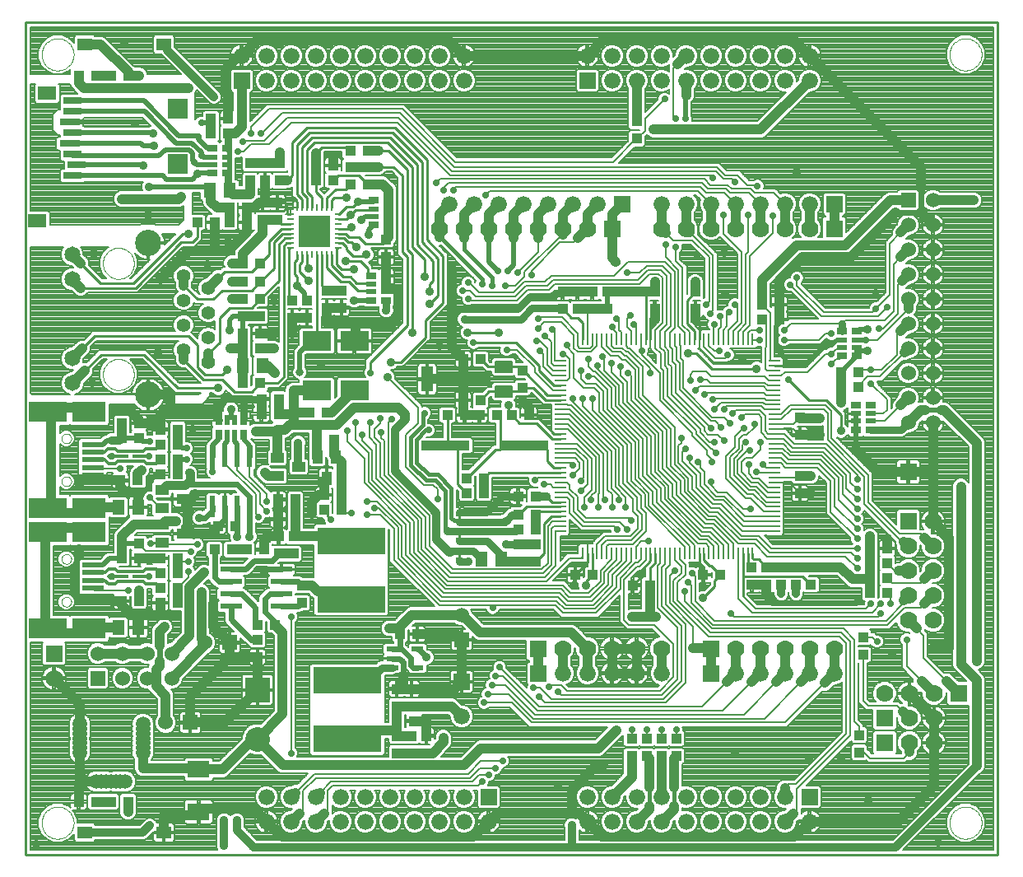
<source format=gtl>
G75*
%MOIN*%
%OFA0B0*%
%FSLAX24Y24*%
%IPPOS*%
%LPD*%
%AMOC8*
5,1,8,0,0,1.08239X$1,22.5*
%
%ADD10C,0.0100*%
%ADD11C,0.0000*%
%ADD12R,0.0400X0.0400*%
%ADD13R,0.0394X0.0551*%
%ADD14R,0.0500X0.0600*%
%ADD15R,0.1969X0.0394*%
%ADD16R,0.0500X0.1000*%
%ADD17C,0.0050*%
%ADD18R,0.0700X0.0700*%
%ADD19C,0.0700*%
%ADD20R,0.0600X0.0600*%
%ADD21C,0.0600*%
%ADD22R,0.0551X0.0394*%
%ADD23R,0.0472X0.0100*%
%ADD24R,0.0100X0.0472*%
%ADD25R,0.0300X0.0200*%
%ADD26R,0.0200X0.0320*%
%ADD27R,0.0748X0.0315*%
%ADD28R,0.0827X0.0315*%
%ADD29R,0.0787X0.0787*%
%ADD30R,0.0748X0.0551*%
%ADD31R,0.0660X0.0660*%
%ADD32C,0.0660*%
%ADD33R,0.0600X0.0500*%
%ADD34R,0.0472X0.0217*%
%ADD35R,0.0400X0.0300*%
%ADD36R,0.0400X0.0200*%
%ADD37C,0.0594*%
%ADD38R,0.0866X0.0236*%
%ADD39C,0.1000*%
%ADD40R,0.1000X0.1000*%
%ADD41R,0.1181X0.0787*%
%ADD42R,0.0886X0.0197*%
%ADD43R,0.1575X0.0827*%
%ADD44R,0.1378X0.0827*%
%ADD45R,0.0320X0.0200*%
%ADD46R,0.0575X0.0118*%
%ADD47R,0.0457X0.0118*%
%ADD48R,0.0300X0.0400*%
%ADD49R,0.0200X0.0400*%
%ADD50R,0.0236X0.0866*%
%ADD51R,0.2756X0.1102*%
%ADD52R,0.0900X0.0700*%
%ADD53C,0.0554*%
%ADD54C,0.1063*%
%ADD55C,0.0650*%
%ADD56C,0.0768*%
%ADD57C,0.0357*%
%ADD58R,0.0098X0.0295*%
%ADD59R,0.0295X0.0098*%
%ADD60R,0.1260X0.1260*%
%ADD61C,0.0400*%
%ADD62C,0.0080*%
%ADD63C,0.0277*%
%ADD64C,0.0120*%
%ADD65C,0.0200*%
%ADD66C,0.0300*%
%ADD67C,0.0320*%
%ADD68C,0.0356*%
%ADD69C,0.0160*%
%ADD70C,0.0240*%
%ADD71C,0.0220*%
%ADD72C,0.0317*%
%ADD73C,0.0360*%
D10*
X008401Y002140D02*
X008401Y035840D01*
X047771Y035840D01*
X047771Y002140D01*
X008401Y002140D01*
X025971Y014070D02*
X025971Y014370D01*
X025971Y014880D02*
X025971Y015180D01*
X025971Y015660D02*
X025971Y015960D01*
X026261Y016790D02*
X025911Y017140D01*
X025911Y018550D01*
X025761Y018700D01*
X025481Y018700D01*
X025481Y019950D01*
X026821Y020550D02*
X027171Y020900D01*
X027761Y020900D01*
X028371Y020900D01*
X028521Y021050D01*
X028961Y021050D01*
X029451Y020560D01*
X030070Y020560D01*
X030070Y020757D02*
X029544Y020757D01*
X028701Y021600D01*
X028671Y021600D01*
X028521Y021750D01*
X028371Y021900D01*
X027761Y021900D01*
X027131Y021900D01*
X026821Y022210D01*
X026541Y022870D02*
X028261Y022870D01*
X029191Y021940D01*
X029191Y021760D01*
X029801Y021151D01*
X030070Y021151D01*
X028781Y019950D02*
X028931Y019800D01*
X029181Y019800D01*
X029799Y019182D01*
X030070Y019182D01*
X030070Y018985D02*
X029736Y018985D01*
X029101Y019620D01*
X028411Y019620D01*
X028081Y019950D01*
X027951Y020080D01*
X027951Y020360D01*
X027481Y019950D02*
X027631Y019800D01*
X027631Y018700D01*
X027631Y018560D01*
X027431Y018560D01*
X026261Y017390D01*
X026961Y017390D02*
X027178Y017607D01*
X030070Y017607D01*
X030070Y017804D02*
X029787Y017804D01*
X029521Y018070D01*
X029521Y018540D01*
X029361Y018700D01*
X028591Y018700D01*
X027631Y018700D01*
X025481Y018700D02*
X025391Y018700D01*
X028351Y015910D02*
X028681Y016240D01*
X029341Y016240D01*
X029352Y016229D01*
X030070Y016229D01*
X030070Y016033D02*
X029051Y016033D01*
X029051Y015910D01*
X029381Y015530D02*
X029381Y014350D01*
X029051Y014020D01*
X030601Y013420D02*
X030601Y013060D01*
X030601Y013420D02*
X030661Y013480D01*
X030651Y013480D01*
X031153Y013982D01*
X031153Y014359D01*
X031350Y014359D02*
X031350Y013491D01*
X031361Y013480D01*
X031081Y013200D01*
X031081Y013060D01*
X032981Y013060D02*
X033301Y013380D01*
X033301Y013500D01*
X033301Y013620D01*
X033712Y014031D01*
X033712Y014359D01*
X033909Y014359D02*
X033909Y013978D01*
X033681Y013750D01*
X033681Y013060D01*
X035681Y013640D02*
X035681Y014359D01*
X035878Y014359D02*
X035878Y014064D01*
X036081Y013860D01*
X036161Y013860D01*
X036541Y013480D01*
X036311Y013250D01*
X036311Y013010D01*
X035841Y012540D01*
X035841Y013020D02*
X035841Y013480D01*
X035681Y013640D01*
X037452Y013420D02*
X037452Y012609D01*
X037452Y013420D02*
X039861Y013420D01*
X040211Y013070D01*
X038411Y013770D02*
X038081Y014100D01*
X037881Y014100D01*
X037846Y014135D01*
X037846Y014359D01*
X037649Y014359D02*
X037649Y013932D01*
X037811Y013770D01*
X037452Y013420D02*
X037452Y014359D01*
X041421Y019310D02*
X041421Y019960D01*
X040841Y020540D01*
X040131Y020540D01*
X039291Y021380D01*
X039281Y021380D01*
X039161Y021938D02*
X038732Y021938D01*
X038011Y021820D02*
X036201Y021820D01*
X035561Y022460D01*
X035241Y022460D01*
X035484Y023021D02*
X035484Y023347D01*
X035181Y023650D01*
X035181Y024590D01*
X035521Y024930D01*
X035521Y023820D02*
X035681Y023660D01*
X035681Y023021D01*
X033881Y023610D02*
X033881Y023820D01*
X033881Y023610D02*
X033712Y023441D01*
X033712Y023021D01*
X033515Y023021D02*
X033515Y024930D01*
X030956Y023665D02*
X030956Y023021D01*
X030956Y023665D02*
X030751Y023870D01*
X030511Y023870D01*
X030151Y024230D01*
X027551Y023290D02*
X026301Y023290D01*
X025301Y024490D02*
X024601Y023790D01*
X024601Y023090D01*
X023601Y022090D01*
X023201Y022090D01*
X022351Y022090D02*
X022351Y021660D01*
X022361Y021660D01*
X022351Y022090D02*
X023851Y023590D01*
X023851Y026340D01*
X023651Y026540D01*
X023651Y029640D01*
X023301Y029990D01*
X022701Y029990D01*
X022251Y029290D02*
X021901Y029640D01*
X021051Y029640D01*
X020851Y029440D01*
X020951Y029090D02*
X021351Y029090D01*
X021551Y029290D01*
X021401Y028740D02*
X020901Y028740D01*
X020790Y028629D01*
X020790Y028345D01*
X020593Y028345D02*
X020593Y028732D01*
X020951Y029090D01*
X020396Y028745D02*
X020396Y028345D01*
X020003Y028345D02*
X020003Y028788D01*
X019801Y028990D01*
X019801Y030690D01*
X020101Y030990D01*
X023051Y030990D01*
X024051Y029990D01*
X024051Y026740D01*
X024551Y026240D01*
X024551Y025540D01*
X024751Y025240D02*
X024901Y025390D01*
X024901Y026190D01*
X024251Y026840D01*
X024251Y030090D01*
X023151Y031190D01*
X020001Y031190D01*
X019601Y030790D01*
X019601Y028940D01*
X019806Y028735D01*
X019806Y028345D01*
X019609Y028345D02*
X019609Y028682D01*
X019401Y028890D01*
X019401Y030890D01*
X019901Y031390D01*
X023251Y031390D01*
X024451Y030190D01*
X024451Y026940D01*
X025101Y026290D01*
X025101Y024790D01*
X024751Y024440D01*
X025301Y024490D02*
X025301Y026390D01*
X024651Y027040D01*
X024651Y030290D01*
X023351Y031590D01*
X019801Y031590D01*
X019201Y030990D01*
X019201Y029640D01*
X019001Y029440D01*
X019301Y028690D02*
X018601Y028690D01*
X018601Y028540D01*
X018601Y028390D01*
X018951Y028390D01*
X019001Y028340D01*
X019001Y028090D01*
X019012Y028079D01*
X019146Y028079D01*
X019412Y028345D02*
X019412Y028579D01*
X019301Y028690D01*
X020151Y028990D02*
X020151Y029440D01*
X020151Y028990D02*
X020396Y028745D01*
X021056Y028079D02*
X021090Y028079D01*
X021401Y028390D01*
X021651Y028390D01*
X021851Y028590D01*
X021751Y028240D02*
X021551Y028040D01*
X021393Y027882D01*
X021056Y027882D01*
X021056Y027488D02*
X021550Y027488D01*
X021601Y027540D01*
X021350Y027292D02*
X021501Y027140D01*
X021901Y027140D01*
X022151Y026890D01*
X022851Y026890D01*
X023001Y027040D01*
X023851Y026640D02*
X023851Y029890D01*
X023101Y030640D01*
X022701Y030640D01*
X021551Y030640D02*
X021401Y030790D01*
X020401Y030790D01*
X020151Y030540D01*
X021751Y028240D02*
X022451Y028240D01*
X022501Y028290D01*
X021350Y027292D02*
X021056Y027292D01*
X021056Y027095D02*
X021296Y027095D01*
X021451Y026940D01*
X021601Y026940D01*
X021801Y026740D01*
X021651Y026390D02*
X022151Y026390D01*
X022201Y026440D01*
X021951Y026190D02*
X021351Y026190D01*
X021651Y026390D02*
X021401Y026640D01*
X021401Y026740D01*
X021243Y026898D01*
X021056Y026898D01*
X021056Y026701D02*
X021001Y026701D01*
X021001Y026040D01*
X021201Y025840D01*
X021701Y025840D01*
X021551Y025540D02*
X021251Y025540D01*
X020790Y026001D01*
X020790Y026435D01*
X020593Y026435D02*
X020593Y025898D01*
X021151Y025340D01*
X021501Y025340D01*
X021851Y024990D01*
X022351Y024990D01*
X022401Y024940D01*
X022401Y025240D02*
X022351Y025290D01*
X021801Y025290D01*
X021551Y025540D01*
X020601Y024990D02*
X020396Y025195D01*
X020396Y026435D01*
X020201Y026434D02*
X020201Y022942D01*
X020200Y022940D01*
X019951Y022940D01*
X020201Y022942D02*
X020203Y022940D01*
X018851Y021490D02*
X018851Y026790D01*
X018959Y026898D01*
X019146Y026898D01*
X019146Y027095D02*
X018906Y027095D01*
X018651Y026840D01*
X018651Y025390D01*
X017901Y024640D01*
X017551Y024290D01*
X016651Y024290D01*
X016251Y023890D01*
X016251Y022890D01*
X015798Y022436D01*
X015351Y022790D02*
X015351Y021890D01*
X015651Y021590D01*
X016351Y021590D01*
X016551Y021790D01*
X016351Y021390D02*
X015601Y021390D01*
X014798Y022194D01*
X015351Y022790D02*
X015001Y023140D01*
X011189Y023140D01*
X010689Y022640D01*
X011449Y022390D02*
X013201Y022390D01*
X014551Y021040D01*
X016201Y021040D01*
X016351Y021390D02*
X016851Y020890D01*
X017551Y020890D01*
X017901Y021240D01*
X018601Y021240D01*
X018851Y021490D01*
X019201Y024590D02*
X019051Y024740D01*
X019051Y026701D01*
X019146Y026701D01*
X019412Y026435D02*
X019412Y026251D01*
X019301Y026140D01*
X019301Y025640D01*
X019401Y025540D01*
X019401Y025190D01*
X019851Y025390D02*
X019501Y025740D01*
X019501Y026040D01*
X019609Y026148D01*
X019609Y026435D01*
X019806Y026435D02*
X019806Y025935D01*
X019851Y025890D01*
X020201Y026434D02*
X020200Y026435D01*
X019145Y027290D02*
X019146Y027292D01*
X019145Y027290D02*
X018801Y027290D01*
X018451Y026940D01*
X018451Y025890D01*
X017901Y025340D01*
X017551Y024990D01*
X016351Y024990D01*
X016001Y024640D01*
X015351Y024640D01*
X014798Y025194D01*
X015798Y025088D02*
X015801Y025088D01*
X015801Y025090D01*
X016201Y025490D02*
X016451Y025740D01*
X017551Y025740D01*
X017901Y026090D01*
X018251Y026440D01*
X018251Y026990D01*
X018751Y027490D01*
X019145Y027490D01*
X019146Y027488D01*
X019146Y027685D02*
X019142Y027690D01*
X018751Y027690D01*
X018601Y027840D01*
X015351Y027740D02*
X015351Y027140D01*
X015151Y026940D01*
X014701Y026940D01*
X012851Y025090D01*
X010636Y025090D01*
X011427Y025290D02*
X012751Y025290D01*
X014751Y027290D01*
X015001Y027290D01*
X011427Y025290D02*
X010627Y026090D01*
X011449Y022390D02*
X010799Y021740D01*
X020481Y016110D02*
X020631Y015960D01*
X020631Y015830D01*
X020761Y015700D01*
X013918Y014776D02*
X013507Y014776D01*
X013471Y014740D01*
X024051Y023290D02*
X024051Y026440D01*
X023851Y026640D01*
X022251Y025890D02*
X021951Y026190D01*
X022251Y025890D02*
X022251Y025740D01*
X022401Y025590D01*
X024751Y025240D02*
X024751Y024940D01*
X029491Y016660D02*
X029725Y016426D01*
X030070Y016426D01*
X030070Y015836D02*
X029687Y015836D01*
X029381Y015530D01*
D11*
X011530Y021584D02*
X011532Y021634D01*
X011538Y021684D01*
X011548Y021733D01*
X011562Y021781D01*
X011579Y021828D01*
X011600Y021873D01*
X011625Y021917D01*
X011653Y021958D01*
X011685Y021997D01*
X011719Y022034D01*
X011756Y022068D01*
X011796Y022098D01*
X011838Y022125D01*
X011882Y022149D01*
X011928Y022170D01*
X011975Y022186D01*
X012023Y022199D01*
X012073Y022208D01*
X012122Y022213D01*
X012173Y022214D01*
X012223Y022211D01*
X012272Y022204D01*
X012321Y022193D01*
X012369Y022178D01*
X012415Y022160D01*
X012460Y022138D01*
X012503Y022112D01*
X012544Y022083D01*
X012583Y022051D01*
X012619Y022016D01*
X012651Y021978D01*
X012681Y021938D01*
X012708Y021895D01*
X012731Y021851D01*
X012750Y021805D01*
X012766Y021757D01*
X012778Y021708D01*
X012786Y021659D01*
X012790Y021609D01*
X012790Y021559D01*
X012786Y021509D01*
X012778Y021460D01*
X012766Y021411D01*
X012750Y021363D01*
X012731Y021317D01*
X012708Y021273D01*
X012681Y021230D01*
X012651Y021190D01*
X012619Y021152D01*
X012583Y021117D01*
X012544Y021085D01*
X012503Y021056D01*
X012460Y021030D01*
X012415Y021008D01*
X012369Y020990D01*
X012321Y020975D01*
X012272Y020964D01*
X012223Y020957D01*
X012173Y020954D01*
X012122Y020955D01*
X012073Y020960D01*
X012023Y020969D01*
X011975Y020982D01*
X011928Y020998D01*
X011882Y021019D01*
X011838Y021043D01*
X011796Y021070D01*
X011756Y021100D01*
X011719Y021134D01*
X011685Y021171D01*
X011653Y021210D01*
X011625Y021251D01*
X011600Y021295D01*
X011579Y021340D01*
X011562Y021387D01*
X011548Y021435D01*
X011538Y021484D01*
X011532Y021534D01*
X011530Y021584D01*
X009854Y018996D02*
X009856Y019023D01*
X009862Y019050D01*
X009871Y019076D01*
X009884Y019100D01*
X009900Y019123D01*
X009919Y019142D01*
X009941Y019159D01*
X009965Y019173D01*
X009990Y019183D01*
X010017Y019190D01*
X010044Y019193D01*
X010072Y019192D01*
X010099Y019187D01*
X010125Y019179D01*
X010149Y019167D01*
X010172Y019151D01*
X010193Y019133D01*
X010210Y019112D01*
X010225Y019088D01*
X010236Y019063D01*
X010244Y019037D01*
X010248Y019010D01*
X010248Y018982D01*
X010244Y018955D01*
X010236Y018929D01*
X010225Y018904D01*
X010210Y018880D01*
X010193Y018859D01*
X010172Y018841D01*
X010150Y018825D01*
X010125Y018813D01*
X010099Y018805D01*
X010072Y018800D01*
X010044Y018799D01*
X010017Y018802D01*
X009990Y018809D01*
X009965Y018819D01*
X009941Y018833D01*
X009919Y018850D01*
X009900Y018869D01*
X009884Y018892D01*
X009871Y018916D01*
X009862Y018942D01*
X009856Y018969D01*
X009854Y018996D01*
X009854Y017264D02*
X009856Y017291D01*
X009862Y017318D01*
X009871Y017344D01*
X009884Y017368D01*
X009900Y017391D01*
X009919Y017410D01*
X009941Y017427D01*
X009965Y017441D01*
X009990Y017451D01*
X010017Y017458D01*
X010044Y017461D01*
X010072Y017460D01*
X010099Y017455D01*
X010125Y017447D01*
X010149Y017435D01*
X010172Y017419D01*
X010193Y017401D01*
X010210Y017380D01*
X010225Y017356D01*
X010236Y017331D01*
X010244Y017305D01*
X010248Y017278D01*
X010248Y017250D01*
X010244Y017223D01*
X010236Y017197D01*
X010225Y017172D01*
X010210Y017148D01*
X010193Y017127D01*
X010172Y017109D01*
X010150Y017093D01*
X010125Y017081D01*
X010099Y017073D01*
X010072Y017068D01*
X010044Y017067D01*
X010017Y017070D01*
X009990Y017077D01*
X009965Y017087D01*
X009941Y017101D01*
X009919Y017118D01*
X009900Y017137D01*
X009884Y017160D01*
X009871Y017184D01*
X009862Y017210D01*
X009856Y017237D01*
X009854Y017264D01*
X009854Y014116D02*
X009856Y014143D01*
X009862Y014170D01*
X009871Y014196D01*
X009884Y014220D01*
X009900Y014243D01*
X009919Y014262D01*
X009941Y014279D01*
X009965Y014293D01*
X009990Y014303D01*
X010017Y014310D01*
X010044Y014313D01*
X010072Y014312D01*
X010099Y014307D01*
X010125Y014299D01*
X010149Y014287D01*
X010172Y014271D01*
X010193Y014253D01*
X010210Y014232D01*
X010225Y014208D01*
X010236Y014183D01*
X010244Y014157D01*
X010248Y014130D01*
X010248Y014102D01*
X010244Y014075D01*
X010236Y014049D01*
X010225Y014024D01*
X010210Y014000D01*
X010193Y013979D01*
X010172Y013961D01*
X010150Y013945D01*
X010125Y013933D01*
X010099Y013925D01*
X010072Y013920D01*
X010044Y013919D01*
X010017Y013922D01*
X009990Y013929D01*
X009965Y013939D01*
X009941Y013953D01*
X009919Y013970D01*
X009900Y013989D01*
X009884Y014012D01*
X009871Y014036D01*
X009862Y014062D01*
X009856Y014089D01*
X009854Y014116D01*
X009854Y012384D02*
X009856Y012411D01*
X009862Y012438D01*
X009871Y012464D01*
X009884Y012488D01*
X009900Y012511D01*
X009919Y012530D01*
X009941Y012547D01*
X009965Y012561D01*
X009990Y012571D01*
X010017Y012578D01*
X010044Y012581D01*
X010072Y012580D01*
X010099Y012575D01*
X010125Y012567D01*
X010149Y012555D01*
X010172Y012539D01*
X010193Y012521D01*
X010210Y012500D01*
X010225Y012476D01*
X010236Y012451D01*
X010244Y012425D01*
X010248Y012398D01*
X010248Y012370D01*
X010244Y012343D01*
X010236Y012317D01*
X010225Y012292D01*
X010210Y012268D01*
X010193Y012247D01*
X010172Y012229D01*
X010150Y012213D01*
X010125Y012201D01*
X010099Y012193D01*
X010072Y012188D01*
X010044Y012187D01*
X010017Y012190D01*
X009990Y012197D01*
X009965Y012207D01*
X009941Y012221D01*
X009919Y012238D01*
X009900Y012257D01*
X009884Y012280D01*
X009871Y012304D01*
X009862Y012330D01*
X009856Y012357D01*
X009854Y012384D01*
X009051Y003440D02*
X009053Y003490D01*
X009059Y003540D01*
X009069Y003590D01*
X009082Y003638D01*
X009099Y003686D01*
X009120Y003732D01*
X009144Y003776D01*
X009172Y003818D01*
X009203Y003858D01*
X009237Y003895D01*
X009274Y003930D01*
X009313Y003961D01*
X009354Y003990D01*
X009398Y004015D01*
X009444Y004037D01*
X009491Y004055D01*
X009539Y004069D01*
X009588Y004080D01*
X009638Y004087D01*
X009688Y004090D01*
X009739Y004089D01*
X009789Y004084D01*
X009839Y004075D01*
X009887Y004063D01*
X009935Y004046D01*
X009981Y004026D01*
X010026Y004003D01*
X010069Y003976D01*
X010109Y003946D01*
X010147Y003913D01*
X010182Y003877D01*
X010215Y003838D01*
X010244Y003797D01*
X010270Y003754D01*
X010293Y003709D01*
X010312Y003662D01*
X010327Y003614D01*
X010339Y003565D01*
X010347Y003515D01*
X010351Y003465D01*
X010351Y003415D01*
X010347Y003365D01*
X010339Y003315D01*
X010327Y003266D01*
X010312Y003218D01*
X010293Y003171D01*
X010270Y003126D01*
X010244Y003083D01*
X010215Y003042D01*
X010182Y003003D01*
X010147Y002967D01*
X010109Y002934D01*
X010069Y002904D01*
X010026Y002877D01*
X009981Y002854D01*
X009935Y002834D01*
X009887Y002817D01*
X009839Y002805D01*
X009789Y002796D01*
X009739Y002791D01*
X009688Y002790D01*
X009638Y002793D01*
X009588Y002800D01*
X009539Y002811D01*
X009491Y002825D01*
X009444Y002843D01*
X009398Y002865D01*
X009354Y002890D01*
X009313Y002919D01*
X009274Y002950D01*
X009237Y002985D01*
X009203Y003022D01*
X009172Y003062D01*
X009144Y003104D01*
X009120Y003148D01*
X009099Y003194D01*
X009082Y003242D01*
X009069Y003290D01*
X009059Y003340D01*
X009053Y003390D01*
X009051Y003440D01*
X011530Y026084D02*
X011532Y026134D01*
X011538Y026184D01*
X011548Y026233D01*
X011562Y026281D01*
X011579Y026328D01*
X011600Y026373D01*
X011625Y026417D01*
X011653Y026458D01*
X011685Y026497D01*
X011719Y026534D01*
X011756Y026568D01*
X011796Y026598D01*
X011838Y026625D01*
X011882Y026649D01*
X011928Y026670D01*
X011975Y026686D01*
X012023Y026699D01*
X012073Y026708D01*
X012122Y026713D01*
X012173Y026714D01*
X012223Y026711D01*
X012272Y026704D01*
X012321Y026693D01*
X012369Y026678D01*
X012415Y026660D01*
X012460Y026638D01*
X012503Y026612D01*
X012544Y026583D01*
X012583Y026551D01*
X012619Y026516D01*
X012651Y026478D01*
X012681Y026438D01*
X012708Y026395D01*
X012731Y026351D01*
X012750Y026305D01*
X012766Y026257D01*
X012778Y026208D01*
X012786Y026159D01*
X012790Y026109D01*
X012790Y026059D01*
X012786Y026009D01*
X012778Y025960D01*
X012766Y025911D01*
X012750Y025863D01*
X012731Y025817D01*
X012708Y025773D01*
X012681Y025730D01*
X012651Y025690D01*
X012619Y025652D01*
X012583Y025617D01*
X012544Y025585D01*
X012503Y025556D01*
X012460Y025530D01*
X012415Y025508D01*
X012369Y025490D01*
X012321Y025475D01*
X012272Y025464D01*
X012223Y025457D01*
X012173Y025454D01*
X012122Y025455D01*
X012073Y025460D01*
X012023Y025469D01*
X011975Y025482D01*
X011928Y025498D01*
X011882Y025519D01*
X011838Y025543D01*
X011796Y025570D01*
X011756Y025600D01*
X011719Y025634D01*
X011685Y025671D01*
X011653Y025710D01*
X011625Y025751D01*
X011600Y025795D01*
X011579Y025840D01*
X011562Y025887D01*
X011548Y025935D01*
X011538Y025984D01*
X011532Y026034D01*
X011530Y026084D01*
X009051Y034540D02*
X009053Y034590D01*
X009059Y034640D01*
X009069Y034690D01*
X009082Y034738D01*
X009099Y034786D01*
X009120Y034832D01*
X009144Y034876D01*
X009172Y034918D01*
X009203Y034958D01*
X009237Y034995D01*
X009274Y035030D01*
X009313Y035061D01*
X009354Y035090D01*
X009398Y035115D01*
X009444Y035137D01*
X009491Y035155D01*
X009539Y035169D01*
X009588Y035180D01*
X009638Y035187D01*
X009688Y035190D01*
X009739Y035189D01*
X009789Y035184D01*
X009839Y035175D01*
X009887Y035163D01*
X009935Y035146D01*
X009981Y035126D01*
X010026Y035103D01*
X010069Y035076D01*
X010109Y035046D01*
X010147Y035013D01*
X010182Y034977D01*
X010215Y034938D01*
X010244Y034897D01*
X010270Y034854D01*
X010293Y034809D01*
X010312Y034762D01*
X010327Y034714D01*
X010339Y034665D01*
X010347Y034615D01*
X010351Y034565D01*
X010351Y034515D01*
X010347Y034465D01*
X010339Y034415D01*
X010327Y034366D01*
X010312Y034318D01*
X010293Y034271D01*
X010270Y034226D01*
X010244Y034183D01*
X010215Y034142D01*
X010182Y034103D01*
X010147Y034067D01*
X010109Y034034D01*
X010069Y034004D01*
X010026Y033977D01*
X009981Y033954D01*
X009935Y033934D01*
X009887Y033917D01*
X009839Y033905D01*
X009789Y033896D01*
X009739Y033891D01*
X009688Y033890D01*
X009638Y033893D01*
X009588Y033900D01*
X009539Y033911D01*
X009491Y033925D01*
X009444Y033943D01*
X009398Y033965D01*
X009354Y033990D01*
X009313Y034019D01*
X009274Y034050D01*
X009237Y034085D01*
X009203Y034122D01*
X009172Y034162D01*
X009144Y034204D01*
X009120Y034248D01*
X009099Y034294D01*
X009082Y034342D01*
X009069Y034390D01*
X009059Y034440D01*
X009053Y034490D01*
X009051Y034540D01*
X045821Y034540D02*
X045823Y034590D01*
X045829Y034640D01*
X045839Y034690D01*
X045852Y034738D01*
X045869Y034786D01*
X045890Y034832D01*
X045914Y034876D01*
X045942Y034918D01*
X045973Y034958D01*
X046007Y034995D01*
X046044Y035030D01*
X046083Y035061D01*
X046124Y035090D01*
X046168Y035115D01*
X046214Y035137D01*
X046261Y035155D01*
X046309Y035169D01*
X046358Y035180D01*
X046408Y035187D01*
X046458Y035190D01*
X046509Y035189D01*
X046559Y035184D01*
X046609Y035175D01*
X046657Y035163D01*
X046705Y035146D01*
X046751Y035126D01*
X046796Y035103D01*
X046839Y035076D01*
X046879Y035046D01*
X046917Y035013D01*
X046952Y034977D01*
X046985Y034938D01*
X047014Y034897D01*
X047040Y034854D01*
X047063Y034809D01*
X047082Y034762D01*
X047097Y034714D01*
X047109Y034665D01*
X047117Y034615D01*
X047121Y034565D01*
X047121Y034515D01*
X047117Y034465D01*
X047109Y034415D01*
X047097Y034366D01*
X047082Y034318D01*
X047063Y034271D01*
X047040Y034226D01*
X047014Y034183D01*
X046985Y034142D01*
X046952Y034103D01*
X046917Y034067D01*
X046879Y034034D01*
X046839Y034004D01*
X046796Y033977D01*
X046751Y033954D01*
X046705Y033934D01*
X046657Y033917D01*
X046609Y033905D01*
X046559Y033896D01*
X046509Y033891D01*
X046458Y033890D01*
X046408Y033893D01*
X046358Y033900D01*
X046309Y033911D01*
X046261Y033925D01*
X046214Y033943D01*
X046168Y033965D01*
X046124Y033990D01*
X046083Y034019D01*
X046044Y034050D01*
X046007Y034085D01*
X045973Y034122D01*
X045942Y034162D01*
X045914Y034204D01*
X045890Y034248D01*
X045869Y034294D01*
X045852Y034342D01*
X045839Y034390D01*
X045829Y034440D01*
X045823Y034490D01*
X045821Y034540D01*
X045821Y003440D02*
X045823Y003490D01*
X045829Y003540D01*
X045839Y003590D01*
X045852Y003638D01*
X045869Y003686D01*
X045890Y003732D01*
X045914Y003776D01*
X045942Y003818D01*
X045973Y003858D01*
X046007Y003895D01*
X046044Y003930D01*
X046083Y003961D01*
X046124Y003990D01*
X046168Y004015D01*
X046214Y004037D01*
X046261Y004055D01*
X046309Y004069D01*
X046358Y004080D01*
X046408Y004087D01*
X046458Y004090D01*
X046509Y004089D01*
X046559Y004084D01*
X046609Y004075D01*
X046657Y004063D01*
X046705Y004046D01*
X046751Y004026D01*
X046796Y004003D01*
X046839Y003976D01*
X046879Y003946D01*
X046917Y003913D01*
X046952Y003877D01*
X046985Y003838D01*
X047014Y003797D01*
X047040Y003754D01*
X047063Y003709D01*
X047082Y003662D01*
X047097Y003614D01*
X047109Y003565D01*
X047117Y003515D01*
X047121Y003465D01*
X047121Y003415D01*
X047117Y003365D01*
X047109Y003315D01*
X047097Y003266D01*
X047082Y003218D01*
X047063Y003171D01*
X047040Y003126D01*
X047014Y003083D01*
X046985Y003042D01*
X046952Y003003D01*
X046917Y002967D01*
X046879Y002934D01*
X046839Y002904D01*
X046796Y002877D01*
X046751Y002854D01*
X046705Y002834D01*
X046657Y002817D01*
X046609Y002805D01*
X046559Y002796D01*
X046509Y002791D01*
X046458Y002790D01*
X046408Y002793D01*
X046358Y002800D01*
X046309Y002811D01*
X046261Y002825D01*
X046214Y002843D01*
X046168Y002865D01*
X046124Y002890D01*
X046083Y002919D01*
X046044Y002950D01*
X046007Y002985D01*
X045973Y003022D01*
X045942Y003062D01*
X045914Y003104D01*
X045890Y003148D01*
X045869Y003194D01*
X045852Y003242D01*
X045839Y003290D01*
X045829Y003340D01*
X045823Y003390D01*
X045821Y003440D01*
D12*
X042161Y006290D03*
X042161Y006990D03*
X042321Y010250D03*
X042321Y010950D03*
X042591Y012740D03*
X042591Y013340D03*
X043291Y013340D03*
X043291Y012740D03*
X043291Y013940D03*
X043291Y014540D03*
X042591Y014540D03*
X042591Y013940D03*
X040211Y013770D03*
X039611Y013770D03*
X039011Y013770D03*
X038411Y013770D03*
X037811Y013770D03*
X037811Y013070D03*
X038411Y013070D03*
X039011Y013070D03*
X039611Y013070D03*
X040211Y013070D03*
X036541Y013480D03*
X035841Y013480D03*
X033681Y013060D03*
X032981Y013060D03*
X031361Y013480D03*
X030661Y013480D03*
X029051Y014020D03*
X028351Y014020D03*
X028351Y014720D03*
X028351Y015310D03*
X029051Y015310D03*
X029051Y014720D03*
X029051Y015910D03*
X028351Y015910D03*
X028351Y016660D03*
X029051Y016660D03*
X026961Y016790D03*
X026261Y016790D03*
X026261Y017390D03*
X026961Y017390D03*
X026781Y019950D03*
X026181Y019950D03*
X026121Y020550D03*
X026821Y020550D03*
X027481Y019950D03*
X028081Y019950D03*
X028781Y019950D03*
X028521Y021050D03*
X028521Y021750D03*
X026821Y022210D03*
X026121Y022210D03*
X025481Y019950D03*
X020891Y018940D03*
X020191Y018940D03*
X019901Y020040D03*
X020601Y020040D03*
X018651Y019990D03*
X018651Y020590D03*
X017951Y020590D03*
X017951Y019990D03*
X017901Y021240D03*
X017201Y021240D03*
X017201Y022640D03*
X017201Y023240D03*
X017201Y023940D03*
X017201Y024640D03*
X017201Y025340D03*
X017901Y025340D03*
X017901Y024640D03*
X017901Y023940D03*
X017901Y023240D03*
X017901Y022640D03*
X019201Y023890D03*
X019801Y023890D03*
X019801Y024590D03*
X019201Y024590D03*
X020601Y024290D03*
X021201Y024290D03*
X021201Y024990D03*
X020601Y024990D03*
X023001Y026340D03*
X023001Y027040D03*
X022251Y029290D03*
X021551Y029290D03*
X020851Y029440D03*
X020151Y029440D03*
X020151Y030040D03*
X020851Y030040D03*
X021551Y029990D03*
X021551Y030640D03*
X022251Y030640D03*
X022251Y029990D03*
X018701Y030130D03*
X018101Y030130D03*
X017501Y030130D03*
X017501Y029430D03*
X018101Y029430D03*
X018701Y029430D03*
X018601Y028540D03*
X018001Y028540D03*
X017351Y028340D03*
X017351Y027740D03*
X018001Y027840D03*
X018601Y027840D03*
X017901Y026090D03*
X017201Y026090D03*
X016651Y027740D03*
X016051Y027740D03*
X015351Y027740D03*
X016651Y028340D03*
X016611Y031340D03*
X015911Y031340D03*
X015911Y031940D03*
X016611Y031940D03*
X012551Y033690D03*
X011851Y033690D03*
X011251Y033690D03*
X010551Y033690D03*
X030151Y024930D03*
X030751Y024930D03*
X031351Y024930D03*
X031951Y024930D03*
X031951Y024230D03*
X031351Y024230D03*
X030751Y024230D03*
X030151Y024230D03*
X033881Y024230D03*
X033881Y024930D03*
X035521Y024930D03*
X035521Y024230D03*
X038221Y024420D03*
X038221Y023820D03*
X038921Y023820D03*
X038921Y024420D03*
X041421Y021680D03*
X041421Y021080D03*
X042121Y021080D03*
X042121Y021680D03*
X039761Y019830D03*
X039761Y019130D03*
X039761Y017470D03*
X039761Y016770D03*
X034751Y006850D03*
X034151Y006850D03*
X033551Y006850D03*
X032951Y006850D03*
X032951Y006150D03*
X033551Y006150D03*
X034151Y006150D03*
X034751Y006150D03*
X024631Y006260D03*
X024031Y006260D03*
X023431Y006260D03*
X023431Y006960D03*
X023431Y007560D03*
X024131Y007560D03*
X024031Y006960D03*
X024631Y006960D03*
X024031Y008160D03*
X023431Y008160D03*
X023431Y008860D03*
X024031Y008860D03*
X024261Y011070D03*
X023561Y011070D03*
X019591Y012350D03*
X019591Y013050D03*
X019251Y014330D03*
X018651Y014330D03*
X018051Y014500D03*
X017351Y014500D03*
X016751Y014500D03*
X016051Y014500D03*
X014551Y014140D03*
X014551Y013540D03*
X014551Y012940D03*
X014551Y012340D03*
X013851Y012340D03*
X013851Y012940D03*
X012991Y012420D03*
X012291Y012420D03*
X013851Y013540D03*
X013851Y014140D03*
X012991Y014140D03*
X012291Y014140D03*
X012291Y014740D03*
X012991Y014740D03*
X016191Y015450D03*
X016891Y015450D03*
X018621Y015730D03*
X019321Y015730D03*
X019251Y015030D03*
X018651Y015030D03*
X020481Y016110D03*
X020481Y016710D03*
X021181Y016710D03*
X021181Y016110D03*
X019321Y016530D03*
X018621Y016530D03*
X014561Y017560D03*
X014561Y018160D03*
X014561Y018760D03*
X014561Y019360D03*
X013861Y019360D03*
X013861Y018760D03*
X012991Y019020D03*
X012291Y019020D03*
X012291Y019620D03*
X012991Y019620D03*
X013861Y018160D03*
X013861Y017560D03*
X012941Y017300D03*
X012241Y017300D03*
X017791Y011460D03*
X017791Y010850D03*
X018491Y011460D03*
X017791Y010150D03*
X012551Y004290D03*
X011851Y004290D03*
X011251Y004290D03*
X010551Y004290D03*
X033151Y031130D03*
X033151Y031830D03*
D13*
X020965Y018253D03*
X020217Y018253D03*
X020591Y017387D03*
D14*
X026861Y014120D03*
X027661Y014120D03*
X018001Y021940D03*
X017201Y021940D03*
X012961Y016220D03*
X012161Y016220D03*
X012161Y011340D03*
X012961Y011340D03*
X015861Y029040D03*
X016661Y029040D03*
D15*
X025391Y018700D03*
X028591Y018700D03*
D16*
X024661Y021400D03*
D17*
X028086Y021125D02*
X028086Y020675D01*
X027436Y020675D01*
X027436Y021125D01*
X028086Y021125D01*
X028086Y020724D02*
X027436Y020724D01*
X027436Y020773D02*
X028086Y020773D01*
X028086Y020822D02*
X027436Y020822D01*
X027436Y020871D02*
X028086Y020871D01*
X028086Y020920D02*
X027436Y020920D01*
X027436Y020969D02*
X028086Y020969D01*
X028086Y021018D02*
X027436Y021018D01*
X027436Y021067D02*
X028086Y021067D01*
X028086Y021116D02*
X027436Y021116D01*
X028086Y021675D02*
X028086Y022125D01*
X028086Y021675D02*
X027436Y021675D01*
X027436Y022125D01*
X028086Y022125D01*
X028086Y021724D02*
X027436Y021724D01*
X027436Y021773D02*
X028086Y021773D01*
X028086Y021822D02*
X027436Y021822D01*
X027436Y021871D02*
X028086Y021871D01*
X028086Y021920D02*
X027436Y021920D01*
X027436Y021969D02*
X028086Y021969D01*
X028086Y022018D02*
X027436Y022018D01*
X027436Y022067D02*
X028086Y022067D01*
X028086Y022116D02*
X027436Y022116D01*
D18*
X032151Y027490D03*
X041151Y027490D03*
X044151Y017640D03*
X044151Y015640D03*
X036151Y010490D03*
X043191Y007680D03*
X043191Y006680D03*
X046191Y008680D03*
X029151Y010490D03*
X009551Y010290D03*
D19*
X009551Y009290D03*
X030151Y010490D03*
X031151Y010490D03*
X032151Y010490D03*
X033151Y010490D03*
X034151Y010490D03*
X037151Y010490D03*
X038151Y010490D03*
X039151Y010490D03*
X040151Y010490D03*
X041151Y010490D03*
X043191Y008680D03*
X044191Y008680D03*
X044191Y007680D03*
X045191Y007680D03*
X045191Y008680D03*
X045191Y006680D03*
X044191Y006680D03*
X044151Y011640D03*
X045151Y011640D03*
X045151Y012640D03*
X044151Y012640D03*
X044151Y013640D03*
X045151Y013640D03*
X045151Y014640D03*
X044151Y014640D03*
X045151Y015640D03*
X040151Y027490D03*
X039151Y027490D03*
X038151Y027490D03*
X037151Y027490D03*
X036151Y027490D03*
X035151Y027490D03*
X034151Y027490D03*
X031151Y027490D03*
X030151Y027490D03*
X029151Y027490D03*
X028151Y027490D03*
X027151Y027490D03*
X026151Y027490D03*
X025151Y027490D03*
D20*
X044151Y028640D03*
X026061Y010840D03*
X016661Y010730D03*
X015071Y007500D03*
X011321Y009290D03*
D21*
X011321Y010290D03*
X012321Y010290D03*
X013321Y010290D03*
X013321Y009290D03*
X012321Y009290D03*
X014321Y009290D03*
X014321Y010290D03*
X015661Y010730D03*
X014071Y007500D03*
X026061Y011840D03*
X044151Y019640D03*
X044151Y020640D03*
X045151Y020640D03*
X045151Y019640D03*
X045151Y021640D03*
X044151Y021640D03*
X044151Y022640D03*
X044151Y023640D03*
X045151Y023640D03*
X045151Y022640D03*
X045151Y024640D03*
X044151Y024640D03*
X044151Y025640D03*
X045151Y025640D03*
X045151Y026640D03*
X044151Y026640D03*
X044151Y027640D03*
X045151Y027640D03*
X045151Y028640D03*
D22*
X019464Y017850D03*
X018598Y017476D03*
X018598Y018224D03*
X014784Y016550D03*
X013918Y016176D03*
X013918Y015524D03*
X014784Y015150D03*
X013918Y014776D03*
X013918Y016924D03*
D23*
X030070Y017017D03*
X030070Y017214D03*
X030070Y017410D03*
X030070Y017607D03*
X030070Y017804D03*
X030070Y018001D03*
X030070Y018198D03*
X030070Y018395D03*
X030070Y018592D03*
X030070Y018788D03*
X030070Y018985D03*
X030070Y019182D03*
X030070Y019379D03*
X030070Y019576D03*
X030070Y019773D03*
X030070Y019970D03*
X030070Y020166D03*
X030070Y020363D03*
X030070Y020560D03*
X030070Y020757D03*
X030070Y020954D03*
X030070Y021151D03*
X030070Y021347D03*
X030070Y021544D03*
X030070Y021741D03*
X030070Y021938D03*
X030070Y022135D03*
X030070Y016820D03*
X030070Y016623D03*
X030070Y016426D03*
X030070Y016229D03*
X030070Y016033D03*
X030070Y015836D03*
X030070Y015639D03*
X030070Y015442D03*
X030070Y015245D03*
X038732Y015245D03*
X038732Y015442D03*
X038732Y015639D03*
X038732Y015836D03*
X038732Y016033D03*
X038732Y016229D03*
X038732Y016426D03*
X038732Y016623D03*
X038732Y016820D03*
X038732Y017017D03*
X038732Y017214D03*
X038732Y017410D03*
X038732Y017607D03*
X038732Y017804D03*
X038732Y018001D03*
X038732Y018198D03*
X038732Y018395D03*
X038732Y018592D03*
X038732Y018788D03*
X038732Y018985D03*
X038732Y019182D03*
X038732Y019379D03*
X038732Y019576D03*
X038732Y019773D03*
X038732Y019970D03*
X038732Y020166D03*
X038732Y020363D03*
X038732Y020560D03*
X038732Y020757D03*
X038732Y020954D03*
X038732Y021151D03*
X038732Y021347D03*
X038732Y021544D03*
X038732Y021741D03*
X038732Y021938D03*
X038732Y022135D03*
D24*
X037846Y023021D03*
X037649Y023021D03*
X037452Y023021D03*
X037255Y023021D03*
X037059Y023021D03*
X036862Y023021D03*
X036665Y023021D03*
X036468Y023021D03*
X036271Y023021D03*
X036074Y023021D03*
X035878Y023021D03*
X035681Y023021D03*
X035484Y023021D03*
X035287Y023021D03*
X035090Y023021D03*
X034893Y023021D03*
X034696Y023021D03*
X034500Y023021D03*
X034303Y023021D03*
X034106Y023021D03*
X033909Y023021D03*
X033712Y023021D03*
X033515Y023021D03*
X033318Y023021D03*
X033122Y023021D03*
X032925Y023021D03*
X032728Y023021D03*
X032531Y023021D03*
X032334Y023021D03*
X032137Y023021D03*
X031941Y023021D03*
X031744Y023021D03*
X031547Y023021D03*
X031350Y023021D03*
X031153Y023021D03*
X030956Y023021D03*
X030956Y014359D03*
X031153Y014359D03*
X031350Y014359D03*
X031547Y014359D03*
X031744Y014359D03*
X031941Y014359D03*
X032137Y014359D03*
X032334Y014359D03*
X032531Y014359D03*
X032728Y014359D03*
X032925Y014359D03*
X033122Y014359D03*
X033318Y014359D03*
X033515Y014359D03*
X033712Y014359D03*
X033909Y014359D03*
X034106Y014359D03*
X034303Y014359D03*
X034500Y014359D03*
X034696Y014359D03*
X034893Y014359D03*
X035090Y014359D03*
X035287Y014359D03*
X035484Y014359D03*
X035681Y014359D03*
X035878Y014359D03*
X036074Y014359D03*
X036271Y014359D03*
X036468Y014359D03*
X036665Y014359D03*
X036862Y014359D03*
X037059Y014359D03*
X037255Y014359D03*
X037452Y014359D03*
X037649Y014359D03*
X037846Y014359D03*
D25*
X025971Y014370D03*
X025971Y014070D03*
X025971Y014880D03*
X025971Y015180D03*
X025971Y015660D03*
X025971Y015960D03*
D26*
X017201Y023590D03*
X031951Y024580D03*
D27*
X010467Y030063D03*
X010310Y029630D03*
X010310Y030496D03*
X010310Y031362D03*
X010310Y032229D03*
X010310Y032662D03*
D28*
X010192Y031796D03*
X010192Y030929D03*
D29*
X014562Y030103D03*
X014562Y032347D03*
D30*
X009267Y032977D03*
X008873Y027799D03*
D31*
X017151Y033490D03*
X031151Y033490D03*
X032551Y028490D03*
X041151Y028490D03*
X036151Y009490D03*
X040151Y004490D03*
X029151Y009490D03*
X026061Y009150D03*
X027151Y004490D03*
D32*
X026151Y004490D03*
X025151Y004490D03*
X024151Y004490D03*
X023151Y004490D03*
X022151Y004490D03*
X021151Y004490D03*
X020151Y004490D03*
X019151Y004490D03*
X018151Y004490D03*
X018151Y003490D03*
X019151Y003490D03*
X020151Y003490D03*
X021151Y003490D03*
X022151Y003490D03*
X023151Y003490D03*
X024151Y003490D03*
X025151Y003490D03*
X026151Y003490D03*
X027151Y003490D03*
X031151Y003490D03*
X032151Y003490D03*
X032151Y004490D03*
X031151Y004490D03*
X033151Y004490D03*
X033151Y003490D03*
X034151Y003490D03*
X034151Y004490D03*
X035151Y004490D03*
X035151Y003490D03*
X036151Y003490D03*
X037151Y003490D03*
X037151Y004490D03*
X036151Y004490D03*
X038151Y004490D03*
X038151Y003490D03*
X039151Y003490D03*
X039151Y004490D03*
X040151Y003490D03*
X040151Y009490D03*
X039151Y009490D03*
X038151Y009490D03*
X037151Y009490D03*
X034151Y009490D03*
X033151Y009490D03*
X032151Y009490D03*
X031151Y009490D03*
X030151Y009490D03*
X026061Y007750D03*
X041151Y009490D03*
X040151Y028490D03*
X039151Y028490D03*
X038151Y028490D03*
X037151Y028490D03*
X036151Y028490D03*
X035151Y028490D03*
X034151Y028490D03*
X031551Y028490D03*
X030551Y028490D03*
X029551Y028490D03*
X028551Y028490D03*
X027551Y028490D03*
X026551Y028490D03*
X025551Y028490D03*
X025151Y033490D03*
X024151Y033490D03*
X023151Y033490D03*
X022151Y033490D03*
X021151Y033490D03*
X020151Y033490D03*
X019151Y033490D03*
X018151Y033490D03*
X018151Y034490D03*
X017151Y034490D03*
X019151Y034490D03*
X020151Y034490D03*
X021151Y034490D03*
X022151Y034490D03*
X023151Y034490D03*
X024151Y034490D03*
X025151Y034490D03*
X026151Y034490D03*
X026151Y033490D03*
X031151Y034490D03*
X032151Y034490D03*
X033151Y034490D03*
X034151Y034490D03*
X035151Y034490D03*
X036151Y034490D03*
X037151Y034490D03*
X038151Y034490D03*
X039151Y034490D03*
X040151Y034490D03*
X040151Y033490D03*
X039151Y033490D03*
X038151Y033490D03*
X037151Y033490D03*
X036151Y033490D03*
X035151Y033490D03*
X034151Y033490D03*
X033151Y033490D03*
X032151Y033490D03*
D33*
X014001Y034940D03*
X010801Y034940D03*
X010801Y003040D03*
X014001Y003040D03*
D34*
X023249Y009716D03*
X023249Y010090D03*
X023249Y010464D03*
X024273Y010464D03*
X024273Y009716D03*
D35*
X042031Y019350D03*
X042631Y019350D03*
X042631Y020350D03*
X042031Y020350D03*
X042071Y022330D03*
X041471Y022330D03*
X041471Y023330D03*
X042071Y023330D03*
X023001Y024590D03*
X022401Y024590D03*
X022401Y025590D03*
X023001Y025590D03*
X023101Y027640D03*
X022501Y027640D03*
X022501Y028640D03*
X023101Y028640D03*
X016561Y029740D03*
X015961Y029740D03*
X015961Y030740D03*
X016561Y030740D03*
D36*
X016561Y030390D03*
X016561Y030090D03*
X015961Y030090D03*
X015961Y030390D03*
X022501Y028290D03*
X022501Y027990D03*
X023101Y027990D03*
X023101Y028290D03*
X023001Y025240D03*
X023001Y024940D03*
X022401Y024940D03*
X022401Y025240D03*
X041471Y022980D03*
X041471Y022680D03*
X042071Y022680D03*
X042071Y022980D03*
X042031Y020000D03*
X042031Y019700D03*
X042631Y019700D03*
X042631Y020000D03*
D37*
X013151Y007451D03*
X013151Y007254D03*
X013151Y007057D03*
X013151Y006860D03*
X013151Y006663D03*
X013151Y006466D03*
X013151Y006270D03*
X012442Y005108D03*
X012246Y005108D03*
X012049Y005108D03*
X011852Y005108D03*
X011655Y005108D03*
X011458Y005108D03*
X011261Y005108D03*
X010592Y006270D03*
X010592Y006466D03*
X010592Y006663D03*
X010592Y006860D03*
X010592Y007057D03*
X010592Y007254D03*
X010592Y007451D03*
D38*
X016718Y012200D03*
X016718Y012700D03*
X016718Y013200D03*
X016718Y013700D03*
X018765Y013700D03*
X018765Y013200D03*
X018765Y012700D03*
X018765Y012200D03*
D39*
X017791Y006820D03*
D40*
X017791Y008820D03*
D41*
X020203Y020940D03*
X021715Y020940D03*
X021715Y022940D03*
X020203Y022940D03*
D42*
X011117Y018760D03*
X011117Y018445D03*
X011117Y018130D03*
X011117Y017815D03*
X011117Y017500D03*
X011117Y013880D03*
X011117Y013565D03*
X011117Y013250D03*
X011117Y012935D03*
X011117Y012620D03*
D43*
X009303Y011301D03*
X009303Y015199D03*
X009303Y016181D03*
X009303Y020079D03*
D44*
X010976Y020079D03*
X010976Y016181D03*
X010976Y015199D03*
X010976Y011301D03*
D45*
X012641Y014740D03*
X012641Y019020D03*
D46*
X012385Y018477D03*
X012385Y018083D03*
X012897Y018083D03*
X012897Y018477D03*
X012897Y013597D03*
X012897Y013203D03*
X012385Y013203D03*
X012385Y013597D03*
D47*
X012326Y013400D03*
X012956Y013400D03*
X012956Y018280D03*
X012326Y018280D03*
D48*
X016221Y019160D03*
X016221Y019760D03*
X017221Y019760D03*
X017221Y019160D03*
D49*
X016871Y019160D03*
X016571Y019160D03*
X016571Y019760D03*
X016871Y019760D03*
D50*
X016971Y018284D03*
X016471Y018284D03*
X015971Y018284D03*
X017471Y018284D03*
X017471Y016236D03*
X016971Y016236D03*
X016471Y016236D03*
X015971Y016236D03*
D51*
X021591Y014851D03*
X021591Y012489D03*
X021431Y009201D03*
X021431Y006839D03*
D52*
X015409Y005596D03*
X015409Y003881D03*
D53*
X015798Y022088D03*
X014798Y022588D03*
X014798Y023588D03*
X015798Y024088D03*
X015798Y023088D03*
X014798Y024588D03*
X014798Y025588D03*
X015798Y025088D03*
D54*
X013361Y026905D03*
X013361Y020763D03*
D55*
X010290Y021231D03*
X010281Y022231D03*
X010290Y025436D03*
X010281Y026436D03*
D56*
X020101Y027390D03*
D57*
X019904Y026996D03*
X019668Y027193D03*
X019668Y027587D03*
X019904Y027823D03*
X020298Y027823D03*
X020534Y027587D03*
X020534Y027193D03*
X020298Y026996D03*
D58*
X020396Y026435D03*
X020200Y026435D03*
X020003Y026435D03*
X019806Y026435D03*
X019609Y026435D03*
X019412Y026435D03*
X020593Y026435D03*
X020790Y026435D03*
X020790Y028345D03*
X020593Y028345D03*
X020396Y028345D03*
X020200Y028345D03*
X020003Y028345D03*
X019806Y028345D03*
X019609Y028345D03*
X019412Y028345D03*
D59*
X019146Y028079D03*
X019146Y027882D03*
X019146Y027685D03*
X019146Y027488D03*
X019146Y027292D03*
X019146Y027095D03*
X019146Y026898D03*
X019146Y026701D03*
X021056Y026701D03*
X021056Y026898D03*
X021056Y027095D03*
X021056Y027292D03*
X021056Y027488D03*
X021056Y027685D03*
X021056Y027882D03*
X021056Y028079D03*
D60*
X020101Y027390D03*
D61*
X018601Y027840D02*
X018001Y027840D01*
X018001Y027290D01*
X017201Y026490D01*
X017201Y026090D01*
X016751Y026090D01*
X016601Y026590D02*
X016051Y026590D01*
X016051Y026940D01*
X016051Y027740D01*
X016651Y027740D02*
X016651Y028340D01*
X016151Y028340D01*
X015911Y028580D01*
X015911Y028990D01*
X015861Y029040D01*
X016661Y029040D02*
X016811Y028890D01*
X017501Y028890D01*
X017501Y029430D01*
X018101Y029430D02*
X018101Y028990D01*
X018101Y028540D01*
X018601Y028540D01*
X018101Y028540D02*
X018001Y028540D01*
X017851Y028540D01*
X017651Y028340D01*
X017351Y028340D01*
X017351Y027740D01*
X017351Y027340D01*
X016601Y026590D01*
X016051Y026590D02*
X015001Y026590D01*
X013851Y025440D01*
X014798Y025588D02*
X014798Y025194D01*
X015801Y025090D02*
X016201Y025490D01*
X016751Y025340D02*
X017201Y025340D01*
X017201Y024640D02*
X016751Y024640D01*
X017201Y023940D02*
X017901Y023940D01*
X017901Y023240D02*
X018501Y023240D01*
X018451Y022640D02*
X017901Y022640D01*
X017201Y022640D02*
X017201Y021940D01*
X017201Y021240D01*
X017951Y020590D02*
X017951Y019990D01*
X018651Y019990D02*
X018651Y020590D01*
X018651Y019990D02*
X019201Y019990D01*
X019251Y020040D01*
X019901Y020040D01*
X020191Y019540D02*
X019251Y019540D01*
X019251Y020040D01*
X019251Y020940D01*
X020203Y020940D01*
X020601Y020040D02*
X020801Y020040D01*
X021701Y020940D01*
X021715Y020940D01*
X021701Y020240D02*
X023501Y020240D01*
X023751Y019990D01*
X023751Y019790D01*
X021701Y020240D02*
X021001Y019540D01*
X020191Y019540D01*
X020191Y018940D01*
X020191Y018227D01*
X020217Y018253D01*
X020891Y018327D02*
X020891Y018940D01*
X020891Y018327D02*
X020965Y018253D01*
X021181Y018037D01*
X021181Y016710D01*
X021181Y016110D01*
X020481Y016710D02*
X020251Y016710D01*
X020001Y016460D01*
X020001Y015940D01*
X019321Y015730D02*
X019321Y015030D01*
X019681Y015030D01*
X021412Y015030D01*
X021591Y014851D01*
X019321Y015030D02*
X019251Y015030D01*
X018651Y015030D02*
X018211Y015030D01*
X018051Y014870D01*
X018051Y014500D01*
X018651Y014330D02*
X019251Y014330D01*
X018651Y015030D02*
X018621Y015030D01*
X018621Y015730D01*
X018621Y016530D01*
X019321Y016530D02*
X019321Y015730D01*
X020481Y016710D02*
X020481Y017277D01*
X020591Y017387D01*
X018598Y017476D02*
X018225Y017476D01*
X018081Y017620D01*
X018598Y018224D02*
X018598Y019280D01*
X018598Y019360D01*
X018911Y019360D01*
X019091Y019540D01*
X019251Y019540D01*
X018598Y019280D02*
X017721Y019280D01*
X016171Y019840D02*
X016171Y020140D01*
X016171Y020320D01*
X016171Y020140D02*
X014251Y020140D01*
X014251Y020790D01*
X013388Y020790D01*
X013361Y020763D01*
X014051Y020140D02*
X013861Y019950D01*
X013861Y019620D01*
X013861Y019360D01*
X013861Y019620D02*
X012991Y019620D01*
X012991Y019750D01*
X012641Y020100D01*
X011961Y020100D01*
X012291Y019620D02*
X012291Y019020D01*
X013081Y017710D02*
X012941Y017570D01*
X012941Y017300D01*
X012461Y016820D02*
X012241Y017040D01*
X012241Y017300D01*
X011117Y017300D01*
X010671Y017300D01*
X010551Y017180D01*
X010976Y016220D02*
X012161Y016220D01*
X012461Y016820D02*
X012961Y016820D01*
X012961Y016220D01*
X012785Y015524D02*
X012291Y015030D01*
X012291Y014740D01*
X012291Y014140D01*
X012991Y014140D02*
X013421Y014140D01*
X013851Y014140D01*
X014551Y014140D02*
X014551Y014020D01*
X014551Y013540D01*
X014551Y012940D02*
X014551Y012340D01*
X015041Y012980D02*
X015641Y013580D01*
X015521Y012780D02*
X015521Y010870D01*
X015661Y010730D01*
X015661Y010630D01*
X014321Y009290D01*
X013681Y009290D02*
X013681Y008980D01*
X014071Y008590D01*
X014071Y007500D01*
X015071Y007500D02*
X015071Y008560D01*
X016661Y010150D01*
X016661Y010730D01*
X016001Y011390D01*
X016001Y012300D01*
X015041Y012980D02*
X015041Y011010D01*
X014321Y010290D01*
X013821Y009980D02*
X013821Y009790D01*
X013681Y009650D01*
X013681Y009290D01*
X013321Y009290D01*
X013321Y010290D02*
X012321Y010290D01*
X011321Y010290D01*
X010976Y011100D02*
X009201Y011100D01*
X009201Y011301D01*
X009201Y015380D01*
X009303Y015380D01*
X010976Y015380D01*
X010976Y015199D01*
X010976Y015980D02*
X009441Y015980D01*
X009441Y016181D01*
X009441Y020260D01*
X010976Y020260D01*
X010976Y020079D01*
X010290Y021231D02*
X010799Y021740D01*
X010281Y022231D02*
X010689Y022640D01*
X010636Y025090D02*
X010290Y025436D01*
X010627Y026090D02*
X010281Y026436D01*
X012301Y028690D02*
X014601Y028690D01*
X014701Y028790D01*
X017501Y030130D02*
X018141Y030130D01*
X018701Y030130D01*
X018701Y030590D01*
X018141Y030130D02*
X018101Y030130D01*
X018711Y029440D02*
X019001Y029440D01*
X018711Y029440D02*
X018701Y029430D01*
X020151Y029440D02*
X020151Y030040D01*
X020151Y030540D01*
X020851Y030440D02*
X020851Y030040D01*
X021551Y029990D02*
X022251Y029990D01*
X022701Y029990D01*
X022701Y030640D02*
X022251Y030640D01*
X022251Y029290D02*
X022851Y029290D01*
X023101Y029040D01*
X023101Y028640D01*
X023101Y028290D01*
X023101Y027990D01*
X023101Y027640D01*
X023101Y027140D01*
X023001Y027040D01*
X023001Y026340D02*
X023001Y025590D01*
X023001Y025240D01*
X023001Y025040D01*
X023501Y025040D01*
X023501Y023940D01*
X023251Y023690D01*
X021751Y023690D01*
X021751Y022976D01*
X021715Y022940D01*
X021751Y023690D02*
X020601Y023690D01*
X020601Y024290D01*
X021201Y024290D01*
X021201Y024990D02*
X020601Y024990D01*
X019801Y023890D02*
X019201Y023890D01*
X019201Y023240D01*
X018201Y021940D02*
X018001Y021940D01*
X018201Y021940D02*
X018501Y021640D01*
X017201Y022640D02*
X017201Y023240D01*
X017201Y022640D02*
X016701Y022640D01*
X015798Y022436D02*
X015798Y022088D01*
X014798Y022194D02*
X014798Y022588D01*
X014251Y020140D02*
X014051Y020140D01*
X014561Y019360D02*
X014561Y018760D01*
X014561Y018160D02*
X014561Y017560D01*
X014784Y016550D02*
X014851Y016550D01*
X015081Y016550D01*
X015271Y016740D01*
X014961Y016440D02*
X014961Y015150D01*
X015891Y015150D01*
X016191Y015450D01*
X016751Y014500D02*
X017351Y014500D01*
X019591Y013050D02*
X019991Y013050D01*
X020221Y012820D01*
X020841Y012820D01*
X020971Y012690D01*
X021390Y012690D01*
X021591Y012489D01*
X023131Y011310D02*
X023561Y011310D01*
X023561Y011380D01*
X024041Y011860D01*
X026041Y011860D01*
X026061Y011840D01*
X026041Y011860D02*
X026091Y011860D01*
X026811Y011140D01*
X030501Y011140D01*
X031151Y010490D01*
X031151Y009490D01*
X032151Y009490D02*
X033151Y009490D01*
X033151Y010490D01*
X032151Y010490D01*
X032151Y009490D01*
X030151Y009490D02*
X030151Y010490D01*
X029151Y010490D02*
X029151Y009490D01*
X026061Y009150D02*
X025771Y008860D01*
X024031Y008860D01*
X023681Y008860D01*
X023681Y009270D01*
X023681Y008860D02*
X023431Y008860D01*
X023431Y008160D02*
X023431Y007560D01*
X023431Y007180D01*
X021772Y007180D01*
X021431Y006839D01*
X023431Y006960D02*
X024031Y006960D01*
X023431Y006960D02*
X023431Y007180D01*
X024131Y007560D02*
X024631Y007560D01*
X024631Y006960D01*
X025321Y006890D02*
X025321Y006700D01*
X024881Y006260D01*
X024031Y006260D01*
X023431Y006260D01*
X024631Y006260D01*
X026161Y005780D02*
X026841Y006460D01*
X031601Y006460D01*
X032321Y007180D01*
X032951Y006150D02*
X032951Y005290D01*
X032151Y004490D01*
X031151Y003490D02*
X030821Y003820D01*
X030521Y003820D01*
X030521Y004780D01*
X031521Y005780D01*
X031801Y005780D01*
X033551Y006150D02*
X033651Y006050D01*
X033651Y004880D01*
X034151Y004490D02*
X034151Y006150D01*
X034651Y006050D02*
X034651Y004880D01*
X034651Y004100D02*
X034651Y003990D01*
X034151Y003490D01*
X033651Y003990D02*
X033651Y004100D01*
X033651Y003990D02*
X033151Y003490D01*
X031741Y002900D02*
X031151Y003490D01*
X030521Y003820D02*
X027481Y003820D01*
X027151Y003490D01*
X026561Y002900D01*
X026161Y005780D02*
X018831Y005780D01*
X017791Y006820D01*
X017609Y006820D01*
X016384Y005596D01*
X015409Y005596D01*
X015361Y005644D01*
X013165Y005644D01*
X013165Y005646D01*
X013151Y005660D01*
X013151Y006860D01*
X015071Y007500D02*
X016471Y007500D01*
X017791Y008820D01*
X017791Y010150D01*
X016661Y010150D01*
X018491Y011460D02*
X018801Y011150D01*
X018801Y007830D01*
X017791Y006820D01*
X019321Y004660D02*
X019151Y004490D01*
X019481Y003820D02*
X019151Y003490D01*
X018741Y002900D02*
X018151Y003490D01*
X017621Y004020D01*
X015517Y004020D01*
X015409Y003912D01*
X015409Y003881D01*
X015409Y003872D01*
X015277Y003740D01*
X014001Y003740D01*
X014001Y003040D01*
X012551Y003870D02*
X012551Y004290D01*
X011851Y004290D02*
X011251Y004290D01*
X010551Y004290D02*
X010551Y005050D01*
X010721Y005220D01*
X010592Y005349D01*
X010592Y006860D01*
X010592Y008249D01*
X009551Y009290D01*
X010976Y011100D02*
X010976Y011301D01*
X010976Y011340D01*
X012161Y011340D01*
X012681Y011860D02*
X012961Y011860D01*
X012961Y011340D01*
X012961Y011860D02*
X013851Y011860D01*
X014511Y011860D01*
X014021Y011380D02*
X013821Y011180D01*
X013821Y010600D01*
X013851Y011860D02*
X013851Y012340D01*
X012991Y012420D02*
X012991Y012860D01*
X012291Y012420D02*
X012291Y012250D01*
X012681Y011860D01*
X012291Y012420D02*
X011901Y012420D01*
X011801Y012520D01*
X011481Y012520D01*
X010621Y012520D01*
X010391Y012750D02*
X010391Y013740D01*
X010551Y014250D02*
X010551Y014500D01*
X009303Y015199D02*
X009303Y015380D01*
X009303Y016181D02*
X009441Y016181D01*
X010976Y016181D02*
X010976Y015980D01*
X010976Y016181D02*
X010976Y016220D01*
X012785Y015524D02*
X013918Y015524D01*
X014054Y015660D01*
X014481Y015660D01*
X014784Y015150D02*
X014961Y015150D01*
X014961Y016440D02*
X014851Y016550D01*
X009441Y020260D02*
X009303Y020260D01*
X009303Y020079D01*
X009201Y011301D02*
X009303Y011301D01*
X010721Y005220D02*
X010833Y005108D01*
X011852Y005108D01*
X020151Y004490D02*
X020321Y004660D01*
X020481Y003820D02*
X020151Y003490D01*
X025651Y008160D02*
X026061Y007750D01*
X025651Y008160D02*
X024031Y008160D01*
X023431Y008160D01*
X026061Y009150D02*
X026061Y010840D01*
X025831Y011070D01*
X024261Y011070D01*
X023561Y011070D02*
X023561Y011310D01*
X027661Y014120D02*
X027761Y014020D01*
X028351Y014020D01*
X029051Y014020D01*
X029051Y014720D02*
X028351Y014720D01*
X029051Y015310D02*
X029051Y015910D01*
X026961Y016790D02*
X026961Y017390D01*
X026781Y019950D02*
X026181Y019950D01*
X026121Y020010D01*
X026121Y020550D01*
X026121Y021400D01*
X027051Y021400D01*
X026121Y021400D02*
X026121Y022210D01*
X025651Y022680D01*
X025651Y024250D01*
X025651Y025840D01*
X026151Y027100D02*
X026151Y027490D01*
X026151Y028090D01*
X026551Y028490D01*
X027151Y028090D02*
X027151Y027490D01*
X027151Y027100D01*
X028151Y027100D02*
X028151Y027490D01*
X028151Y028090D01*
X028551Y028490D01*
X029151Y028090D02*
X029151Y027490D01*
X029151Y027100D01*
X030151Y027260D02*
X030151Y027490D01*
X030151Y028090D01*
X030551Y028490D01*
X031151Y028090D02*
X031151Y027490D01*
X030761Y027100D01*
X032151Y027490D02*
X032151Y026310D01*
X032301Y026160D01*
X031951Y024930D02*
X033515Y024930D01*
X033881Y024930D01*
X033881Y025340D01*
X035521Y025340D02*
X035521Y024930D01*
X035521Y024230D02*
X035521Y023820D01*
X033881Y023820D02*
X033881Y024230D01*
X031951Y024230D02*
X031351Y024230D01*
X031153Y024230D01*
X030751Y024230D01*
X030751Y024930D02*
X030151Y024930D01*
X030751Y024930D02*
X031351Y024930D01*
X032151Y027490D02*
X032151Y028090D01*
X032551Y028490D01*
X031551Y028490D02*
X031151Y028090D01*
X029551Y028490D02*
X029151Y028090D01*
X027551Y028490D02*
X027151Y028090D01*
X025551Y028490D02*
X025151Y028090D01*
X025151Y027490D01*
X025151Y027150D01*
X033151Y031830D02*
X033151Y033490D01*
X034801Y034140D02*
X035151Y034490D01*
X035151Y033490D02*
X035151Y032880D01*
X033841Y031500D02*
X038161Y031500D01*
X040151Y033490D01*
X040151Y034490D02*
X039541Y035100D01*
X031761Y035100D01*
X031151Y034490D01*
X026151Y034490D01*
X025541Y035100D01*
X017761Y035100D01*
X017151Y034490D01*
X017031Y034490D01*
X016481Y033940D01*
X016481Y033020D01*
X016611Y032890D01*
X016611Y032380D01*
X016611Y031940D01*
X017151Y031610D02*
X017151Y033490D01*
X015911Y031940D02*
X015911Y031780D01*
X015911Y031340D01*
X016611Y031340D02*
X016881Y031340D01*
X017151Y031610D01*
X014991Y033180D02*
X010761Y033180D01*
X010551Y033390D01*
X010551Y033690D01*
X011251Y033690D02*
X011851Y033690D01*
X012551Y033690D02*
X012551Y033830D01*
X011441Y034940D01*
X010801Y034940D01*
X012551Y033690D02*
X013001Y033690D01*
X024661Y021400D02*
X026121Y021400D01*
X028521Y020500D02*
X028781Y020240D01*
X028781Y019950D01*
X038221Y024420D02*
X038221Y025340D01*
X038221Y025400D01*
X039641Y026820D01*
X041601Y026820D01*
X043421Y028640D01*
X044151Y028640D01*
X044651Y028140D02*
X045151Y027640D01*
X044151Y027640D02*
X043841Y027330D01*
X044151Y026640D02*
X043841Y026330D01*
X044151Y025640D02*
X043881Y025370D01*
X044151Y024640D02*
X044151Y024250D01*
X044151Y023640D02*
X043841Y023330D01*
X044151Y022640D02*
X044001Y022490D01*
X044151Y020640D02*
X043841Y020330D01*
X044151Y019640D02*
X044651Y020140D01*
X044841Y020140D01*
X045151Y019640D02*
X045151Y017640D01*
X044151Y017640D01*
X042941Y017640D01*
X042041Y018540D01*
X040561Y019130D02*
X039761Y019130D01*
X039771Y019820D02*
X040561Y019820D01*
X039771Y019820D02*
X039761Y019830D01*
X041441Y020460D02*
X041441Y021060D01*
X041421Y021080D01*
X041421Y021680D01*
X038921Y023820D02*
X038921Y024420D01*
X038921Y024860D01*
X038921Y025400D01*
X039861Y026340D01*
X041841Y026340D01*
X043641Y028140D01*
X044651Y029160D02*
X044651Y029990D01*
X040151Y034490D01*
X040151Y028490D02*
X040151Y027490D01*
X039151Y027490D02*
X039151Y028490D01*
X038151Y028490D02*
X038151Y027490D01*
X037151Y027490D02*
X037151Y028490D01*
X036151Y028490D02*
X036151Y027490D01*
X035301Y027340D02*
X035151Y027490D01*
X035151Y028490D01*
X034151Y028490D02*
X034151Y027490D01*
X034341Y027300D01*
X041151Y027490D02*
X041151Y028490D01*
X045151Y028640D02*
X046801Y028640D01*
X045601Y020140D02*
X045481Y020140D01*
X045601Y020140D02*
X046921Y018820D01*
X046921Y009980D01*
X046281Y009860D02*
X046921Y009220D01*
X046921Y005740D01*
X045191Y004960D02*
X045191Y006680D01*
X045191Y007680D01*
X044191Y008680D01*
X044681Y009180D02*
X044691Y009180D01*
X045191Y008680D01*
X045681Y009180D02*
X045691Y009180D01*
X046191Y008680D01*
X046281Y009860D02*
X046281Y017060D01*
X045151Y017640D02*
X045151Y015640D01*
X045801Y014990D01*
X045801Y010500D01*
X045161Y010500D01*
X044481Y011300D02*
X044481Y011310D01*
X044151Y011640D01*
X043971Y012460D02*
X044151Y012640D01*
X044811Y012300D02*
X045151Y012640D01*
X044811Y013300D02*
X045151Y013640D01*
X044151Y013640D02*
X043771Y013640D01*
X043291Y014540D02*
X043291Y014950D01*
X042601Y015040D02*
X042601Y014540D01*
X042591Y014540D01*
X042591Y013940D01*
X042591Y013340D01*
X042591Y013300D01*
X041881Y013300D01*
X041411Y013770D01*
X040211Y013770D01*
X039611Y013770D01*
X039011Y013770D01*
X038411Y013770D01*
X038411Y013070D02*
X037811Y013070D01*
X038411Y013070D02*
X038411Y012680D01*
X038671Y012420D01*
X039151Y010490D02*
X039151Y009490D01*
X038801Y009140D01*
X038151Y009490D02*
X037801Y009140D01*
X038151Y009490D02*
X038151Y010490D01*
X037151Y010490D02*
X037151Y009490D01*
X036801Y009140D01*
X036151Y009490D02*
X036151Y010490D01*
X036161Y010500D01*
X035441Y010500D01*
X034151Y010490D02*
X034151Y009490D01*
X033921Y011780D02*
X033681Y011780D01*
X032961Y011780D01*
X033681Y011780D02*
X033681Y013060D01*
X039761Y016770D02*
X040201Y016770D01*
X040201Y017470D02*
X039761Y017470D01*
X043971Y014820D02*
X044151Y014640D01*
X044811Y014980D02*
X045151Y014640D01*
X042591Y013300D02*
X042591Y012740D01*
X041151Y010490D02*
X041151Y009490D01*
X040761Y009100D01*
X040151Y009490D02*
X039801Y009140D01*
X040151Y009490D02*
X040151Y010490D01*
X043921Y007940D02*
X043931Y007940D01*
X044191Y007680D01*
X044191Y006680D02*
X044201Y006670D01*
X044201Y006300D01*
X045191Y004960D02*
X043721Y003490D01*
X040151Y003490D01*
X039561Y002900D01*
X039151Y003490D02*
X039481Y003820D01*
X039151Y004490D02*
X039151Y004850D01*
X034751Y006150D02*
X034651Y006050D01*
D62*
X034991Y005810D02*
X035009Y005810D01*
X035091Y005892D01*
X035091Y006408D01*
X035009Y006490D01*
X034493Y006490D01*
X034451Y006448D01*
X034409Y006490D01*
X033893Y006490D01*
X033851Y006448D01*
X033809Y006490D01*
X033293Y006490D01*
X033251Y006448D01*
X033209Y006490D01*
X032693Y006490D01*
X032611Y006408D01*
X032611Y005431D01*
X032140Y004960D01*
X032058Y004960D01*
X031885Y004888D01*
X031753Y004756D01*
X031681Y004583D01*
X031681Y004397D01*
X031753Y004224D01*
X031885Y004092D01*
X032058Y004020D01*
X032245Y004020D01*
X032417Y004092D01*
X032550Y004224D01*
X032621Y004397D01*
X032621Y004479D01*
X032681Y004539D01*
X032681Y004397D01*
X032753Y004224D01*
X032885Y004092D01*
X033058Y004020D01*
X033200Y004020D01*
X033140Y003960D01*
X033058Y003960D01*
X032885Y003888D01*
X032753Y003756D01*
X032681Y003583D01*
X032681Y003397D01*
X032753Y003224D01*
X032885Y003092D01*
X033058Y003020D01*
X033245Y003020D01*
X033417Y003092D01*
X033550Y003224D01*
X033621Y003397D01*
X033621Y003479D01*
X033681Y003539D01*
X033681Y003397D01*
X033753Y003224D01*
X033885Y003092D01*
X034058Y003020D01*
X034245Y003020D01*
X034417Y003092D01*
X034550Y003224D01*
X034621Y003397D01*
X034621Y003479D01*
X034681Y003539D01*
X034681Y003397D01*
X034753Y003224D01*
X034885Y003092D01*
X035058Y003020D01*
X035245Y003020D01*
X035417Y003092D01*
X035550Y003224D01*
X035621Y003397D01*
X035621Y003583D01*
X035550Y003756D01*
X035417Y003888D01*
X035245Y003960D01*
X035058Y003960D01*
X034991Y003932D01*
X034991Y004048D01*
X035058Y004020D01*
X035245Y004020D01*
X035417Y004092D01*
X035550Y004224D01*
X035621Y004397D01*
X035621Y004583D01*
X035550Y004756D01*
X035417Y004888D01*
X035245Y004960D01*
X035058Y004960D01*
X034991Y004932D01*
X034991Y005810D01*
X035029Y005830D02*
X040166Y005830D01*
X040245Y005908D02*
X035091Y005908D01*
X035091Y005987D02*
X040323Y005987D01*
X040402Y006065D02*
X035091Y006065D01*
X035091Y006144D02*
X040480Y006144D01*
X040559Y006222D02*
X035091Y006222D01*
X035091Y006301D02*
X040637Y006301D01*
X040716Y006379D02*
X035091Y006379D01*
X035042Y006458D02*
X040794Y006458D01*
X040873Y006536D02*
X035035Y006536D01*
X035009Y006510D02*
X035091Y006592D01*
X035091Y007108D01*
X035030Y007169D01*
X035030Y007275D01*
X035011Y007320D01*
X039236Y007320D01*
X040681Y008765D01*
X040694Y008760D01*
X040829Y008760D01*
X040954Y008812D01*
X041162Y009020D01*
X041245Y009020D01*
X041417Y009092D01*
X041461Y009135D01*
X041461Y007125D01*
X039527Y005190D01*
X039237Y005190D01*
X039231Y005185D01*
X039219Y005190D01*
X039084Y005190D01*
X038959Y005138D01*
X038863Y005043D01*
X038811Y004918D01*
X038811Y004815D01*
X038753Y004756D01*
X038681Y004583D01*
X038681Y004397D01*
X038753Y004224D01*
X038885Y004092D01*
X039058Y004020D01*
X039200Y004020D01*
X039140Y003960D01*
X039058Y003960D01*
X038885Y003888D01*
X038753Y003756D01*
X038681Y003583D01*
X038681Y003397D01*
X038753Y003224D01*
X038885Y003092D01*
X039058Y003020D01*
X039245Y003020D01*
X039417Y003092D01*
X039550Y003224D01*
X039621Y003397D01*
X039621Y003479D01*
X039683Y003541D01*
X039682Y003530D01*
X040111Y003530D01*
X040111Y003450D01*
X039682Y003450D01*
X039693Y003380D01*
X039716Y003310D01*
X039749Y003244D01*
X039793Y003184D01*
X039845Y003132D01*
X039905Y003088D01*
X039971Y003054D01*
X040041Y003032D01*
X040111Y003020D01*
X040111Y003450D01*
X040191Y003450D01*
X040191Y003020D01*
X040261Y003032D01*
X040332Y003054D01*
X040397Y003088D01*
X040457Y003132D01*
X040510Y003184D01*
X040553Y003244D01*
X040587Y003310D01*
X040610Y003380D01*
X040621Y003450D01*
X040191Y003450D01*
X040191Y003530D01*
X040111Y003530D01*
X040111Y003960D01*
X040041Y003948D01*
X039971Y003926D01*
X039905Y003892D01*
X039845Y003848D01*
X039821Y003825D01*
X039821Y003888D01*
X039816Y003900D01*
X039821Y003905D01*
X039821Y004020D01*
X040539Y004020D01*
X040621Y004102D01*
X040621Y004878D01*
X040539Y004960D01*
X040046Y004960D01*
X041821Y006735D01*
X041821Y006732D01*
X041903Y006650D01*
X042419Y006650D01*
X042501Y006732D01*
X042501Y007248D01*
X042419Y007330D01*
X042341Y007330D01*
X042341Y007415D01*
X042236Y007520D01*
X042141Y007615D01*
X042141Y009910D01*
X042141Y009910D01*
X042141Y008305D01*
X042247Y008200D01*
X042447Y008000D01*
X042701Y008000D01*
X042701Y007272D01*
X042783Y007190D01*
X043599Y007190D01*
X043681Y007272D01*
X043681Y007699D01*
X043701Y007679D01*
X043701Y007583D01*
X043776Y007402D01*
X043914Y007265D01*
X044094Y007190D01*
X044289Y007190D01*
X044469Y007265D01*
X044607Y007402D01*
X044681Y007583D01*
X044681Y007777D01*
X044607Y007958D01*
X044469Y008095D01*
X044289Y008170D01*
X044182Y008170D01*
X044151Y008201D01*
X044151Y008640D01*
X043701Y008640D01*
X043713Y008565D01*
X043737Y008492D01*
X043772Y008423D01*
X043817Y008361D01*
X043872Y008306D01*
X043908Y008280D01*
X043854Y008280D01*
X043841Y008275D01*
X043756Y008360D01*
X043564Y008360D01*
X043607Y008402D01*
X043681Y008583D01*
X043681Y008777D01*
X043607Y008958D01*
X043469Y009095D01*
X043289Y009170D01*
X043094Y009170D01*
X042914Y009095D01*
X042776Y008958D01*
X042701Y008777D01*
X042701Y008583D01*
X042776Y008402D01*
X042818Y008360D01*
X042596Y008360D01*
X042501Y008455D01*
X042501Y009910D01*
X042579Y009910D01*
X042661Y009992D01*
X042661Y010508D01*
X042579Y010590D01*
X042141Y010590D01*
X042141Y010610D01*
X042579Y010610D01*
X042629Y010660D01*
X042645Y010622D01*
X042723Y010544D01*
X042826Y010501D01*
X042937Y010501D01*
X043039Y010544D01*
X043117Y010622D01*
X043160Y010725D01*
X043160Y010835D01*
X043117Y010938D01*
X043039Y011016D01*
X042937Y011059D01*
X042857Y011059D01*
X042786Y011130D01*
X042661Y011130D01*
X042661Y011208D01*
X042589Y011280D01*
X043386Y011280D01*
X043491Y011385D01*
X043491Y011385D01*
X043661Y011555D01*
X043661Y011543D01*
X043736Y011362D01*
X043874Y011225D01*
X044054Y011150D01*
X044160Y011150D01*
X044186Y011124D01*
X044189Y011117D01*
X044137Y011139D01*
X044026Y011139D01*
X043923Y011096D01*
X043845Y011018D01*
X043802Y010915D01*
X043802Y010805D01*
X043845Y010702D01*
X043901Y010646D01*
X043901Y009705D01*
X044346Y009260D01*
X044341Y009248D01*
X044341Y009146D01*
X044306Y009158D01*
X044231Y009170D01*
X044231Y008720D01*
X044151Y008720D01*
X044151Y008640D01*
X044231Y008640D01*
X044231Y008190D01*
X044306Y008202D01*
X044379Y008226D01*
X044448Y008261D01*
X044510Y008306D01*
X044565Y008361D01*
X044610Y008423D01*
X044645Y008492D01*
X044669Y008565D01*
X044681Y008640D01*
X044231Y008640D01*
X044231Y008720D01*
X044670Y008720D01*
X044701Y008689D01*
X044701Y008583D01*
X044776Y008402D01*
X044914Y008265D01*
X045094Y008190D01*
X045289Y008190D01*
X045469Y008265D01*
X045607Y008402D01*
X045681Y008583D01*
X045681Y008709D01*
X045701Y008689D01*
X045701Y008272D01*
X045783Y008190D01*
X046581Y008190D01*
X046581Y005824D01*
X043517Y002760D01*
X030821Y002760D01*
X030821Y003155D01*
X030845Y003132D01*
X030905Y003088D01*
X030971Y003054D01*
X031041Y003032D01*
X031111Y003020D01*
X031111Y003450D01*
X031191Y003450D01*
X031191Y003020D01*
X031261Y003032D01*
X031332Y003054D01*
X031397Y003088D01*
X031457Y003132D01*
X031510Y003184D01*
X031553Y003244D01*
X031587Y003310D01*
X031610Y003380D01*
X031621Y003450D01*
X031191Y003450D01*
X031191Y003530D01*
X031111Y003530D01*
X031111Y003960D01*
X031041Y003948D01*
X030971Y003926D01*
X030905Y003892D01*
X030845Y003848D01*
X030793Y003796D01*
X030749Y003736D01*
X030716Y003670D01*
X030696Y003612D01*
X030584Y003658D01*
X030458Y003658D01*
X030341Y003610D01*
X030251Y003520D01*
X030203Y003403D01*
X030203Y003277D01*
X030221Y003233D01*
X030221Y002760D01*
X017765Y002760D01*
X017261Y003264D01*
X017261Y003433D01*
X017279Y003477D01*
X017279Y003603D01*
X017231Y003720D01*
X017141Y003810D01*
X017024Y003858D01*
X016898Y003858D01*
X016781Y003810D01*
X016701Y003730D01*
X016621Y003810D01*
X016504Y003858D01*
X016378Y003858D01*
X016261Y003810D01*
X016171Y003720D01*
X016123Y003603D01*
X016123Y003477D01*
X016141Y003433D01*
X016141Y002607D01*
X016123Y002563D01*
X016123Y002437D01*
X016167Y002330D01*
X008591Y002330D01*
X008591Y010748D01*
X009111Y010748D01*
X009061Y010698D01*
X009061Y009882D01*
X009143Y009800D01*
X009959Y009800D01*
X010041Y009882D01*
X010041Y010698D01*
X009991Y010748D01*
X010149Y010748D01*
X010161Y010760D01*
X010217Y010760D01*
X010229Y010748D01*
X011723Y010748D01*
X011805Y010830D01*
X011805Y010948D01*
X011853Y010900D01*
X012469Y010900D01*
X012551Y010982D01*
X012551Y011698D01*
X012469Y011780D01*
X011853Y011780D01*
X011805Y011732D01*
X011805Y011773D01*
X011723Y011855D01*
X010229Y011855D01*
X010189Y011814D01*
X010149Y011855D01*
X009541Y011855D01*
X009541Y014645D01*
X010149Y014645D01*
X010189Y014686D01*
X010229Y014645D01*
X011723Y014645D01*
X011805Y014727D01*
X011805Y015670D01*
X011786Y015690D01*
X011805Y015710D01*
X011805Y015828D01*
X011853Y015780D01*
X012469Y015780D01*
X012551Y015862D01*
X012551Y016578D01*
X012469Y016660D01*
X011853Y016660D01*
X011805Y016612D01*
X011805Y016653D01*
X011723Y016735D01*
X010229Y016735D01*
X010189Y016694D01*
X010149Y016735D01*
X009781Y016735D01*
X009781Y017057D01*
X009860Y016978D01*
X009984Y016927D01*
X010118Y016927D01*
X010242Y016978D01*
X010337Y017073D01*
X010388Y017197D01*
X010388Y017331D01*
X010337Y017455D01*
X010242Y017549D01*
X010118Y017601D01*
X009984Y017601D01*
X009860Y017549D01*
X009781Y017470D01*
X009781Y018790D01*
X009860Y018711D01*
X009984Y018659D01*
X010118Y018659D01*
X010242Y018711D01*
X010337Y018805D01*
X010388Y018929D01*
X010388Y019063D01*
X010337Y019187D01*
X010242Y019282D01*
X010118Y019333D01*
X009984Y019333D01*
X009860Y019282D01*
X009781Y019203D01*
X009781Y019525D01*
X010149Y019525D01*
X010189Y019566D01*
X010229Y019525D01*
X011723Y019525D01*
X011805Y019607D01*
X011805Y020390D01*
X012800Y020390D01*
X012801Y020389D01*
X012855Y020319D01*
X012917Y020257D01*
X012987Y020203D01*
X013063Y020159D01*
X013144Y020126D01*
X013229Y020103D01*
X013317Y020091D01*
X013321Y020091D01*
X013321Y020723D01*
X013401Y020723D01*
X013401Y020803D01*
X014032Y020803D01*
X014032Y020807D01*
X014021Y020894D01*
X013998Y020979D01*
X013964Y021060D01*
X013920Y021137D01*
X014185Y021137D01*
X014107Y021216D02*
X013858Y021216D01*
X013867Y021207D02*
X013804Y021269D01*
X013734Y021322D01*
X013658Y021366D01*
X013577Y021400D01*
X013492Y021423D01*
X013405Y021434D01*
X013401Y021434D01*
X013401Y020803D01*
X013321Y020803D01*
X013321Y021434D01*
X013317Y021434D01*
X013229Y021423D01*
X013144Y021400D01*
X013063Y021366D01*
X012987Y021322D01*
X012917Y021269D01*
X012855Y021207D01*
X012816Y021156D01*
X012930Y021431D01*
X012930Y021737D01*
X012813Y022020D01*
X012632Y022200D01*
X013122Y022200D01*
X014361Y020961D01*
X014472Y020850D01*
X015482Y020850D01*
X015402Y020770D01*
X014442Y020770D01*
X014331Y020659D01*
X014331Y020501D01*
X014442Y020390D01*
X015560Y020390D01*
X015871Y020701D01*
X015871Y020850D01*
X015941Y020850D01*
X016021Y020770D01*
X016138Y020722D01*
X016264Y020722D01*
X016381Y020770D01*
X016471Y020860D01*
X016512Y020960D01*
X016661Y020811D01*
X016772Y020700D01*
X017611Y020700D01*
X017611Y020630D01*
X017911Y020630D01*
X017911Y020550D01*
X017611Y020550D01*
X017611Y020372D01*
X017621Y020336D01*
X017639Y020304D01*
X017653Y020290D01*
X017639Y020276D01*
X017621Y020244D01*
X017611Y020208D01*
X017611Y020030D01*
X017911Y020030D01*
X017911Y019950D01*
X017611Y019950D01*
X017611Y019772D01*
X017621Y019736D01*
X017639Y019704D01*
X017665Y019678D01*
X017697Y019660D01*
X017733Y019650D01*
X017911Y019650D01*
X017911Y019950D01*
X017991Y019950D01*
X017991Y019650D01*
X018170Y019650D01*
X018205Y019660D01*
X018237Y019678D01*
X018263Y019704D01*
X018282Y019736D01*
X018291Y019772D01*
X018291Y019950D01*
X017991Y019950D01*
X017991Y020030D01*
X017911Y020030D01*
X017911Y020550D01*
X017991Y020550D01*
X017991Y020330D01*
X017991Y020030D01*
X018291Y020030D01*
X018291Y020208D01*
X018282Y020244D01*
X018263Y020276D01*
X018249Y020290D01*
X018263Y020304D01*
X018282Y020336D01*
X018291Y020372D01*
X018291Y020550D01*
X017991Y020550D01*
X017991Y020630D01*
X018291Y020630D01*
X018291Y020808D01*
X018282Y020844D01*
X018263Y020876D01*
X018237Y020902D01*
X018205Y020920D01*
X018185Y020926D01*
X018241Y020982D01*
X018241Y021050D01*
X018680Y021050D01*
X018930Y021300D01*
X019041Y021411D01*
X019041Y023550D01*
X019161Y023550D01*
X019161Y023850D01*
X019241Y023850D01*
X019241Y023550D01*
X019420Y023550D01*
X019455Y023560D01*
X019487Y023578D01*
X019501Y023592D01*
X019515Y023578D01*
X019547Y023560D01*
X019583Y023550D01*
X019761Y023550D01*
X019761Y023850D01*
X019541Y023850D01*
X019241Y023850D01*
X019241Y023930D01*
X019161Y023930D01*
X019161Y024230D01*
X019041Y024230D01*
X019041Y024250D01*
X019459Y024250D01*
X019501Y024292D01*
X019543Y024250D01*
X020011Y024250D01*
X020011Y024230D01*
X019841Y024230D01*
X019841Y023930D01*
X019761Y023930D01*
X019761Y023850D01*
X019841Y023850D01*
X019841Y023550D01*
X020011Y023550D01*
X020011Y023474D01*
X019554Y023474D01*
X019472Y023392D01*
X019472Y022800D01*
X019365Y022693D01*
X019298Y022626D01*
X019261Y022538D01*
X019261Y021872D01*
X019248Y021859D01*
X019203Y021749D01*
X019203Y021631D01*
X019248Y021521D01*
X019332Y021437D01*
X019442Y021392D01*
X019472Y021392D01*
X019472Y021280D01*
X019184Y021280D01*
X019059Y021228D01*
X018963Y021133D01*
X018911Y021008D01*
X018911Y020928D01*
X018909Y020930D01*
X018393Y020930D01*
X018311Y020848D01*
X018311Y019732D01*
X018393Y019650D01*
X018410Y019650D01*
X018405Y019648D01*
X018377Y019620D01*
X017654Y019620D01*
X017529Y019568D01*
X017511Y019551D01*
X017511Y019725D01*
X017256Y019725D01*
X017256Y019795D01*
X017186Y019795D01*
X017186Y020100D01*
X017053Y020100D01*
X017034Y020095D01*
X017031Y020098D01*
X017039Y020117D01*
X017039Y020243D01*
X016991Y020360D01*
X016901Y020450D01*
X016784Y020498D01*
X016658Y020498D01*
X016541Y020450D01*
X016451Y020360D01*
X016403Y020243D01*
X016403Y020117D01*
X016411Y020098D01*
X016408Y020095D01*
X016390Y020100D01*
X016256Y020100D01*
X016256Y019795D01*
X016186Y019795D01*
X016186Y019725D01*
X015931Y019725D01*
X015931Y019542D01*
X015941Y019506D01*
X015959Y019474D01*
X015973Y019460D01*
X015931Y019418D01*
X015931Y019019D01*
X015768Y018856D01*
X015766Y018853D01*
X015751Y018837D01*
X015733Y018795D01*
X015713Y018775D01*
X015713Y018746D01*
X015711Y018742D01*
X015711Y018232D01*
X015713Y018227D01*
X015713Y017793D01*
X015721Y017785D01*
X015692Y017715D01*
X015692Y017605D01*
X015735Y017502D01*
X015813Y017424D01*
X015870Y017400D01*
X015371Y017400D01*
X015371Y017664D01*
X015322Y017781D01*
X015232Y017871D01*
X015115Y017920D01*
X015080Y017920D01*
X015089Y017924D01*
X015167Y018002D01*
X015210Y018105D01*
X015210Y018215D01*
X015167Y018318D01*
X015105Y018380D01*
X015167Y018442D01*
X015210Y018545D01*
X015210Y018655D01*
X015167Y018758D01*
X015089Y018836D01*
X014987Y018879D01*
X014901Y018879D01*
X014901Y019618D01*
X014819Y019700D01*
X014303Y019700D01*
X014221Y019618D01*
X014221Y018502D01*
X014263Y018460D01*
X014221Y018418D01*
X014221Y017420D01*
X014201Y017420D01*
X014201Y017520D01*
X013901Y017520D01*
X013901Y017600D01*
X014201Y017600D01*
X014201Y017778D01*
X014192Y017814D01*
X014173Y017846D01*
X014159Y017860D01*
X014201Y017902D01*
X014201Y018418D01*
X014159Y018460D01*
X014201Y018502D01*
X014201Y019018D01*
X014159Y019060D01*
X014173Y019074D01*
X014192Y019106D01*
X014201Y019142D01*
X014201Y019320D01*
X013901Y019320D01*
X013901Y019400D01*
X013821Y019400D01*
X013821Y019320D01*
X013521Y019320D01*
X013521Y019142D01*
X013522Y019140D01*
X013477Y019159D01*
X013366Y019159D01*
X013331Y019144D01*
X013331Y019278D01*
X013289Y019320D01*
X013303Y019334D01*
X013322Y019366D01*
X013331Y019402D01*
X013331Y019580D01*
X013031Y019580D01*
X013031Y019660D01*
X012951Y019660D01*
X012951Y019580D01*
X012651Y019580D01*
X012651Y019402D01*
X012661Y019366D01*
X012679Y019334D01*
X012693Y019320D01*
X012651Y019278D01*
X012651Y019260D01*
X012631Y019260D01*
X012631Y019878D01*
X012549Y019960D01*
X012033Y019960D01*
X011951Y019878D01*
X011951Y019235D01*
X011944Y019238D01*
X011818Y019238D01*
X011701Y019190D01*
X011671Y019160D01*
X011633Y019160D01*
X011545Y019123D01*
X011422Y019000D01*
X011069Y019000D01*
X011065Y018998D01*
X010616Y018998D01*
X010534Y018916D01*
X010534Y018604D01*
X010535Y018602D01*
X010534Y018601D01*
X010534Y018289D01*
X010535Y018287D01*
X010534Y018286D01*
X010534Y017974D01*
X010535Y017973D01*
X010534Y017971D01*
X010534Y017659D01*
X010542Y017650D01*
X010534Y017617D01*
X010534Y017509D01*
X011107Y017509D01*
X011107Y017491D01*
X010534Y017491D01*
X010534Y017383D01*
X010543Y017348D01*
X010562Y017316D01*
X010588Y017290D01*
X010620Y017271D01*
X010655Y017262D01*
X011107Y017262D01*
X011107Y017491D01*
X011126Y017491D01*
X011126Y017509D01*
X011699Y017509D01*
X011699Y017600D01*
X011943Y017600D01*
X011929Y017586D01*
X011911Y017554D01*
X011901Y017518D01*
X011901Y017340D01*
X012201Y017340D01*
X012201Y017260D01*
X011901Y017260D01*
X011901Y017082D01*
X011911Y017046D01*
X011929Y017014D01*
X011955Y016988D01*
X011987Y016970D01*
X012023Y016960D01*
X012201Y016960D01*
X012201Y017260D01*
X012281Y017260D01*
X012281Y016960D01*
X012460Y016960D01*
X012495Y016970D01*
X012527Y016988D01*
X012553Y017014D01*
X012572Y017046D01*
X012581Y017082D01*
X012581Y017260D01*
X012281Y017260D01*
X012281Y017340D01*
X012581Y017340D01*
X012581Y017518D01*
X012572Y017554D01*
X012553Y017586D01*
X012527Y017612D01*
X012495Y017630D01*
X012482Y017634D01*
X012520Y017725D01*
X012520Y017835D01*
X012500Y017884D01*
X012774Y017884D01*
X012653Y017763D01*
X012601Y017638D01*
X012601Y017042D01*
X012683Y016960D01*
X013199Y016960D01*
X013281Y017042D01*
X013281Y017429D01*
X013369Y017517D01*
X013421Y017642D01*
X013421Y017778D01*
X013420Y017780D01*
X013522Y017780D01*
X013521Y017778D01*
X013521Y017600D01*
X013821Y017600D01*
X013821Y017520D01*
X013521Y017520D01*
X013521Y017342D01*
X013531Y017306D01*
X013549Y017274D01*
X013573Y017250D01*
X013502Y017179D01*
X013502Y016872D01*
X013487Y016879D01*
X013376Y016879D01*
X013273Y016836D01*
X013195Y016758D01*
X013154Y016660D01*
X013001Y016660D01*
X013001Y016260D01*
X012921Y016260D01*
X012921Y016180D01*
X012571Y016180D01*
X012571Y015902D01*
X012581Y015866D01*
X012599Y015834D01*
X012613Y015821D01*
X012593Y015812D01*
X012497Y015717D01*
X012497Y015717D01*
X012099Y015318D01*
X012099Y015318D01*
X012003Y015223D01*
X011951Y015098D01*
X011951Y014380D01*
X011733Y014380D01*
X011645Y014343D01*
X011422Y014120D01*
X011069Y014120D01*
X011065Y014118D01*
X010616Y014118D01*
X010534Y014036D01*
X010534Y013724D01*
X010535Y013722D01*
X010534Y013721D01*
X010534Y013409D01*
X010535Y013407D01*
X010534Y013406D01*
X010534Y013094D01*
X010535Y013093D01*
X010534Y013091D01*
X010534Y012779D01*
X010542Y012770D01*
X010534Y012737D01*
X010534Y012629D01*
X011107Y012629D01*
X011107Y012611D01*
X010534Y012611D01*
X010534Y012503D01*
X010543Y012468D01*
X010562Y012436D01*
X010588Y012410D01*
X010620Y012391D01*
X010655Y012382D01*
X011107Y012382D01*
X011107Y012611D01*
X011126Y012611D01*
X011126Y012629D01*
X011699Y012629D01*
X011699Y012680D01*
X011964Y012680D01*
X011961Y012674D01*
X011951Y012638D01*
X011951Y012460D01*
X012251Y012460D01*
X012251Y012380D01*
X011951Y012380D01*
X011951Y012202D01*
X011961Y012166D01*
X011979Y012134D01*
X012005Y012108D01*
X012037Y012090D01*
X012073Y012080D01*
X012251Y012080D01*
X012251Y012380D01*
X012331Y012380D01*
X012331Y012080D01*
X012510Y012080D01*
X012545Y012090D01*
X012577Y012108D01*
X012603Y012134D01*
X012622Y012166D01*
X012631Y012202D01*
X012631Y012380D01*
X012331Y012380D01*
X012331Y012460D01*
X012631Y012460D01*
X012631Y012591D01*
X012651Y012600D01*
X012651Y012162D01*
X012733Y012080D01*
X013249Y012080D01*
X013331Y012162D01*
X013331Y012900D01*
X013511Y012900D01*
X013511Y012682D01*
X013553Y012640D01*
X013539Y012626D01*
X013521Y012594D01*
X013511Y012558D01*
X013511Y012380D01*
X013811Y012380D01*
X013811Y012300D01*
X013511Y012300D01*
X013511Y012122D01*
X013521Y012086D01*
X013539Y012054D01*
X013565Y012028D01*
X013597Y012010D01*
X013633Y012000D01*
X013811Y012000D01*
X013811Y012300D01*
X013891Y012300D01*
X013891Y012000D01*
X014070Y012000D01*
X014105Y012010D01*
X014137Y012028D01*
X014163Y012054D01*
X014182Y012086D01*
X014191Y012122D01*
X014191Y012300D01*
X013891Y012300D01*
X013891Y012380D01*
X014191Y012380D01*
X014191Y012558D01*
X014182Y012594D01*
X014163Y012626D01*
X014149Y012640D01*
X014191Y012682D01*
X014191Y013198D01*
X014149Y013240D01*
X014191Y013282D01*
X014191Y013798D01*
X014149Y013840D01*
X014163Y013854D01*
X014182Y013886D01*
X014191Y013922D01*
X014191Y014100D01*
X013891Y014100D01*
X013891Y014180D01*
X014191Y014180D01*
X014191Y014280D01*
X014211Y014280D01*
X014211Y013282D01*
X014253Y013240D01*
X014211Y013198D01*
X014211Y012082D01*
X014293Y012000D01*
X014701Y012000D01*
X014701Y011151D01*
X014280Y010730D01*
X014234Y010730D01*
X014161Y010700D01*
X014161Y011039D01*
X014309Y011187D01*
X014361Y011312D01*
X014361Y011448D01*
X014309Y011573D01*
X014214Y011668D01*
X014089Y011720D01*
X013954Y011720D01*
X013829Y011668D01*
X013533Y011373D01*
X013481Y011248D01*
X013481Y010700D01*
X013409Y010730D01*
X013234Y010730D01*
X013072Y010663D01*
X013039Y010630D01*
X012603Y010630D01*
X012570Y010663D01*
X012409Y010730D01*
X012234Y010730D01*
X012072Y010663D01*
X012039Y010630D01*
X011603Y010630D01*
X011570Y010663D01*
X011409Y010730D01*
X011234Y010730D01*
X011072Y010663D01*
X010948Y010539D01*
X010881Y010378D01*
X010881Y010202D01*
X010948Y010041D01*
X011072Y009917D01*
X011234Y009850D01*
X011409Y009850D01*
X011570Y009917D01*
X011603Y009950D01*
X012039Y009950D01*
X012072Y009917D01*
X012234Y009850D01*
X012409Y009850D01*
X012570Y009917D01*
X012603Y009950D01*
X013039Y009950D01*
X013072Y009917D01*
X013234Y009850D01*
X013400Y009850D01*
X013393Y009843D01*
X013346Y009730D01*
X013234Y009730D01*
X013072Y009663D01*
X012948Y009539D01*
X012881Y009378D01*
X012881Y009202D01*
X012948Y009041D01*
X013072Y008917D01*
X013234Y008850D01*
X013367Y008850D01*
X013393Y008787D01*
X013489Y008692D01*
X013731Y008449D01*
X013731Y007782D01*
X013698Y007749D01*
X013631Y007588D01*
X013631Y007412D01*
X013698Y007251D01*
X013822Y007127D01*
X013984Y007060D01*
X014159Y007060D01*
X014320Y007127D01*
X014444Y007251D01*
X014511Y007412D01*
X014511Y007588D01*
X014444Y007749D01*
X014411Y007782D01*
X014411Y008658D01*
X014359Y008783D01*
X014292Y008850D01*
X014409Y008850D01*
X014570Y008917D01*
X014694Y009041D01*
X014761Y009202D01*
X014761Y009249D01*
X015840Y010328D01*
X015910Y010357D01*
X016034Y010481D01*
X016101Y010642D01*
X016101Y010818D01*
X016034Y010979D01*
X015910Y011103D01*
X015861Y011123D01*
X015861Y012848D01*
X015809Y012973D01*
X016100Y012973D01*
X016084Y012980D02*
X016179Y012940D01*
X016208Y012940D01*
X016144Y012876D01*
X016144Y012524D01*
X016218Y012450D01*
X016144Y012376D01*
X016144Y012024D01*
X016226Y011942D01*
X016458Y011942D01*
X016458Y011612D01*
X016497Y011516D01*
X016843Y011170D01*
X016701Y011170D01*
X016701Y010770D01*
X016621Y010770D01*
X016621Y010690D01*
X016221Y010690D01*
X016221Y010412D01*
X016231Y010376D01*
X016249Y010344D01*
X016275Y010318D01*
X016307Y010300D01*
X016343Y010290D01*
X016621Y010290D01*
X016621Y010690D01*
X016701Y010690D01*
X016701Y010290D01*
X016980Y010290D01*
X017015Y010300D01*
X017047Y010318D01*
X017073Y010344D01*
X017092Y010376D01*
X017101Y010412D01*
X017101Y010690D01*
X016701Y010690D01*
X016701Y010770D01*
X017101Y010770D01*
X017101Y010912D01*
X017384Y010630D01*
X017451Y010602D01*
X017451Y010592D01*
X017533Y010510D01*
X018049Y010510D01*
X018131Y010592D01*
X018131Y011108D01*
X018084Y011155D01*
X018131Y011202D01*
X018131Y011562D01*
X018151Y011542D01*
X018151Y011202D01*
X018233Y011120D01*
X018350Y011120D01*
X018461Y011009D01*
X018461Y007971D01*
X017941Y007451D01*
X017918Y007460D01*
X017664Y007460D01*
X017429Y007363D01*
X017249Y007183D01*
X017151Y006947D01*
X017151Y006843D01*
X016243Y005936D01*
X015999Y005936D01*
X015999Y006004D01*
X015917Y006086D01*
X014901Y006086D01*
X014819Y006004D01*
X014819Y005984D01*
X013491Y005984D01*
X013491Y005992D01*
X013521Y006022D01*
X013588Y006183D01*
X013588Y006356D01*
X013583Y006368D01*
X013588Y006379D01*
X016687Y006379D01*
X016765Y006458D02*
X013588Y006458D01*
X013588Y006536D02*
X016844Y006536D01*
X016922Y006615D02*
X013588Y006615D01*
X013588Y006576D02*
X013588Y006750D01*
X013583Y006762D01*
X013588Y006773D01*
X013588Y006947D01*
X013583Y006959D01*
X013588Y006970D01*
X013588Y007144D01*
X013583Y007155D01*
X013588Y007167D01*
X013588Y007341D01*
X013583Y007352D01*
X013588Y007364D01*
X013588Y007538D01*
X013521Y007698D01*
X013399Y007821D01*
X013238Y007887D01*
X013064Y007887D01*
X012904Y007821D01*
X012781Y007698D01*
X012714Y007538D01*
X012714Y007364D01*
X012719Y007352D01*
X012714Y007341D01*
X012714Y007167D01*
X012719Y007155D01*
X012714Y007144D01*
X012714Y006970D01*
X012719Y006959D01*
X012714Y006947D01*
X012714Y006773D01*
X012719Y006762D01*
X012714Y006750D01*
X012714Y006576D01*
X012719Y006565D01*
X012714Y006553D01*
X012714Y006379D01*
X011029Y006379D01*
X011029Y006553D01*
X011024Y006565D01*
X011029Y006576D01*
X011029Y006750D01*
X011020Y006771D01*
X011028Y006820D01*
X011000Y006820D01*
X010983Y006860D01*
X011000Y006900D01*
X011028Y006900D01*
X011020Y006949D01*
X011029Y006970D01*
X011029Y007144D01*
X011024Y007155D01*
X011029Y007167D01*
X011029Y007341D01*
X011024Y007352D01*
X011029Y007364D01*
X011029Y007538D01*
X010962Y007698D01*
X010840Y007821D01*
X010679Y007887D01*
X010505Y007887D01*
X010345Y007821D01*
X010222Y007698D01*
X010155Y007538D01*
X010155Y007364D01*
X010160Y007352D01*
X010155Y007341D01*
X010155Y007167D01*
X010160Y007155D01*
X010155Y007144D01*
X010155Y006970D01*
X010164Y006949D01*
X010156Y006900D01*
X010184Y006900D01*
X010201Y006860D01*
X010184Y006820D01*
X010156Y006820D01*
X010164Y006771D01*
X010155Y006750D01*
X010155Y006576D01*
X010160Y006565D01*
X010155Y006553D01*
X010155Y006379D01*
X008591Y006379D01*
X008591Y006301D02*
X010155Y006301D01*
X010155Y006356D02*
X010155Y006183D01*
X010222Y006022D01*
X010345Y005899D01*
X010505Y005833D01*
X010679Y005833D01*
X010840Y005899D01*
X010962Y006022D01*
X011029Y006183D01*
X011029Y006356D01*
X011024Y006368D01*
X011029Y006379D01*
X011029Y006301D02*
X012714Y006301D01*
X012714Y006356D02*
X012714Y006183D01*
X012781Y006022D01*
X012811Y005992D01*
X012811Y005592D01*
X012863Y005467D01*
X012875Y005455D01*
X012877Y005451D01*
X012972Y005356D01*
X013097Y005304D01*
X014819Y005304D01*
X014819Y005188D01*
X014901Y005106D01*
X015917Y005106D01*
X015999Y005188D01*
X015999Y005256D01*
X016452Y005256D01*
X016577Y005307D01*
X017512Y006243D01*
X017664Y006180D01*
X017918Y006180D01*
X017941Y006189D01*
X018639Y005492D01*
X018764Y005440D01*
X019847Y005440D01*
X019401Y004995D01*
X019389Y005000D01*
X019254Y005000D01*
X019157Y004960D01*
X019058Y004960D01*
X018885Y004888D01*
X018753Y004756D01*
X018681Y004583D01*
X018681Y004397D01*
X018753Y004224D01*
X018885Y004092D01*
X019058Y004020D01*
X019200Y004020D01*
X019140Y003960D01*
X019058Y003960D01*
X018885Y003888D01*
X018753Y003756D01*
X018681Y003583D01*
X018681Y003397D01*
X018753Y003224D01*
X018885Y003092D01*
X019058Y003020D01*
X019245Y003020D01*
X019417Y003092D01*
X019550Y003224D01*
X019621Y003397D01*
X019621Y003479D01*
X019681Y003539D01*
X019681Y003397D01*
X019753Y003224D01*
X019885Y003092D01*
X020058Y003020D01*
X020245Y003020D01*
X020417Y003092D01*
X020550Y003224D01*
X020621Y003397D01*
X020621Y003479D01*
X020681Y003539D01*
X020681Y003397D01*
X020753Y003224D01*
X020885Y003092D01*
X021058Y003020D01*
X021245Y003020D01*
X021417Y003092D01*
X021550Y003224D01*
X021621Y003397D01*
X021621Y003583D01*
X021550Y003756D01*
X021417Y003888D01*
X021245Y003960D01*
X021058Y003960D01*
X020885Y003888D01*
X020821Y003825D01*
X020821Y003888D01*
X020816Y003900D01*
X020821Y003905D01*
X020821Y004155D01*
X020885Y004092D01*
X021058Y004020D01*
X021245Y004020D01*
X021417Y004092D01*
X021550Y004224D01*
X021621Y004397D01*
X021621Y004583D01*
X021550Y004756D01*
X021546Y004760D01*
X021756Y004760D01*
X021753Y004756D01*
X021681Y004583D01*
X021681Y004397D01*
X021753Y004224D01*
X021885Y004092D01*
X022058Y004020D01*
X022245Y004020D01*
X022417Y004092D01*
X022550Y004224D01*
X022621Y004397D01*
X022621Y004583D01*
X022550Y004756D01*
X022546Y004760D01*
X022756Y004760D01*
X022753Y004756D01*
X022681Y004583D01*
X022681Y004397D01*
X022753Y004224D01*
X022885Y004092D01*
X023058Y004020D01*
X023245Y004020D01*
X023417Y004092D01*
X023550Y004224D01*
X023621Y004397D01*
X023621Y004583D01*
X023550Y004756D01*
X023546Y004760D01*
X023756Y004760D01*
X023753Y004756D01*
X023681Y004583D01*
X023681Y004397D01*
X023753Y004224D01*
X023885Y004092D01*
X024058Y004020D01*
X024245Y004020D01*
X024417Y004092D01*
X024550Y004224D01*
X024621Y004397D01*
X024621Y004583D01*
X024550Y004756D01*
X024546Y004760D01*
X024756Y004760D01*
X024753Y004756D01*
X024681Y004583D01*
X024681Y004397D01*
X024753Y004224D01*
X024885Y004092D01*
X025058Y004020D01*
X025245Y004020D01*
X025417Y004092D01*
X025550Y004224D01*
X025621Y004397D01*
X025621Y004583D01*
X025550Y004756D01*
X025546Y004760D01*
X025756Y004760D01*
X025753Y004756D01*
X025681Y004583D01*
X025681Y004397D01*
X025753Y004224D01*
X025885Y004092D01*
X026058Y004020D01*
X026245Y004020D01*
X026417Y004092D01*
X026550Y004224D01*
X026621Y004397D01*
X026621Y004583D01*
X026550Y004756D01*
X026546Y004760D01*
X026681Y004760D01*
X026681Y004102D01*
X026763Y004020D01*
X027539Y004020D01*
X027621Y004102D01*
X027621Y004878D01*
X027539Y004960D01*
X027125Y004960D01*
X027160Y005045D01*
X027160Y005101D01*
X027217Y005101D01*
X027319Y005144D01*
X027397Y005222D01*
X027440Y005325D01*
X027440Y005381D01*
X027497Y005381D01*
X027599Y005424D01*
X027677Y005502D01*
X027720Y005605D01*
X027720Y005661D01*
X027777Y005661D01*
X027879Y005704D01*
X027957Y005782D01*
X028000Y005885D01*
X028000Y005995D01*
X027957Y006098D01*
X027935Y006120D01*
X031669Y006120D01*
X031794Y006172D01*
X032609Y006987D01*
X032611Y006992D01*
X032611Y006592D01*
X032693Y006510D01*
X033209Y006510D01*
X033251Y006552D01*
X033293Y006510D01*
X033809Y006510D01*
X033851Y006552D01*
X033893Y006510D01*
X034409Y006510D01*
X034451Y006552D01*
X034493Y006510D01*
X035009Y006510D01*
X035091Y006615D02*
X040951Y006615D01*
X041030Y006693D02*
X035091Y006693D01*
X035091Y006772D02*
X041108Y006772D01*
X041187Y006850D02*
X035091Y006850D01*
X035091Y006929D02*
X041265Y006929D01*
X041344Y007007D02*
X035091Y007007D01*
X035091Y007086D02*
X041422Y007086D01*
X041461Y007164D02*
X035035Y007164D01*
X035030Y007243D02*
X041461Y007243D01*
X041461Y007321D02*
X039237Y007321D01*
X039315Y007400D02*
X041461Y007400D01*
X041461Y007478D02*
X039394Y007478D01*
X039472Y007557D02*
X041461Y007557D01*
X041461Y007635D02*
X039551Y007635D01*
X039629Y007714D02*
X041461Y007714D01*
X041461Y007792D02*
X039708Y007792D01*
X039786Y007871D02*
X041461Y007871D01*
X041461Y007949D02*
X039865Y007949D01*
X039943Y008028D02*
X041461Y008028D01*
X041461Y008106D02*
X040022Y008106D01*
X040100Y008185D02*
X041461Y008185D01*
X041461Y008263D02*
X040179Y008263D01*
X040257Y008342D02*
X041461Y008342D01*
X041461Y008420D02*
X040336Y008420D01*
X040414Y008499D02*
X041461Y008499D01*
X041461Y008577D02*
X040493Y008577D01*
X040571Y008656D02*
X041461Y008656D01*
X041461Y008734D02*
X040650Y008734D01*
X040954Y008813D02*
X041461Y008813D01*
X041461Y008891D02*
X041033Y008891D01*
X041111Y008970D02*
X041461Y008970D01*
X041461Y009048D02*
X041312Y009048D01*
X041452Y009127D02*
X041461Y009127D01*
X042141Y009127D02*
X042141Y009127D01*
X042141Y009205D02*
X042141Y009205D01*
X042141Y009284D02*
X042141Y009284D01*
X042141Y009362D02*
X042141Y009362D01*
X042141Y009441D02*
X042141Y009441D01*
X042141Y009519D02*
X042141Y009519D01*
X042141Y009598D02*
X042141Y009598D01*
X042141Y009676D02*
X042141Y009676D01*
X042141Y009755D02*
X042141Y009755D01*
X042141Y009833D02*
X042141Y009833D01*
X042501Y009833D02*
X043901Y009833D01*
X043901Y009755D02*
X042501Y009755D01*
X042501Y009676D02*
X043931Y009676D01*
X044009Y009598D02*
X042501Y009598D01*
X042501Y009519D02*
X044088Y009519D01*
X044166Y009441D02*
X042501Y009441D01*
X042501Y009362D02*
X044245Y009362D01*
X044323Y009284D02*
X042501Y009284D01*
X042501Y009205D02*
X044341Y009205D01*
X044231Y009127D02*
X044151Y009127D01*
X044151Y009170D02*
X044076Y009158D01*
X044003Y009134D01*
X043934Y009099D01*
X043872Y009054D01*
X043817Y008999D01*
X043772Y008937D01*
X043737Y008868D01*
X043713Y008795D01*
X043701Y008720D01*
X044151Y008720D01*
X044151Y009170D01*
X044151Y009048D02*
X044231Y009048D01*
X044231Y008970D02*
X044151Y008970D01*
X044151Y008891D02*
X044231Y008891D01*
X044231Y008813D02*
X044151Y008813D01*
X044151Y008734D02*
X044231Y008734D01*
X044231Y008656D02*
X044701Y008656D01*
X044703Y008577D02*
X044671Y008577D01*
X044647Y008499D02*
X044736Y008499D01*
X044768Y008420D02*
X044608Y008420D01*
X044546Y008342D02*
X044837Y008342D01*
X044917Y008263D02*
X044451Y008263D01*
X044443Y008106D02*
X044948Y008106D01*
X044934Y008099D02*
X044872Y008054D01*
X044817Y007999D01*
X044772Y007937D01*
X044737Y007868D01*
X044713Y007795D01*
X044701Y007720D01*
X045151Y007720D01*
X045151Y007640D01*
X044701Y007640D01*
X044713Y007565D01*
X044737Y007492D01*
X044772Y007423D01*
X044817Y007361D01*
X044872Y007306D01*
X044934Y007261D01*
X045003Y007226D01*
X045076Y007202D01*
X045151Y007190D01*
X045151Y007640D01*
X045231Y007640D01*
X045231Y007190D01*
X045306Y007202D01*
X045379Y007226D01*
X045448Y007261D01*
X045510Y007306D01*
X045565Y007361D01*
X045610Y007423D01*
X045645Y007492D01*
X045669Y007565D01*
X045681Y007640D01*
X045231Y007640D01*
X045231Y007720D01*
X045151Y007720D01*
X045151Y008170D01*
X045076Y008158D01*
X045003Y008134D01*
X044934Y008099D01*
X044846Y008028D02*
X044537Y008028D01*
X044610Y007949D02*
X044781Y007949D01*
X044738Y007871D02*
X044643Y007871D01*
X044675Y007792D02*
X044713Y007792D01*
X044681Y007714D02*
X045151Y007714D01*
X045151Y007792D02*
X045231Y007792D01*
X045231Y007720D02*
X045231Y008170D01*
X045306Y008158D01*
X045379Y008134D01*
X045448Y008099D01*
X045510Y008054D01*
X045565Y007999D01*
X045610Y007937D01*
X045645Y007868D01*
X045669Y007795D01*
X045681Y007720D01*
X045231Y007720D01*
X045231Y007714D02*
X046581Y007714D01*
X046581Y007792D02*
X045670Y007792D01*
X045644Y007871D02*
X046581Y007871D01*
X046581Y007949D02*
X045601Y007949D01*
X045537Y008028D02*
X046581Y008028D01*
X046581Y008106D02*
X045434Y008106D01*
X045465Y008263D02*
X045710Y008263D01*
X045701Y008342D02*
X045546Y008342D01*
X045614Y008420D02*
X045701Y008420D01*
X045701Y008499D02*
X045646Y008499D01*
X045679Y008577D02*
X045701Y008577D01*
X045701Y008656D02*
X045681Y008656D01*
X045681Y009180D02*
X044761Y010100D01*
X044761Y011020D01*
X044481Y011300D01*
X044821Y011277D02*
X044874Y011225D01*
X045054Y011150D01*
X045249Y011150D01*
X045429Y011225D01*
X045567Y011362D01*
X045641Y011543D01*
X045641Y011737D01*
X045567Y011918D01*
X045429Y012055D01*
X045249Y012130D01*
X045122Y012130D01*
X045142Y012150D01*
X045249Y012150D01*
X045429Y012225D01*
X045567Y012362D01*
X045641Y012543D01*
X045641Y012737D01*
X045567Y012918D01*
X045429Y013055D01*
X045249Y013130D01*
X045122Y013130D01*
X045142Y013150D01*
X045249Y013150D01*
X045429Y013225D01*
X045567Y013362D01*
X045641Y013543D01*
X045641Y013737D01*
X045567Y013918D01*
X045429Y014055D01*
X045249Y014130D01*
X045054Y014130D01*
X044874Y014055D01*
X044736Y013918D01*
X044661Y013737D01*
X044661Y013631D01*
X044641Y013611D01*
X044641Y013737D01*
X044567Y013918D01*
X044429Y014055D01*
X044249Y014130D01*
X044054Y014130D01*
X043874Y014055D01*
X043798Y013980D01*
X043704Y013980D01*
X043631Y013950D01*
X043631Y014198D01*
X043589Y014240D01*
X043603Y014254D01*
X043622Y014286D01*
X043631Y014322D01*
X043631Y014500D01*
X043331Y014500D01*
X043331Y014580D01*
X043251Y014580D01*
X043251Y014500D01*
X042951Y014500D01*
X042951Y014322D01*
X042961Y014286D01*
X042979Y014254D01*
X042993Y014240D01*
X042951Y014198D01*
X042951Y013682D01*
X042993Y013640D01*
X042951Y013598D01*
X042951Y013082D01*
X042993Y013040D01*
X042951Y012998D01*
X042951Y012564D01*
X042931Y012556D01*
X042931Y014448D01*
X042941Y014472D01*
X042941Y015108D01*
X042889Y015233D01*
X042794Y015328D01*
X043119Y015328D01*
X043197Y015250D02*
X042872Y015250D01*
X042915Y015171D02*
X043276Y015171D01*
X043354Y015093D02*
X042941Y015093D01*
X042941Y015014D02*
X043433Y015014D01*
X043511Y014936D02*
X042941Y014936D01*
X042941Y014857D02*
X043014Y014857D01*
X043005Y014852D02*
X042979Y014826D01*
X042961Y014794D01*
X042951Y014758D01*
X042951Y014580D01*
X043251Y014580D01*
X043251Y014880D01*
X043073Y014880D01*
X043037Y014870D01*
X043005Y014852D01*
X042957Y014779D02*
X042941Y014779D01*
X042941Y014700D02*
X042951Y014700D01*
X042941Y014622D02*
X042951Y014622D01*
X042941Y014543D02*
X043251Y014543D01*
X043251Y014622D02*
X043331Y014622D01*
X043331Y014580D02*
X043331Y014880D01*
X043510Y014880D01*
X043545Y014870D01*
X043577Y014852D01*
X043603Y014826D01*
X043622Y014794D01*
X043631Y014758D01*
X043631Y014580D01*
X043331Y014580D01*
X043331Y014543D02*
X043661Y014543D01*
X043736Y014362D01*
X043874Y014225D01*
X044054Y014150D01*
X044249Y014150D01*
X044429Y014225D01*
X044567Y014362D01*
X044641Y014543D01*
X044661Y014543D01*
X044736Y014362D01*
X044874Y014225D01*
X045054Y014150D01*
X045249Y014150D01*
X045429Y014225D01*
X045567Y014362D01*
X045641Y014543D01*
X045941Y014543D01*
X045941Y014465D02*
X045609Y014465D01*
X045641Y014543D02*
X045641Y014737D01*
X045567Y014918D01*
X045429Y015055D01*
X045249Y015130D01*
X045142Y015130D01*
X045111Y015161D01*
X045111Y015600D01*
X044661Y015600D01*
X044673Y015525D01*
X044697Y015452D01*
X044732Y015383D01*
X044777Y015321D01*
X044778Y015320D01*
X044744Y015320D01*
X044731Y015315D01*
X044726Y015320D01*
X044641Y015320D01*
X044641Y016048D01*
X044559Y016130D01*
X043743Y016130D01*
X043661Y016048D01*
X043661Y015515D01*
X042701Y016475D01*
X042701Y017595D01*
X041266Y019030D01*
X041358Y018992D01*
X041484Y018992D01*
X041601Y019040D01*
X041691Y019130D01*
X041699Y019151D01*
X041701Y019146D01*
X041719Y019114D01*
X041745Y019088D01*
X041777Y019070D01*
X041813Y019060D01*
X041996Y019060D01*
X041996Y019315D01*
X042066Y019315D01*
X042066Y019060D01*
X042250Y019060D01*
X042285Y019070D01*
X042317Y019088D01*
X042331Y019102D01*
X042373Y019060D01*
X043919Y019060D01*
X044025Y019104D01*
X044121Y019200D01*
X044239Y019200D01*
X044400Y019267D01*
X044524Y019391D01*
X044591Y019552D01*
X044591Y019599D01*
X044720Y019728D01*
X044712Y019680D01*
X045111Y019680D01*
X045111Y019600D01*
X044712Y019600D01*
X044722Y019537D01*
X044743Y019471D01*
X044775Y019409D01*
X044816Y019353D01*
X044865Y019304D01*
X044921Y019264D01*
X044982Y019232D01*
X045048Y019211D01*
X045111Y019201D01*
X045111Y019600D01*
X045191Y019600D01*
X045191Y019201D01*
X045254Y019211D01*
X045320Y019232D01*
X045382Y019264D01*
X045438Y019304D01*
X045487Y019353D01*
X045527Y019409D01*
X045559Y019471D01*
X045580Y019537D01*
X045590Y019600D01*
X045191Y019600D01*
X045191Y019680D01*
X045580Y019680D01*
X046581Y018679D01*
X046581Y017224D01*
X046569Y017253D01*
X046474Y017348D01*
X046349Y017400D01*
X046214Y017400D01*
X046089Y017348D01*
X045993Y017253D01*
X045941Y017128D01*
X045941Y009792D01*
X045993Y009667D01*
X046490Y009170D01*
X046182Y009170D01*
X045979Y009373D01*
X045884Y009468D01*
X045759Y009520D01*
X045614Y009520D01*
X045601Y009515D01*
X044941Y010175D01*
X044941Y011095D01*
X044836Y011200D01*
X044816Y011220D01*
X044821Y011232D01*
X044821Y011277D01*
X044821Y011246D02*
X044852Y011246D01*
X044868Y011168D02*
X045011Y011168D01*
X044941Y011089D02*
X045941Y011089D01*
X045941Y011011D02*
X044941Y011011D01*
X044941Y010932D02*
X045941Y010932D01*
X045941Y010854D02*
X044941Y010854D01*
X044941Y010775D02*
X045941Y010775D01*
X045941Y010697D02*
X044941Y010697D01*
X044941Y010618D02*
X045941Y010618D01*
X045941Y010540D02*
X044941Y010540D01*
X044941Y010461D02*
X045941Y010461D01*
X045941Y010383D02*
X044941Y010383D01*
X044941Y010304D02*
X045941Y010304D01*
X045941Y010226D02*
X044941Y010226D01*
X044969Y010147D02*
X045941Y010147D01*
X045941Y010069D02*
X045047Y010069D01*
X045126Y009990D02*
X045941Y009990D01*
X045941Y009912D02*
X045204Y009912D01*
X045283Y009833D02*
X045941Y009833D01*
X045957Y009755D02*
X045361Y009755D01*
X045440Y009676D02*
X045989Y009676D01*
X046063Y009598D02*
X045518Y009598D01*
X045597Y009519D02*
X045611Y009519D01*
X045761Y009519D02*
X046141Y009519D01*
X046220Y009441D02*
X045911Y009441D01*
X045990Y009362D02*
X046298Y009362D01*
X046377Y009284D02*
X046068Y009284D01*
X046147Y009205D02*
X046455Y009205D01*
X046982Y009640D02*
X046989Y009640D01*
X047114Y009692D01*
X047209Y009787D01*
X047261Y009912D01*
X047261Y018888D01*
X047209Y019013D01*
X047114Y019108D01*
X045794Y020428D01*
X045669Y020480D01*
X045562Y020480D01*
X045580Y020537D01*
X045590Y020600D01*
X045191Y020600D01*
X045191Y020680D01*
X045111Y020680D01*
X045111Y020600D01*
X044712Y020600D01*
X044722Y020537D01*
X044740Y020480D01*
X044584Y020480D01*
X044556Y020469D01*
X044591Y020552D01*
X044591Y020728D01*
X044524Y020889D01*
X044400Y021013D01*
X044239Y021080D01*
X044064Y021080D01*
X043902Y021013D01*
X043778Y020889D01*
X043711Y020728D01*
X043711Y020681D01*
X043553Y020523D01*
X043501Y020398D01*
X043501Y020262D01*
X043506Y020250D01*
X043461Y020205D01*
X043461Y020655D01*
X042920Y021196D01*
X042920Y021275D01*
X042901Y021320D01*
X043086Y021320D01*
X043191Y021425D01*
X043921Y022155D01*
X043934Y022150D01*
X044069Y022150D01*
X044189Y022200D01*
X044239Y022200D01*
X044400Y022267D01*
X044524Y022391D01*
X044591Y022552D01*
X044591Y022728D01*
X044524Y022889D01*
X044400Y023013D01*
X044239Y023080D01*
X044072Y023080D01*
X044192Y023200D01*
X044239Y023200D01*
X044400Y023267D01*
X044524Y023391D01*
X044591Y023552D01*
X044591Y023728D01*
X044720Y023728D01*
X044722Y023743D02*
X044712Y023680D01*
X045111Y023680D01*
X045111Y023600D01*
X044712Y023600D01*
X044722Y023537D01*
X044743Y023471D01*
X044775Y023409D01*
X044816Y023353D01*
X044865Y023304D01*
X044921Y023264D01*
X044982Y023232D01*
X045048Y023211D01*
X045111Y023201D01*
X045111Y023600D01*
X045191Y023600D01*
X045191Y023201D01*
X045254Y023211D01*
X045320Y023232D01*
X045382Y023264D01*
X045438Y023304D01*
X045487Y023353D01*
X045527Y023409D01*
X045559Y023471D01*
X045580Y023537D01*
X045590Y023600D01*
X045191Y023600D01*
X045191Y023680D01*
X045111Y023680D01*
X045111Y024079D01*
X045048Y024069D01*
X044982Y024048D01*
X044921Y024016D01*
X044865Y023976D01*
X044816Y023927D01*
X044775Y023871D01*
X044743Y023809D01*
X044722Y023743D01*
X044742Y023806D02*
X044559Y023806D01*
X044591Y023728D02*
X044524Y023889D01*
X044400Y024013D01*
X044397Y024015D01*
X044439Y024057D01*
X044491Y024182D01*
X044491Y024358D01*
X044524Y024391D01*
X044591Y024552D01*
X044591Y024728D01*
X044524Y024889D01*
X044400Y025013D01*
X044239Y025080D01*
X044069Y025080D01*
X044074Y025082D01*
X044192Y025200D01*
X044239Y025200D01*
X044400Y025267D01*
X044524Y025391D01*
X044591Y025552D01*
X044591Y025728D01*
X044524Y025889D01*
X044400Y026013D01*
X044239Y026080D01*
X044072Y026080D01*
X044192Y026200D01*
X044239Y026200D01*
X044400Y026267D01*
X044524Y026391D01*
X044591Y026552D01*
X044591Y026728D01*
X044524Y026889D01*
X044400Y027013D01*
X044239Y027080D01*
X044072Y027080D01*
X044192Y027200D01*
X044239Y027200D01*
X044400Y027267D01*
X044524Y027391D01*
X044591Y027552D01*
X044591Y027728D01*
X044524Y027889D01*
X044400Y028013D01*
X044239Y028080D01*
X044064Y028080D01*
X043902Y028013D01*
X043778Y027889D01*
X043711Y027728D01*
X043711Y027681D01*
X043553Y027523D01*
X043501Y027398D01*
X043501Y027262D01*
X043506Y027250D01*
X043221Y026965D01*
X043221Y024895D01*
X042865Y024539D01*
X042786Y024539D01*
X042683Y024496D01*
X042605Y024418D01*
X042562Y024315D01*
X042562Y024280D01*
X040796Y024280D01*
X039821Y025255D01*
X039821Y025286D01*
X039877Y025342D01*
X039920Y025445D01*
X039920Y025555D01*
X039877Y025658D01*
X039799Y025736D01*
X039697Y025779D01*
X039586Y025779D01*
X039483Y025736D01*
X039405Y025658D01*
X039362Y025555D01*
X039362Y025499D01*
X039306Y025499D01*
X039203Y025456D01*
X039125Y025378D01*
X039082Y025275D01*
X039082Y025165D01*
X039125Y025062D01*
X038561Y025062D01*
X038561Y024984D02*
X039204Y024984D01*
X039203Y024984D02*
X039306Y024941D01*
X039385Y024941D01*
X040461Y023865D01*
X040487Y023840D01*
X039327Y023840D01*
X039261Y023775D01*
X039261Y023780D01*
X038961Y023780D01*
X038961Y023614D01*
X038885Y023538D01*
X038881Y023529D01*
X038881Y023780D01*
X038961Y023780D01*
X038961Y023860D01*
X038881Y023860D01*
X038881Y024160D01*
X038881Y024380D01*
X038581Y024380D01*
X038581Y024315D01*
X038561Y024335D01*
X038561Y025259D01*
X039782Y026480D01*
X041669Y026480D01*
X041794Y026532D01*
X043562Y028300D01*
X043711Y028300D01*
X043711Y028282D01*
X043793Y028200D01*
X044509Y028200D01*
X044591Y028282D01*
X044591Y028998D01*
X044509Y029080D01*
X043793Y029080D01*
X043711Y028998D01*
X043711Y028980D01*
X043354Y028980D01*
X043229Y028928D01*
X043133Y028833D01*
X041641Y027341D01*
X041641Y027898D01*
X041559Y027980D01*
X041491Y027980D01*
X041491Y028020D01*
X041539Y028020D01*
X041621Y028102D01*
X041621Y028878D01*
X041539Y028960D01*
X040763Y028960D01*
X040681Y028878D01*
X040681Y028102D01*
X040763Y028020D01*
X040811Y028020D01*
X040811Y027980D01*
X040743Y027980D01*
X040661Y027898D01*
X040661Y027160D01*
X040514Y027160D01*
X040567Y027212D01*
X040641Y027393D01*
X040641Y027587D01*
X040567Y027768D01*
X040491Y027843D01*
X040491Y028165D01*
X040550Y028224D01*
X040621Y028397D01*
X040621Y028583D01*
X040550Y028756D01*
X040417Y028888D01*
X040245Y028960D01*
X040058Y028960D01*
X039885Y028888D01*
X039753Y028756D01*
X039681Y028583D01*
X039681Y028397D01*
X039753Y028224D01*
X039811Y028165D01*
X039811Y027843D01*
X039736Y027768D01*
X039661Y027587D01*
X039661Y027393D01*
X039736Y027212D01*
X039788Y027160D01*
X039574Y027160D01*
X039472Y027118D01*
X039567Y027212D01*
X039641Y027393D01*
X039641Y027587D01*
X039567Y027768D01*
X039491Y027843D01*
X039491Y028165D01*
X039550Y028224D01*
X039621Y028397D01*
X039621Y028583D01*
X039550Y028756D01*
X039417Y028888D01*
X039245Y028960D01*
X039058Y028960D01*
X038971Y028924D01*
X038881Y029015D01*
X038776Y029120D01*
X038301Y029120D01*
X038320Y029165D01*
X038320Y029275D01*
X038277Y029378D01*
X038199Y029456D01*
X038097Y029499D01*
X037986Y029499D01*
X037883Y029456D01*
X037867Y029440D01*
X037716Y029440D01*
X037421Y029735D01*
X037316Y029840D01*
X036806Y029840D01*
X036591Y030055D01*
X036486Y030160D01*
X032426Y030160D01*
X033056Y030790D01*
X033409Y030790D01*
X033491Y030872D01*
X033491Y031215D01*
X033568Y031292D01*
X033649Y031212D01*
X033774Y031160D01*
X038229Y031160D01*
X038354Y031212D01*
X040162Y033020D01*
X040245Y033020D01*
X040417Y033092D01*
X040550Y033224D01*
X040621Y033397D01*
X040621Y033583D01*
X040550Y033756D01*
X040417Y033888D01*
X040245Y033960D01*
X040058Y033960D01*
X039885Y033888D01*
X039753Y033756D01*
X039681Y033583D01*
X039681Y033501D01*
X039621Y033441D01*
X039621Y033583D01*
X039550Y033756D01*
X039417Y033888D01*
X039245Y033960D01*
X039058Y033960D01*
X038885Y033888D01*
X038753Y033756D01*
X038681Y033583D01*
X038681Y033397D01*
X038753Y033224D01*
X038885Y033092D01*
X039058Y033020D01*
X039200Y033020D01*
X038020Y031840D01*
X035381Y031840D01*
X035400Y031885D01*
X035400Y031995D01*
X035361Y032089D01*
X035361Y032609D01*
X035439Y032687D01*
X035491Y032812D01*
X035491Y033165D01*
X035550Y033224D01*
X035621Y033397D01*
X035621Y033583D01*
X035550Y033756D01*
X035417Y033888D01*
X035245Y033960D01*
X035102Y033960D01*
X035162Y034020D01*
X035245Y034020D01*
X035417Y034092D01*
X035550Y034224D01*
X035621Y034397D01*
X035621Y034583D01*
X035550Y034756D01*
X035417Y034888D01*
X035245Y034960D01*
X035058Y034960D01*
X034885Y034888D01*
X034753Y034756D01*
X034681Y034583D01*
X034681Y034501D01*
X034621Y034441D01*
X034621Y034583D01*
X034550Y034756D01*
X034417Y034888D01*
X034245Y034960D01*
X034058Y034960D01*
X033885Y034888D01*
X033753Y034756D01*
X033681Y034583D01*
X033681Y034397D01*
X033753Y034224D01*
X033885Y034092D01*
X034058Y034020D01*
X034245Y034020D01*
X034417Y034092D01*
X034461Y034135D01*
X034461Y034072D01*
X034466Y034060D01*
X034461Y034055D01*
X034461Y033845D01*
X034417Y033888D01*
X034245Y033960D01*
X034058Y033960D01*
X033885Y033888D01*
X033753Y033756D01*
X033681Y033583D01*
X033681Y033397D01*
X033753Y033224D01*
X033885Y033092D01*
X034058Y033020D01*
X034245Y033020D01*
X034417Y033092D01*
X034461Y033135D01*
X034461Y032954D01*
X034439Y032976D01*
X034337Y033019D01*
X034226Y033019D01*
X034123Y032976D01*
X034045Y032898D01*
X034002Y032795D01*
X034002Y032716D01*
X033491Y032205D01*
X033491Y033165D01*
X033550Y033224D01*
X033621Y033397D01*
X033621Y033583D01*
X033550Y033756D01*
X033417Y033888D01*
X033245Y033960D01*
X033058Y033960D01*
X032885Y033888D01*
X032753Y033756D01*
X032681Y033583D01*
X032681Y033397D01*
X032753Y033224D01*
X032811Y033165D01*
X032811Y031572D01*
X032893Y031490D01*
X033257Y031490D01*
X033237Y031470D01*
X032893Y031470D01*
X032811Y031388D01*
X032811Y031055D01*
X032127Y030370D01*
X025876Y030370D01*
X023831Y032415D01*
X023726Y032520D01*
X018177Y032520D01*
X017491Y031835D01*
X017491Y033020D01*
X017539Y033020D01*
X017621Y033102D01*
X017621Y033878D01*
X017539Y033960D01*
X016763Y033960D01*
X016681Y033878D01*
X016681Y033102D01*
X016763Y033020D01*
X016811Y033020D01*
X016811Y032280D01*
X016651Y032280D01*
X016651Y031980D01*
X016571Y031980D01*
X016571Y031900D01*
X016271Y031900D01*
X016271Y031722D01*
X016281Y031686D01*
X016299Y031654D01*
X016313Y031640D01*
X016271Y031598D01*
X016271Y031082D01*
X016321Y031032D01*
X016321Y031030D01*
X016303Y031030D01*
X016261Y030988D01*
X016219Y031030D01*
X016199Y031030D01*
X016251Y031082D01*
X016251Y032198D01*
X016169Y032280D01*
X015653Y032280D01*
X015571Y032198D01*
X015571Y032059D01*
X015466Y032059D01*
X015363Y032016D01*
X015285Y031938D01*
X015271Y031905D01*
X015271Y032979D01*
X015279Y032987D01*
X015329Y033108D01*
X015871Y032566D01*
X015981Y032520D01*
X016101Y032520D01*
X016211Y032566D01*
X016295Y032650D01*
X016341Y032760D01*
X016341Y032880D01*
X016295Y032990D01*
X014441Y034844D01*
X014441Y035248D01*
X014359Y035330D01*
X013643Y035330D01*
X013561Y035248D01*
X013561Y034632D01*
X013643Y034550D01*
X013887Y034550D01*
X013971Y034466D01*
X014707Y033730D01*
X013341Y033730D01*
X013341Y033758D01*
X013289Y033883D01*
X013194Y033978D01*
X013069Y034030D01*
X012832Y034030D01*
X012744Y034118D01*
X011634Y035228D01*
X011509Y035280D01*
X011209Y035280D01*
X011159Y035330D01*
X010443Y035330D01*
X010361Y035248D01*
X010361Y034997D01*
X010149Y035210D01*
X009858Y035330D01*
X009544Y035330D01*
X009254Y035210D01*
X009031Y034987D01*
X008911Y034697D01*
X008911Y034383D01*
X009031Y034093D01*
X009254Y033870D01*
X009544Y033750D01*
X009858Y033750D01*
X010149Y033870D01*
X010211Y033933D01*
X010211Y033730D01*
X008591Y033730D01*
X008591Y035650D01*
X047581Y035650D01*
X047581Y002330D01*
X043935Y002330D01*
X047017Y005412D01*
X047114Y005452D01*
X047209Y005547D01*
X047261Y005672D01*
X047261Y009288D01*
X047209Y009413D01*
X047114Y009508D01*
X046982Y009640D01*
X047024Y009598D02*
X047581Y009598D01*
X047581Y009676D02*
X047076Y009676D01*
X047177Y009755D02*
X047581Y009755D01*
X047581Y009833D02*
X047228Y009833D01*
X047261Y009912D02*
X047581Y009912D01*
X047581Y009990D02*
X047261Y009990D01*
X047261Y010069D02*
X047581Y010069D01*
X047581Y010147D02*
X047261Y010147D01*
X047261Y010226D02*
X047581Y010226D01*
X047581Y010304D02*
X047261Y010304D01*
X047261Y010383D02*
X047581Y010383D01*
X047581Y010461D02*
X047261Y010461D01*
X047261Y010540D02*
X047581Y010540D01*
X047581Y010618D02*
X047261Y010618D01*
X047261Y010697D02*
X047581Y010697D01*
X047581Y010775D02*
X047261Y010775D01*
X047261Y010854D02*
X047581Y010854D01*
X047581Y010932D02*
X047261Y010932D01*
X047261Y011011D02*
X047581Y011011D01*
X047581Y011089D02*
X047261Y011089D01*
X047261Y011168D02*
X047581Y011168D01*
X047581Y011246D02*
X047261Y011246D01*
X047261Y011325D02*
X047581Y011325D01*
X047581Y011403D02*
X047261Y011403D01*
X047261Y011482D02*
X047581Y011482D01*
X047581Y011560D02*
X047261Y011560D01*
X047261Y011639D02*
X047581Y011639D01*
X047581Y011717D02*
X047261Y011717D01*
X047261Y011796D02*
X047581Y011796D01*
X047581Y011874D02*
X047261Y011874D01*
X047261Y011953D02*
X047581Y011953D01*
X047581Y012031D02*
X047261Y012031D01*
X047261Y012110D02*
X047581Y012110D01*
X047581Y012188D02*
X047261Y012188D01*
X047261Y012267D02*
X047581Y012267D01*
X047581Y012345D02*
X047261Y012345D01*
X047261Y012424D02*
X047581Y012424D01*
X047581Y012502D02*
X047261Y012502D01*
X047261Y012581D02*
X047581Y012581D01*
X047581Y012659D02*
X047261Y012659D01*
X047261Y012738D02*
X047581Y012738D01*
X047581Y012816D02*
X047261Y012816D01*
X047261Y012895D02*
X047581Y012895D01*
X047581Y012973D02*
X047261Y012973D01*
X047261Y013052D02*
X047581Y013052D01*
X047581Y013130D02*
X047261Y013130D01*
X047261Y013209D02*
X047581Y013209D01*
X047581Y013287D02*
X047261Y013287D01*
X047261Y013366D02*
X047581Y013366D01*
X047581Y013444D02*
X047261Y013444D01*
X047261Y013523D02*
X047581Y013523D01*
X047581Y013601D02*
X047261Y013601D01*
X047261Y013680D02*
X047581Y013680D01*
X047581Y013758D02*
X047261Y013758D01*
X047261Y013837D02*
X047581Y013837D01*
X047581Y013915D02*
X047261Y013915D01*
X047261Y013994D02*
X047581Y013994D01*
X047581Y014072D02*
X047261Y014072D01*
X047261Y014151D02*
X047581Y014151D01*
X047581Y014229D02*
X047261Y014229D01*
X047261Y014308D02*
X047581Y014308D01*
X047581Y014386D02*
X047261Y014386D01*
X047261Y014465D02*
X047581Y014465D01*
X047581Y014543D02*
X047261Y014543D01*
X047261Y014622D02*
X047581Y014622D01*
X047581Y014700D02*
X047261Y014700D01*
X047261Y014779D02*
X047581Y014779D01*
X047581Y014857D02*
X047261Y014857D01*
X047261Y014936D02*
X047581Y014936D01*
X047581Y015014D02*
X047261Y015014D01*
X047261Y015093D02*
X047581Y015093D01*
X047581Y015171D02*
X047261Y015171D01*
X047261Y015250D02*
X047581Y015250D01*
X047581Y015328D02*
X047261Y015328D01*
X047261Y015407D02*
X047581Y015407D01*
X047581Y015485D02*
X047261Y015485D01*
X047261Y015564D02*
X047581Y015564D01*
X047581Y015642D02*
X047261Y015642D01*
X047261Y015721D02*
X047581Y015721D01*
X047581Y015799D02*
X047261Y015799D01*
X047261Y015878D02*
X047581Y015878D01*
X047581Y015956D02*
X047261Y015956D01*
X047261Y016035D02*
X047581Y016035D01*
X047581Y016113D02*
X047261Y016113D01*
X047261Y016192D02*
X047581Y016192D01*
X047581Y016270D02*
X047261Y016270D01*
X047261Y016349D02*
X047581Y016349D01*
X047581Y016427D02*
X047261Y016427D01*
X047261Y016506D02*
X047581Y016506D01*
X047581Y016584D02*
X047261Y016584D01*
X047261Y016663D02*
X047581Y016663D01*
X047581Y016741D02*
X047261Y016741D01*
X047261Y016820D02*
X047581Y016820D01*
X047581Y016898D02*
X047261Y016898D01*
X047261Y016977D02*
X047581Y016977D01*
X047581Y017055D02*
X047261Y017055D01*
X047261Y017134D02*
X047581Y017134D01*
X047581Y017212D02*
X047261Y017212D01*
X047261Y017291D02*
X047581Y017291D01*
X047581Y017369D02*
X047261Y017369D01*
X047261Y017448D02*
X047581Y017448D01*
X047581Y017526D02*
X047261Y017526D01*
X047261Y017605D02*
X047581Y017605D01*
X047581Y017683D02*
X047261Y017683D01*
X047261Y017762D02*
X047581Y017762D01*
X047581Y017840D02*
X047261Y017840D01*
X047261Y017919D02*
X047581Y017919D01*
X047581Y017997D02*
X047261Y017997D01*
X047261Y018076D02*
X047581Y018076D01*
X047581Y018154D02*
X047261Y018154D01*
X047261Y018233D02*
X047581Y018233D01*
X047581Y018311D02*
X047261Y018311D01*
X047261Y018390D02*
X047581Y018390D01*
X047581Y018468D02*
X047261Y018468D01*
X047261Y018547D02*
X047581Y018547D01*
X047581Y018625D02*
X047261Y018625D01*
X047261Y018704D02*
X047581Y018704D01*
X047581Y018782D02*
X047261Y018782D01*
X047261Y018861D02*
X047581Y018861D01*
X047581Y018939D02*
X047240Y018939D01*
X047204Y019018D02*
X047581Y019018D01*
X047581Y019096D02*
X047126Y019096D01*
X047114Y019108D02*
X047114Y019108D01*
X047047Y019175D02*
X047581Y019175D01*
X047581Y019253D02*
X046969Y019253D01*
X046890Y019332D02*
X047581Y019332D01*
X047581Y019410D02*
X046812Y019410D01*
X046733Y019489D02*
X047581Y019489D01*
X047581Y019567D02*
X046655Y019567D01*
X046576Y019646D02*
X047581Y019646D01*
X047581Y019724D02*
X046498Y019724D01*
X046419Y019803D02*
X047581Y019803D01*
X047581Y019881D02*
X046341Y019881D01*
X046262Y019960D02*
X047581Y019960D01*
X047581Y020038D02*
X046184Y020038D01*
X046105Y020117D02*
X047581Y020117D01*
X047581Y020195D02*
X046027Y020195D01*
X045948Y020274D02*
X047581Y020274D01*
X047581Y020352D02*
X045870Y020352D01*
X045788Y020431D02*
X047581Y020431D01*
X047581Y020509D02*
X045571Y020509D01*
X045588Y020588D02*
X047581Y020588D01*
X047581Y020666D02*
X045191Y020666D01*
X045191Y020680D02*
X045590Y020680D01*
X045580Y020743D01*
X045559Y020809D01*
X045527Y020871D01*
X045487Y020927D01*
X045438Y020976D01*
X045382Y021016D01*
X045320Y021048D01*
X045254Y021069D01*
X045191Y021079D01*
X045191Y020680D01*
X045191Y020745D02*
X045111Y020745D01*
X045111Y020680D02*
X045111Y021079D01*
X045048Y021069D01*
X044982Y021048D01*
X044921Y021016D01*
X044865Y020976D01*
X044816Y020927D01*
X044775Y020871D01*
X044743Y020809D01*
X044722Y020743D01*
X044712Y020680D01*
X045111Y020680D01*
X045111Y020666D02*
X044591Y020666D01*
X044591Y020588D02*
X044714Y020588D01*
X044731Y020509D02*
X044573Y020509D01*
X044584Y020745D02*
X044722Y020745D01*
X044751Y020823D02*
X044552Y020823D01*
X044512Y020902D02*
X044797Y020902D01*
X044871Y020980D02*
X044433Y020980D01*
X044290Y021059D02*
X045015Y021059D01*
X045111Y021059D02*
X045191Y021059D01*
X045191Y020980D02*
X045111Y020980D01*
X045111Y020902D02*
X045191Y020902D01*
X045191Y020823D02*
X045111Y020823D01*
X045287Y021059D02*
X047581Y021059D01*
X047581Y021137D02*
X042979Y021137D01*
X042920Y021216D02*
X044026Y021216D01*
X044064Y021200D02*
X044239Y021200D01*
X044400Y021267D01*
X044524Y021391D01*
X044591Y021552D01*
X044591Y021728D01*
X044524Y021889D01*
X044400Y022013D01*
X044239Y022080D01*
X044064Y022080D01*
X043902Y022013D01*
X043778Y021889D01*
X043711Y021728D01*
X043711Y021552D01*
X043778Y021391D01*
X043902Y021267D01*
X044064Y021200D01*
X044012Y021059D02*
X043057Y021059D01*
X043136Y020980D02*
X043869Y020980D01*
X043790Y020902D02*
X043214Y020902D01*
X043293Y020823D02*
X043751Y020823D01*
X043718Y020745D02*
X043371Y020745D01*
X043450Y020666D02*
X043696Y020666D01*
X043618Y020588D02*
X043461Y020588D01*
X043461Y020509D02*
X043547Y020509D01*
X043515Y020431D02*
X043461Y020431D01*
X043461Y020352D02*
X043501Y020352D01*
X043501Y020274D02*
X043461Y020274D01*
X043281Y020140D02*
X043281Y020580D01*
X042641Y021220D01*
X042912Y021294D02*
X043875Y021294D01*
X043796Y021373D02*
X043138Y021373D01*
X043217Y021451D02*
X043753Y021451D01*
X043721Y021530D02*
X043295Y021530D01*
X043374Y021608D02*
X043711Y021608D01*
X043711Y021687D02*
X043452Y021687D01*
X043531Y021765D02*
X043727Y021765D01*
X043759Y021844D02*
X043609Y021844D01*
X043688Y021922D02*
X043811Y021922D01*
X043766Y022001D02*
X043889Y022001D01*
X043845Y022079D02*
X044061Y022079D01*
X044087Y022158D02*
X047581Y022158D01*
X047581Y022236D02*
X045328Y022236D01*
X045320Y022232D02*
X045382Y022264D01*
X045438Y022304D01*
X045487Y022353D01*
X045527Y022409D01*
X045559Y022471D01*
X045580Y022537D01*
X045590Y022600D01*
X045191Y022600D01*
X045191Y022201D01*
X045254Y022211D01*
X045320Y022232D01*
X045191Y022236D02*
X045111Y022236D01*
X045111Y022201D02*
X045048Y022211D01*
X044982Y022232D01*
X044921Y022264D01*
X044865Y022304D01*
X044816Y022353D01*
X044775Y022409D01*
X044743Y022471D01*
X044722Y022537D01*
X044712Y022600D01*
X045111Y022600D01*
X045111Y022680D01*
X044712Y022680D01*
X044722Y022743D01*
X044743Y022809D01*
X044775Y022871D01*
X044816Y022927D01*
X044865Y022976D01*
X044921Y023016D01*
X044982Y023048D01*
X045048Y023069D01*
X045111Y023079D01*
X045111Y022680D01*
X045191Y022680D01*
X045191Y023079D01*
X045254Y023069D01*
X045320Y023048D01*
X045382Y023016D01*
X045438Y022976D01*
X045487Y022927D01*
X045527Y022871D01*
X045559Y022809D01*
X045580Y022743D01*
X045590Y022680D01*
X045191Y022680D01*
X045191Y022600D01*
X045111Y022600D01*
X045111Y022201D01*
X045111Y022315D02*
X045191Y022315D01*
X045191Y022393D02*
X045111Y022393D01*
X045111Y022472D02*
X045191Y022472D01*
X045191Y022550D02*
X045111Y022550D01*
X045111Y022629D02*
X044591Y022629D01*
X044591Y022707D02*
X044716Y022707D01*
X044736Y022786D02*
X044567Y022786D01*
X044535Y022864D02*
X044771Y022864D01*
X044831Y022943D02*
X044471Y022943D01*
X044381Y023021D02*
X044930Y023021D01*
X045111Y023021D02*
X045191Y023021D01*
X045191Y022943D02*
X045111Y022943D01*
X045111Y022864D02*
X045191Y022864D01*
X045191Y022786D02*
X045111Y022786D01*
X045111Y022707D02*
X045191Y022707D01*
X045191Y022629D02*
X047581Y022629D01*
X047581Y022707D02*
X045586Y022707D01*
X045566Y022786D02*
X047581Y022786D01*
X047581Y022864D02*
X045531Y022864D01*
X045471Y022943D02*
X047581Y022943D01*
X047581Y023021D02*
X045372Y023021D01*
X045368Y023257D02*
X047581Y023257D01*
X047581Y023335D02*
X045468Y023335D01*
X045530Y023414D02*
X047581Y023414D01*
X047581Y023492D02*
X045566Y023492D01*
X045586Y023571D02*
X047581Y023571D01*
X047581Y023649D02*
X045191Y023649D01*
X045191Y023680D02*
X045590Y023680D01*
X045580Y023743D01*
X045559Y023809D01*
X045527Y023871D01*
X045487Y023927D01*
X045438Y023976D01*
X045382Y024016D01*
X045320Y024048D01*
X045254Y024069D01*
X045191Y024079D01*
X045191Y023680D01*
X045191Y023728D02*
X045111Y023728D01*
X045111Y023806D02*
X045191Y023806D01*
X045191Y023885D02*
X045111Y023885D01*
X045111Y023963D02*
X045191Y023963D01*
X045191Y024042D02*
X045111Y024042D01*
X044970Y024042D02*
X044424Y024042D01*
X044450Y023963D02*
X044852Y023963D01*
X044785Y023885D02*
X044526Y023885D01*
X044465Y024120D02*
X047581Y024120D01*
X047581Y024042D02*
X045332Y024042D01*
X045450Y023963D02*
X047581Y023963D01*
X047581Y023885D02*
X045517Y023885D01*
X045560Y023806D02*
X047581Y023806D01*
X047581Y023728D02*
X045583Y023728D01*
X045191Y023571D02*
X045111Y023571D01*
X045111Y023649D02*
X044591Y023649D01*
X044591Y023571D02*
X044717Y023571D01*
X044737Y023492D02*
X044566Y023492D01*
X044534Y023414D02*
X044773Y023414D01*
X044834Y023335D02*
X044468Y023335D01*
X044375Y023257D02*
X044934Y023257D01*
X045111Y023257D02*
X045191Y023257D01*
X045191Y023335D02*
X045111Y023335D01*
X045111Y023414D02*
X045191Y023414D01*
X045191Y023492D02*
X045111Y023492D01*
X045111Y024201D02*
X045111Y024600D01*
X044712Y024600D01*
X044722Y024537D01*
X044743Y024471D01*
X044775Y024409D01*
X044816Y024353D01*
X044865Y024304D01*
X044921Y024264D01*
X044982Y024232D01*
X045048Y024211D01*
X045111Y024201D01*
X045111Y024277D02*
X045191Y024277D01*
X045191Y024201D02*
X045254Y024211D01*
X045320Y024232D01*
X045382Y024264D01*
X045438Y024304D01*
X045487Y024353D01*
X045527Y024409D01*
X045559Y024471D01*
X045580Y024537D01*
X045590Y024600D01*
X045191Y024600D01*
X045191Y024201D01*
X045191Y024356D02*
X045111Y024356D01*
X045111Y024434D02*
X045191Y024434D01*
X045191Y024513D02*
X045111Y024513D01*
X045111Y024591D02*
X045191Y024591D01*
X045191Y024600D02*
X045111Y024600D01*
X045111Y024680D01*
X044712Y024680D01*
X044722Y024743D01*
X044743Y024809D01*
X044775Y024871D01*
X044816Y024927D01*
X044865Y024976D01*
X044921Y025016D01*
X044982Y025048D01*
X045048Y025069D01*
X045111Y025079D01*
X045111Y024680D01*
X045191Y024680D01*
X045191Y025079D01*
X045254Y025069D01*
X045320Y025048D01*
X045382Y025016D01*
X045438Y024976D01*
X045487Y024927D01*
X045527Y024871D01*
X045559Y024809D01*
X045580Y024743D01*
X045590Y024680D01*
X045191Y024680D01*
X045191Y024600D01*
X045191Y024670D02*
X047581Y024670D01*
X047581Y024748D02*
X045579Y024748D01*
X045550Y024827D02*
X047581Y024827D01*
X047581Y024905D02*
X045502Y024905D01*
X045427Y024984D02*
X047581Y024984D01*
X047581Y025062D02*
X045276Y025062D01*
X045191Y025062D02*
X045111Y025062D01*
X045111Y024984D02*
X045191Y024984D01*
X045191Y024905D02*
X045111Y024905D01*
X045111Y024827D02*
X045191Y024827D01*
X045191Y024748D02*
X045111Y024748D01*
X045111Y024670D02*
X044591Y024670D01*
X044583Y024748D02*
X044724Y024748D01*
X044752Y024827D02*
X044550Y024827D01*
X044508Y024905D02*
X044800Y024905D01*
X044875Y024984D02*
X044430Y024984D01*
X044282Y025062D02*
X045026Y025062D01*
X045048Y025211D02*
X044982Y025232D01*
X044921Y025264D01*
X044865Y025304D01*
X044816Y025353D01*
X044775Y025409D01*
X044743Y025471D01*
X044722Y025537D01*
X044712Y025600D01*
X045111Y025600D01*
X045111Y025680D01*
X044712Y025680D01*
X044722Y025743D01*
X044743Y025809D01*
X044775Y025871D01*
X044816Y025927D01*
X044865Y025976D01*
X044921Y026016D01*
X044982Y026048D01*
X045048Y026069D01*
X045111Y026079D01*
X045111Y025680D01*
X045191Y025680D01*
X045191Y026079D01*
X045254Y026069D01*
X045320Y026048D01*
X045382Y026016D01*
X045438Y025976D01*
X045487Y025927D01*
X045527Y025871D01*
X045559Y025809D01*
X045580Y025743D01*
X045590Y025680D01*
X045191Y025680D01*
X045191Y025600D01*
X045191Y025201D01*
X045254Y025211D01*
X045320Y025232D01*
X045382Y025264D01*
X045438Y025304D01*
X045487Y025353D01*
X045527Y025409D01*
X045559Y025471D01*
X045580Y025537D01*
X045590Y025600D01*
X045191Y025600D01*
X045111Y025600D01*
X045111Y025201D01*
X045048Y025211D01*
X045023Y025219D02*
X044285Y025219D01*
X044431Y025298D02*
X044874Y025298D01*
X044799Y025376D02*
X044509Y025376D01*
X044551Y025455D02*
X044752Y025455D01*
X044723Y025533D02*
X044583Y025533D01*
X044591Y025612D02*
X045111Y025612D01*
X045111Y025690D02*
X045191Y025690D01*
X045191Y025612D02*
X047581Y025612D01*
X047581Y025690D02*
X045589Y025690D01*
X045572Y025769D02*
X047581Y025769D01*
X047581Y025847D02*
X045539Y025847D01*
X045488Y025926D02*
X047581Y025926D01*
X047581Y026004D02*
X045399Y026004D01*
X045191Y026004D02*
X045111Y026004D01*
X045111Y025926D02*
X045191Y025926D01*
X045191Y025847D02*
X045111Y025847D01*
X045111Y025769D02*
X045191Y025769D01*
X045191Y025533D02*
X045111Y025533D01*
X045111Y025455D02*
X045191Y025455D01*
X045191Y025376D02*
X045111Y025376D01*
X045111Y025298D02*
X045191Y025298D01*
X045191Y025219D02*
X045111Y025219D01*
X045280Y025219D02*
X047581Y025219D01*
X047581Y025141D02*
X044133Y025141D01*
X043881Y025370D02*
X043721Y025210D01*
X043721Y024060D01*
X043121Y023460D01*
X042961Y023460D01*
X043201Y023780D02*
X041591Y023780D01*
X041471Y023660D01*
X039401Y023660D01*
X039121Y023380D01*
X038927Y023180D02*
X038885Y023138D01*
X038842Y023035D01*
X038842Y022925D01*
X038885Y022822D01*
X038963Y022744D01*
X039066Y022701D01*
X039177Y022701D01*
X039279Y022744D01*
X039335Y022800D01*
X040596Y022800D01*
X040836Y023041D01*
X040873Y023004D01*
X040976Y022961D01*
X041087Y022961D01*
X041156Y022990D01*
X041461Y022990D01*
X041461Y022970D01*
X041131Y022970D01*
X041131Y022862D01*
X041136Y022843D01*
X041131Y022838D01*
X041131Y022775D01*
X041055Y022699D01*
X040976Y022699D01*
X040873Y022656D01*
X040817Y022600D01*
X040727Y022600D01*
X039997Y021870D01*
X039108Y021870D01*
X039108Y021938D01*
X038732Y021938D01*
X038732Y021938D01*
X039108Y021938D01*
X039108Y022006D01*
X039104Y022023D01*
X039108Y022027D01*
X039108Y022243D01*
X039026Y022325D01*
X038741Y022325D01*
X038741Y023480D01*
X038861Y023480D01*
X038842Y023435D01*
X038842Y023325D01*
X038885Y023222D01*
X038927Y023180D01*
X038925Y023178D02*
X038741Y023178D01*
X038741Y023100D02*
X038869Y023100D01*
X038842Y023021D02*
X038741Y023021D01*
X038741Y022943D02*
X038842Y022943D01*
X038867Y022864D02*
X038741Y022864D01*
X038741Y022786D02*
X038921Y022786D01*
X039052Y022707D02*
X038741Y022707D01*
X038741Y022629D02*
X040846Y022629D01*
X040677Y022550D02*
X038741Y022550D01*
X038741Y022472D02*
X040598Y022472D01*
X040520Y022393D02*
X038741Y022393D01*
X038732Y022135D02*
X038561Y022135D01*
X038561Y023620D01*
X038571Y023630D01*
X038571Y024070D01*
X038221Y024420D01*
X038561Y024434D02*
X038881Y024434D01*
X038881Y024460D02*
X038881Y024380D01*
X038961Y024380D01*
X038961Y023860D01*
X039261Y023860D01*
X039261Y024038D01*
X039252Y024074D01*
X039233Y024106D01*
X039219Y024120D01*
X039233Y024134D01*
X039252Y024166D01*
X039261Y024202D01*
X039261Y024380D01*
X038961Y024380D01*
X038961Y024460D01*
X038881Y024460D01*
X038581Y024460D01*
X038581Y024638D01*
X038591Y024674D01*
X038609Y024706D01*
X038635Y024732D01*
X038667Y024750D01*
X038703Y024760D01*
X038881Y024760D01*
X038881Y024460D01*
X038881Y024513D02*
X038961Y024513D01*
X038961Y024460D02*
X038961Y024760D01*
X039140Y024760D01*
X039175Y024750D01*
X039207Y024732D01*
X039233Y024706D01*
X039252Y024674D01*
X039261Y024638D01*
X039261Y024460D01*
X038961Y024460D01*
X038961Y024434D02*
X039893Y024434D01*
X039971Y024356D02*
X039261Y024356D01*
X039261Y024277D02*
X040050Y024277D01*
X040128Y024199D02*
X039260Y024199D01*
X039219Y024120D02*
X040207Y024120D01*
X040285Y024042D02*
X039260Y024042D01*
X039261Y023963D02*
X040364Y023963D01*
X040442Y023885D02*
X039261Y023885D01*
X039293Y023806D02*
X038961Y023806D01*
X038961Y023728D02*
X038881Y023728D01*
X038881Y023649D02*
X038961Y023649D01*
X038918Y023571D02*
X038881Y023571D01*
X038842Y023414D02*
X038741Y023414D01*
X038741Y023335D02*
X038842Y023335D01*
X038871Y023257D02*
X038741Y023257D01*
X038401Y023540D02*
X038401Y022700D01*
X038361Y022660D01*
X038361Y021820D01*
X038440Y021741D01*
X038732Y021741D01*
X038732Y021544D02*
X038736Y021540D01*
X039001Y021540D01*
X039151Y021690D01*
X040071Y021690D01*
X040801Y022420D01*
X041031Y022420D01*
X041231Y022620D01*
X041411Y022620D01*
X041471Y022680D01*
X041471Y022330D02*
X041361Y022220D01*
X041231Y022220D01*
X041031Y022020D01*
X040441Y022315D02*
X039036Y022315D01*
X039108Y022236D02*
X040363Y022236D01*
X040284Y022158D02*
X039108Y022158D01*
X039108Y022079D02*
X040206Y022079D01*
X040127Y022001D02*
X039108Y022001D01*
X039108Y021922D02*
X040049Y021922D01*
X040660Y022864D02*
X041131Y022864D01*
X041131Y022786D02*
X039321Y022786D01*
X039191Y022707D02*
X041064Y022707D01*
X041131Y022943D02*
X040738Y022943D01*
X040817Y023021D02*
X040856Y023021D01*
X040781Y023240D02*
X041031Y023240D01*
X040781Y023240D02*
X040521Y022980D01*
X039121Y022980D01*
X038401Y023540D02*
X038381Y023560D01*
X038381Y023660D01*
X038221Y023820D01*
X038121Y023380D02*
X037751Y023380D01*
X037649Y023278D01*
X037649Y023021D01*
X037452Y023021D02*
X037452Y023301D01*
X037721Y023570D01*
X037721Y026380D01*
X038651Y027310D01*
X038651Y028000D01*
X038151Y028490D02*
X037701Y028940D01*
X036921Y028940D01*
X036761Y029100D01*
X036041Y029100D01*
X035801Y029340D01*
X025521Y029340D01*
X025321Y029140D01*
X025321Y029060D01*
X025041Y029340D02*
X025201Y029500D01*
X035881Y029500D01*
X036121Y029260D01*
X036841Y029260D01*
X037001Y029100D01*
X037761Y029100D01*
X037921Y028940D01*
X038701Y028940D01*
X039151Y028490D01*
X039584Y028673D02*
X039718Y028673D01*
X039686Y028595D02*
X039617Y028595D01*
X039621Y028516D02*
X039681Y028516D01*
X039681Y028438D02*
X039621Y028438D01*
X039606Y028359D02*
X039697Y028359D01*
X039729Y028281D02*
X039573Y028281D01*
X039528Y028202D02*
X039774Y028202D01*
X039811Y028124D02*
X039491Y028124D01*
X039491Y028045D02*
X039811Y028045D01*
X039811Y027967D02*
X039491Y027967D01*
X039491Y027888D02*
X039811Y027888D01*
X039778Y027810D02*
X039525Y027810D01*
X039582Y027731D02*
X039721Y027731D01*
X039688Y027653D02*
X039614Y027653D01*
X039641Y027574D02*
X039661Y027574D01*
X039661Y027496D02*
X039641Y027496D01*
X039641Y027417D02*
X039661Y027417D01*
X039683Y027339D02*
X039619Y027339D01*
X039586Y027260D02*
X039716Y027260D01*
X039767Y027182D02*
X039536Y027182D01*
X040536Y027182D02*
X040661Y027182D01*
X040661Y027260D02*
X040586Y027260D01*
X040619Y027339D02*
X040661Y027339D01*
X040661Y027417D02*
X040641Y027417D01*
X040641Y027496D02*
X040661Y027496D01*
X040661Y027574D02*
X040641Y027574D01*
X040661Y027653D02*
X040614Y027653D01*
X040582Y027731D02*
X040661Y027731D01*
X040661Y027810D02*
X040525Y027810D01*
X040491Y027888D02*
X040661Y027888D01*
X040730Y027967D02*
X040491Y027967D01*
X040491Y028045D02*
X040738Y028045D01*
X040681Y028124D02*
X040491Y028124D01*
X040528Y028202D02*
X040681Y028202D01*
X040681Y028281D02*
X040573Y028281D01*
X040606Y028359D02*
X040681Y028359D01*
X040681Y028438D02*
X040621Y028438D01*
X040621Y028516D02*
X040681Y028516D01*
X040681Y028595D02*
X040617Y028595D01*
X040584Y028673D02*
X040681Y028673D01*
X040681Y028752D02*
X040552Y028752D01*
X040476Y028830D02*
X040681Y028830D01*
X040712Y028909D02*
X040369Y028909D01*
X039934Y028909D02*
X039369Y028909D01*
X039476Y028830D02*
X039827Y028830D01*
X039751Y028752D02*
X039552Y028752D01*
X038909Y028987D02*
X043711Y028987D01*
X043779Y029066D02*
X038830Y029066D01*
X038311Y029144D02*
X047581Y029144D01*
X047581Y029066D02*
X045273Y029066D01*
X045239Y029080D02*
X045064Y029080D01*
X044902Y029013D01*
X044778Y028889D01*
X044711Y028728D01*
X044711Y028552D01*
X044778Y028391D01*
X044902Y028267D01*
X045064Y028200D01*
X045239Y028200D01*
X045400Y028267D01*
X045433Y028300D01*
X046869Y028300D01*
X046994Y028352D01*
X047089Y028447D01*
X047141Y028572D01*
X047141Y028708D01*
X047089Y028833D01*
X046994Y028928D01*
X046869Y028980D01*
X045433Y028980D01*
X045400Y029013D01*
X045239Y029080D01*
X045426Y028987D02*
X047581Y028987D01*
X047581Y028909D02*
X047013Y028909D01*
X047090Y028830D02*
X047581Y028830D01*
X047581Y028752D02*
X047123Y028752D01*
X047141Y028673D02*
X047581Y028673D01*
X047581Y028595D02*
X047141Y028595D01*
X047118Y028516D02*
X047581Y028516D01*
X047581Y028438D02*
X047080Y028438D01*
X047001Y028359D02*
X047581Y028359D01*
X047581Y028281D02*
X045414Y028281D01*
X045244Y028202D02*
X047581Y028202D01*
X047581Y028124D02*
X043386Y028124D01*
X043464Y028202D02*
X043791Y028202D01*
X043713Y028281D02*
X043543Y028281D01*
X043307Y028045D02*
X043979Y028045D01*
X043855Y027967D02*
X043229Y027967D01*
X043150Y027888D02*
X043778Y027888D01*
X043745Y027810D02*
X043072Y027810D01*
X042993Y027731D02*
X043713Y027731D01*
X043683Y027653D02*
X042915Y027653D01*
X042836Y027574D02*
X043604Y027574D01*
X043542Y027496D02*
X042758Y027496D01*
X042679Y027417D02*
X043509Y027417D01*
X043501Y027339D02*
X042601Y027339D01*
X042522Y027260D02*
X043502Y027260D01*
X043438Y027182D02*
X042444Y027182D01*
X042365Y027103D02*
X043360Y027103D01*
X043281Y027025D02*
X042287Y027025D01*
X042208Y026946D02*
X043221Y026946D01*
X043221Y026868D02*
X042130Y026868D01*
X042051Y026789D02*
X043221Y026789D01*
X043221Y026711D02*
X041973Y026711D01*
X041894Y026632D02*
X043221Y026632D01*
X043221Y026554D02*
X041816Y026554D01*
X041717Y027417D02*
X041641Y027417D01*
X041641Y027496D02*
X041796Y027496D01*
X041874Y027574D02*
X041641Y027574D01*
X041641Y027653D02*
X041953Y027653D01*
X042031Y027731D02*
X041641Y027731D01*
X041641Y027810D02*
X042110Y027810D01*
X042188Y027888D02*
X041641Y027888D01*
X041573Y027967D02*
X042267Y027967D01*
X042345Y028045D02*
X041564Y028045D01*
X041621Y028124D02*
X042424Y028124D01*
X042502Y028202D02*
X041621Y028202D01*
X041621Y028281D02*
X042581Y028281D01*
X042659Y028359D02*
X041621Y028359D01*
X041621Y028438D02*
X042738Y028438D01*
X042816Y028516D02*
X041621Y028516D01*
X041621Y028595D02*
X042895Y028595D01*
X042973Y028673D02*
X041621Y028673D01*
X041621Y028752D02*
X043052Y028752D01*
X043130Y028830D02*
X041621Y028830D01*
X041591Y028909D02*
X043209Y028909D01*
X044323Y028045D02*
X044977Y028045D01*
X044982Y028048D02*
X044921Y028016D01*
X044865Y027976D01*
X044816Y027927D01*
X044775Y027871D01*
X044743Y027809D01*
X044722Y027743D01*
X044712Y027680D01*
X045111Y027680D01*
X045111Y027600D01*
X044712Y027600D01*
X044722Y027537D01*
X044743Y027471D01*
X044775Y027409D01*
X044816Y027353D01*
X044865Y027304D01*
X044921Y027264D01*
X044982Y027232D01*
X045048Y027211D01*
X045111Y027201D01*
X045111Y027600D01*
X045191Y027600D01*
X045191Y027201D01*
X045254Y027211D01*
X045320Y027232D01*
X045382Y027264D01*
X045438Y027304D01*
X045487Y027353D01*
X045527Y027409D01*
X045559Y027471D01*
X045580Y027537D01*
X045590Y027600D01*
X045191Y027600D01*
X045191Y027680D01*
X045111Y027680D01*
X045111Y028079D01*
X045048Y028069D01*
X044982Y028048D01*
X045111Y028045D02*
X045191Y028045D01*
X045191Y028079D02*
X045191Y027680D01*
X045590Y027680D01*
X045580Y027743D01*
X045559Y027809D01*
X045527Y027871D01*
X045487Y027927D01*
X045438Y027976D01*
X045382Y028016D01*
X045320Y028048D01*
X045254Y028069D01*
X045191Y028079D01*
X045191Y027967D02*
X045111Y027967D01*
X045111Y027888D02*
X045191Y027888D01*
X045191Y027810D02*
X045111Y027810D01*
X045111Y027731D02*
X045191Y027731D01*
X045191Y027653D02*
X047581Y027653D01*
X047581Y027731D02*
X045582Y027731D01*
X045559Y027810D02*
X047581Y027810D01*
X047581Y027888D02*
X045515Y027888D01*
X045447Y027967D02*
X047581Y027967D01*
X047581Y028045D02*
X045325Y028045D01*
X045059Y028202D02*
X044511Y028202D01*
X044590Y028281D02*
X044888Y028281D01*
X044810Y028359D02*
X044591Y028359D01*
X044591Y028438D02*
X044759Y028438D01*
X044726Y028516D02*
X044591Y028516D01*
X044591Y028595D02*
X044711Y028595D01*
X044711Y028673D02*
X044591Y028673D01*
X044591Y028752D02*
X044721Y028752D01*
X044754Y028830D02*
X044591Y028830D01*
X044591Y028909D02*
X044797Y028909D01*
X044876Y028987D02*
X044591Y028987D01*
X044524Y029066D02*
X045029Y029066D01*
X044855Y027967D02*
X044447Y027967D01*
X044525Y027888D02*
X044788Y027888D01*
X044744Y027810D02*
X044557Y027810D01*
X044590Y027731D02*
X044720Y027731D01*
X044591Y027653D02*
X045111Y027653D01*
X045111Y027574D02*
X045191Y027574D01*
X045191Y027496D02*
X045111Y027496D01*
X045111Y027417D02*
X045191Y027417D01*
X045191Y027339D02*
X045111Y027339D01*
X045111Y027260D02*
X045191Y027260D01*
X045191Y027079D02*
X045191Y026680D01*
X045111Y026680D01*
X045111Y026600D01*
X044712Y026600D01*
X044722Y026537D01*
X044743Y026471D01*
X044775Y026409D01*
X044816Y026353D01*
X044865Y026304D01*
X044921Y026264D01*
X044982Y026232D01*
X045048Y026211D01*
X045111Y026201D01*
X045111Y026600D01*
X045191Y026600D01*
X045191Y026201D01*
X045254Y026211D01*
X045320Y026232D01*
X045382Y026264D01*
X045438Y026304D01*
X045487Y026353D01*
X045527Y026409D01*
X045559Y026471D01*
X045580Y026537D01*
X045590Y026600D01*
X045191Y026600D01*
X045191Y026680D01*
X045590Y026680D01*
X045580Y026743D01*
X045559Y026809D01*
X045527Y026871D01*
X045487Y026927D01*
X045438Y026976D01*
X045382Y027016D01*
X045320Y027048D01*
X045254Y027069D01*
X045191Y027079D01*
X045191Y027025D02*
X045111Y027025D01*
X045111Y027079D02*
X045048Y027069D01*
X044982Y027048D01*
X044921Y027016D01*
X044865Y026976D01*
X044816Y026927D01*
X044775Y026871D01*
X044743Y026809D01*
X044722Y026743D01*
X044712Y026680D01*
X045111Y026680D01*
X045111Y027079D01*
X045111Y026946D02*
X045191Y026946D01*
X045191Y026868D02*
X045111Y026868D01*
X045111Y026789D02*
X045191Y026789D01*
X045191Y026711D02*
X045111Y026711D01*
X045111Y026632D02*
X044591Y026632D01*
X044591Y026554D02*
X044719Y026554D01*
X044742Y026475D02*
X044559Y026475D01*
X044527Y026397D02*
X044784Y026397D01*
X044851Y026318D02*
X044451Y026318D01*
X044334Y026240D02*
X044968Y026240D01*
X045111Y026240D02*
X045191Y026240D01*
X045191Y026318D02*
X045111Y026318D01*
X045111Y026397D02*
X045191Y026397D01*
X045191Y026475D02*
X045111Y026475D01*
X045111Y026554D02*
X045191Y026554D01*
X045191Y026632D02*
X047581Y026632D01*
X047581Y026554D02*
X045583Y026554D01*
X045560Y026475D02*
X047581Y026475D01*
X047581Y026397D02*
X045518Y026397D01*
X045451Y026318D02*
X047581Y026318D01*
X047581Y026240D02*
X045334Y026240D01*
X044904Y026004D02*
X044409Y026004D01*
X044488Y025926D02*
X044815Y025926D01*
X044763Y025847D02*
X044542Y025847D01*
X044574Y025769D02*
X044730Y025769D01*
X044714Y025690D02*
X044591Y025690D01*
X044153Y026161D02*
X047581Y026161D01*
X047581Y026083D02*
X044075Y026083D01*
X043841Y026330D02*
X043561Y026050D01*
X043561Y024140D01*
X043201Y023780D01*
X042921Y023940D02*
X043281Y024300D01*
X042841Y024260D02*
X042681Y024100D01*
X040721Y024100D01*
X039641Y025180D01*
X039641Y025500D01*
X039386Y025612D02*
X038914Y025612D01*
X038992Y025690D02*
X039437Y025690D01*
X039561Y025769D02*
X039071Y025769D01*
X039149Y025847D02*
X043221Y025847D01*
X043221Y025769D02*
X039721Y025769D01*
X039845Y025690D02*
X043221Y025690D01*
X043221Y025612D02*
X039897Y025612D01*
X039920Y025533D02*
X043221Y025533D01*
X043221Y025455D02*
X039920Y025455D01*
X039892Y025376D02*
X043221Y025376D01*
X043221Y025298D02*
X039833Y025298D01*
X039857Y025219D02*
X043221Y025219D01*
X043221Y025141D02*
X039935Y025141D01*
X040014Y025062D02*
X043221Y025062D01*
X043221Y024984D02*
X040092Y024984D01*
X040171Y024905D02*
X043221Y024905D01*
X043153Y024827D02*
X040249Y024827D01*
X040328Y024748D02*
X043075Y024748D01*
X042996Y024670D02*
X040406Y024670D01*
X040485Y024591D02*
X042918Y024591D01*
X042723Y024513D02*
X040563Y024513D01*
X040642Y024434D02*
X042621Y024434D01*
X042579Y024356D02*
X040720Y024356D01*
X040641Y023940D02*
X042921Y023940D01*
X042841Y024260D02*
X043401Y024820D01*
X043401Y026890D01*
X043841Y027330D01*
X044095Y027103D02*
X047581Y027103D01*
X047581Y027025D02*
X045366Y027025D01*
X045467Y026946D02*
X047581Y026946D01*
X047581Y026868D02*
X045529Y026868D01*
X045565Y026789D02*
X047581Y026789D01*
X047581Y026711D02*
X045585Y026711D01*
X045375Y027260D02*
X047581Y027260D01*
X047581Y027182D02*
X044174Y027182D01*
X044384Y027260D02*
X044928Y027260D01*
X044830Y027339D02*
X044472Y027339D01*
X044535Y027417D02*
X044771Y027417D01*
X044735Y027496D02*
X044568Y027496D01*
X044591Y027574D02*
X044716Y027574D01*
X045472Y027339D02*
X047581Y027339D01*
X047581Y027417D02*
X045531Y027417D01*
X045567Y027496D02*
X047581Y027496D01*
X047581Y027574D02*
X045586Y027574D01*
X044937Y027025D02*
X044372Y027025D01*
X044467Y026946D02*
X044835Y026946D01*
X044773Y026868D02*
X044533Y026868D01*
X044566Y026789D02*
X044737Y026789D01*
X044717Y026711D02*
X044591Y026711D01*
X043221Y026475D02*
X039777Y026475D01*
X039699Y026397D02*
X043221Y026397D01*
X043221Y026318D02*
X039620Y026318D01*
X039542Y026240D02*
X043221Y026240D01*
X043221Y026161D02*
X039463Y026161D01*
X039385Y026083D02*
X043221Y026083D01*
X043221Y026004D02*
X039306Y026004D01*
X039228Y025926D02*
X043221Y025926D01*
X044591Y024591D02*
X044713Y024591D01*
X044730Y024513D02*
X044575Y024513D01*
X044542Y024434D02*
X044762Y024434D01*
X044814Y024356D02*
X044491Y024356D01*
X044491Y024277D02*
X044902Y024277D01*
X044491Y024199D02*
X047581Y024199D01*
X047581Y024277D02*
X045400Y024277D01*
X045488Y024356D02*
X047581Y024356D01*
X047581Y024434D02*
X045540Y024434D01*
X045572Y024513D02*
X047581Y024513D01*
X047581Y024591D02*
X045589Y024591D01*
X045428Y025298D02*
X047581Y025298D01*
X047581Y025376D02*
X045503Y025376D01*
X045550Y025455D02*
X047581Y025455D01*
X047581Y025533D02*
X045579Y025533D01*
X044151Y024250D02*
X042881Y022980D01*
X042441Y022980D01*
X041471Y023330D02*
X041471Y023660D01*
X040641Y023940D02*
X039361Y025220D01*
X039082Y025219D02*
X038561Y025219D01*
X038561Y025141D02*
X039092Y025141D01*
X039125Y025062D02*
X039203Y024984D01*
X039422Y024905D02*
X038561Y024905D01*
X038561Y024827D02*
X039500Y024827D01*
X039579Y024748D02*
X039179Y024748D01*
X039253Y024670D02*
X039657Y024670D01*
X039736Y024591D02*
X039261Y024591D01*
X039261Y024513D02*
X039814Y024513D01*
X038961Y024591D02*
X038881Y024591D01*
X038881Y024670D02*
X038961Y024670D01*
X038961Y024748D02*
X038881Y024748D01*
X038663Y024748D02*
X038561Y024748D01*
X038561Y024670D02*
X038589Y024670D01*
X038581Y024591D02*
X038561Y024591D01*
X038561Y024513D02*
X038581Y024513D01*
X038581Y024356D02*
X038561Y024356D01*
X038881Y024356D02*
X038961Y024356D01*
X038961Y024277D02*
X038881Y024277D01*
X038881Y024199D02*
X038961Y024199D01*
X038961Y024120D02*
X038881Y024120D01*
X038881Y024042D02*
X038961Y024042D01*
X038961Y023963D02*
X038881Y023963D01*
X038881Y023885D02*
X038961Y023885D01*
X038121Y022980D02*
X037846Y022980D01*
X037846Y023021D01*
X038027Y022717D02*
X038066Y022701D01*
X038177Y022701D01*
X038181Y022703D01*
X038181Y022094D01*
X038074Y022138D01*
X037948Y022138D01*
X037831Y022090D01*
X037751Y022010D01*
X036280Y022010D01*
X035751Y022539D01*
X035645Y022644D01*
X035681Y022644D01*
X035702Y022644D01*
X036267Y022080D01*
X036796Y022080D01*
X036817Y022101D01*
X036897Y022101D01*
X036999Y022144D01*
X037077Y022222D01*
X037120Y022325D01*
X037120Y022435D01*
X037077Y022538D01*
X036999Y022616D01*
X036931Y022644D01*
X037954Y022644D01*
X038027Y022717D01*
X038017Y022707D02*
X038052Y022707D01*
X038181Y022629D02*
X036969Y022629D01*
X037065Y022550D02*
X038181Y022550D01*
X038181Y022472D02*
X037105Y022472D01*
X037120Y022393D02*
X038181Y022393D01*
X038181Y022315D02*
X037116Y022315D01*
X037083Y022236D02*
X038181Y022236D01*
X038181Y022158D02*
X037013Y022158D01*
X036841Y022380D02*
X036721Y022260D01*
X036341Y022260D01*
X035878Y022724D01*
X035878Y023021D01*
X036074Y023021D02*
X036074Y022747D01*
X036281Y022540D01*
X036481Y022540D01*
X036111Y022236D02*
X036054Y022236D01*
X036032Y022315D02*
X035975Y022315D01*
X035954Y022393D02*
X035897Y022393D01*
X035875Y022472D02*
X035818Y022472D01*
X035797Y022550D02*
X035740Y022550D01*
X035718Y022629D02*
X035661Y022629D01*
X035681Y022644D02*
X035681Y023021D01*
X035681Y023021D01*
X035681Y023021D01*
X035681Y023397D01*
X035749Y023397D01*
X035765Y023393D01*
X035770Y023397D01*
X035986Y023397D01*
X036091Y023397D01*
X036091Y023416D01*
X036045Y023462D01*
X036002Y023565D01*
X036002Y023675D01*
X036045Y023778D01*
X036053Y023786D01*
X035963Y023824D01*
X035885Y023902D01*
X035853Y023980D01*
X035852Y023976D01*
X035833Y023944D01*
X035807Y023918D01*
X035775Y023900D01*
X035740Y023890D01*
X035561Y023890D01*
X035561Y024190D01*
X035481Y024190D01*
X035481Y023890D01*
X035371Y023890D01*
X035371Y023729D01*
X035674Y023426D01*
X035674Y023397D01*
X035681Y023397D01*
X035681Y023021D01*
X035681Y022644D01*
X035681Y022707D02*
X035681Y022707D01*
X035681Y022786D02*
X035681Y022786D01*
X035681Y022864D02*
X035681Y022864D01*
X035681Y022943D02*
X035681Y022943D01*
X035681Y023021D02*
X035681Y023021D01*
X035681Y023100D02*
X035681Y023100D01*
X035681Y023178D02*
X035681Y023178D01*
X035681Y023257D02*
X035681Y023257D01*
X035681Y023335D02*
X035681Y023335D01*
X035674Y023414D02*
X036091Y023414D01*
X036032Y023492D02*
X035608Y023492D01*
X035529Y023571D02*
X036002Y023571D01*
X036002Y023649D02*
X035451Y023649D01*
X035372Y023728D02*
X036024Y023728D01*
X036006Y023806D02*
X035371Y023806D01*
X035371Y023885D02*
X035902Y023885D01*
X035860Y023963D02*
X035844Y023963D01*
X035561Y023963D02*
X035481Y023963D01*
X035481Y024042D02*
X035561Y024042D01*
X035561Y024120D02*
X035481Y024120D01*
X035481Y024270D02*
X035481Y024570D01*
X035430Y024570D01*
X035450Y024590D01*
X035737Y024590D01*
X035725Y024578D01*
X035722Y024570D01*
X035561Y024570D01*
X035561Y024270D01*
X035481Y024270D01*
X035481Y024277D02*
X035561Y024277D01*
X035561Y024356D02*
X035481Y024356D01*
X035481Y024434D02*
X035561Y024434D01*
X035561Y024513D02*
X035481Y024513D01*
X035861Y024680D02*
X035861Y025408D01*
X035809Y025533D01*
X035901Y025533D01*
X035901Y025455D02*
X035842Y025455D01*
X035861Y025376D02*
X035901Y025376D01*
X035901Y025298D02*
X035861Y025298D01*
X035861Y025219D02*
X035901Y025219D01*
X035901Y025141D02*
X035861Y025141D01*
X035861Y025062D02*
X035901Y025062D01*
X035901Y024984D02*
X035861Y024984D01*
X035861Y024905D02*
X035901Y024905D01*
X035901Y024827D02*
X035861Y024827D01*
X035861Y024748D02*
X035901Y024748D01*
X035901Y024697D02*
X035861Y024680D01*
X035901Y024697D02*
X035901Y026265D01*
X035327Y026840D01*
X034981Y026840D01*
X035000Y026795D01*
X035000Y026685D01*
X034957Y026582D01*
X034901Y026526D01*
X034901Y026255D01*
X035181Y025975D01*
X035181Y024859D01*
X035181Y024859D01*
X035181Y025408D01*
X035233Y025533D01*
X035181Y025533D01*
X035233Y025533D02*
X035329Y025628D01*
X035454Y025680D01*
X035589Y025680D01*
X035714Y025628D01*
X035809Y025533D01*
X035730Y025612D02*
X035901Y025612D01*
X035901Y025690D02*
X035181Y025690D01*
X035181Y025612D02*
X035312Y025612D01*
X035201Y025455D02*
X035181Y025455D01*
X035181Y025376D02*
X035181Y025376D01*
X035181Y025298D02*
X035181Y025298D01*
X035181Y025219D02*
X035181Y025219D01*
X035181Y025141D02*
X035181Y025141D01*
X035181Y025062D02*
X035181Y025062D01*
X035181Y024984D02*
X035181Y024984D01*
X035181Y024905D02*
X035181Y024905D01*
X035961Y024420D02*
X036081Y024540D01*
X036081Y026340D01*
X035401Y027020D01*
X034621Y027020D01*
X034341Y027300D01*
X034321Y026860D02*
X034321Y026340D01*
X034841Y025820D01*
X034841Y023530D01*
X035090Y023281D01*
X035090Y023021D01*
X034893Y023021D02*
X034893Y022768D01*
X034921Y022740D01*
X034921Y022260D01*
X035041Y022140D01*
X035041Y021030D01*
X036211Y019860D01*
X036681Y019860D01*
X036921Y019620D01*
X036561Y019460D02*
X036321Y019700D01*
X036151Y019700D01*
X034881Y020970D01*
X034881Y022060D01*
X034761Y022180D01*
X034761Y022680D01*
X034696Y022745D01*
X034696Y023021D01*
X034500Y023021D02*
X034500Y023288D01*
X034681Y023470D01*
X034681Y025740D01*
X034281Y026140D01*
X032801Y026140D01*
X032241Y025580D01*
X029681Y025580D01*
X029441Y025340D01*
X028611Y025340D01*
X028171Y024900D01*
X026771Y024900D01*
X026361Y025310D01*
X026321Y025310D01*
X026042Y025298D02*
X025491Y025298D01*
X025491Y025376D02*
X026047Y025376D01*
X026042Y025365D02*
X026042Y025257D01*
X025943Y025216D01*
X025865Y025138D01*
X025822Y025035D01*
X025822Y024925D01*
X025865Y024822D01*
X025943Y024744D01*
X026046Y024701D01*
X026052Y024701D01*
X026052Y024595D01*
X026095Y024492D01*
X026173Y024414D01*
X026276Y024371D01*
X026387Y024371D01*
X026456Y024400D01*
X028366Y024400D01*
X028471Y024505D01*
X028471Y024505D01*
X028806Y024840D01*
X029676Y024840D01*
X029781Y024945D01*
X029811Y024975D01*
X029811Y024970D01*
X030111Y024970D01*
X030111Y024890D01*
X029811Y024890D01*
X029811Y024712D01*
X029821Y024676D01*
X029839Y024644D01*
X029865Y024618D01*
X029897Y024600D01*
X029933Y024590D01*
X030111Y024590D01*
X030111Y024890D01*
X030191Y024890D01*
X030191Y024590D01*
X030370Y024590D01*
X030405Y024600D01*
X030437Y024618D01*
X030451Y024632D01*
X030465Y024618D01*
X030497Y024600D01*
X030533Y024590D01*
X030711Y024590D01*
X030711Y024890D01*
X030191Y024890D01*
X030191Y024970D01*
X030411Y024970D01*
X030711Y024970D01*
X030711Y024890D01*
X030791Y024890D01*
X030791Y024590D01*
X030970Y024590D01*
X031005Y024600D01*
X031037Y024618D01*
X031051Y024632D01*
X031065Y024618D01*
X031097Y024600D01*
X031133Y024590D01*
X031311Y024590D01*
X031311Y024890D01*
X031091Y024890D01*
X030791Y024890D01*
X030791Y024970D01*
X031311Y024970D01*
X031311Y024890D01*
X031391Y024890D01*
X031391Y024590D01*
X031570Y024590D01*
X031605Y024600D01*
X031637Y024618D01*
X031651Y024632D01*
X031693Y024590D01*
X031711Y024590D01*
X031711Y024570D01*
X030493Y024570D01*
X030451Y024528D01*
X030409Y024570D01*
X028853Y024570D01*
X028747Y024526D01*
X028665Y024444D01*
X028331Y024110D01*
X026322Y024110D01*
X026254Y024138D01*
X026128Y024138D01*
X026011Y024090D01*
X025921Y024000D01*
X025873Y023883D01*
X025873Y023757D01*
X025921Y023640D01*
X026011Y023550D01*
X026082Y023521D01*
X026031Y023470D01*
X025983Y023353D01*
X025983Y023227D01*
X026031Y023110D01*
X026121Y023020D01*
X026238Y022972D01*
X026282Y022972D01*
X026262Y022925D01*
X026262Y022815D01*
X026305Y022712D01*
X026383Y022634D01*
X026486Y022591D01*
X026597Y022591D01*
X026699Y022634D01*
X026745Y022680D01*
X027621Y022680D01*
X027602Y022635D01*
X027602Y022525D01*
X027645Y022422D01*
X027723Y022344D01*
X027826Y022301D01*
X027937Y022301D01*
X028039Y022344D01*
X028095Y022400D01*
X028237Y022400D01*
X028547Y022090D01*
X028251Y022090D01*
X028251Y022193D01*
X028154Y022290D01*
X027368Y022290D01*
X027271Y022193D01*
X027271Y022090D01*
X027210Y022090D01*
X027161Y022139D01*
X027161Y022468D01*
X027079Y022550D01*
X026563Y022550D01*
X026481Y022468D01*
X026481Y021952D01*
X026563Y021870D01*
X026892Y021870D01*
X027052Y021710D01*
X027271Y021710D01*
X027271Y021607D01*
X027368Y021510D01*
X028154Y021510D01*
X028181Y021537D01*
X028181Y021492D01*
X028263Y021410D01*
X028622Y021410D01*
X028642Y021390D01*
X028263Y021390D01*
X028181Y021308D01*
X028181Y021263D01*
X028154Y021290D01*
X027368Y021290D01*
X027271Y021193D01*
X027271Y021090D01*
X027092Y021090D01*
X026981Y020979D01*
X026892Y020890D01*
X026563Y020890D01*
X026481Y020808D01*
X026481Y020292D01*
X026505Y020268D01*
X026495Y020262D01*
X026481Y020248D01*
X026467Y020262D01*
X026441Y020277D01*
X026452Y020296D01*
X026461Y020332D01*
X026461Y020510D01*
X026161Y020510D01*
X026161Y020210D01*
X026221Y020210D01*
X026221Y019990D01*
X026141Y019990D01*
X026141Y019910D01*
X025841Y019910D01*
X025841Y019732D01*
X025851Y019696D01*
X025869Y019664D01*
X025895Y019638D01*
X025927Y019620D01*
X025963Y019610D01*
X026141Y019610D01*
X026141Y019910D01*
X026221Y019910D01*
X026221Y019610D01*
X026400Y019610D01*
X026435Y019620D01*
X026467Y019638D01*
X026481Y019652D01*
X026495Y019638D01*
X026527Y019620D01*
X026563Y019610D01*
X026741Y019610D01*
X026741Y019910D01*
X026221Y019910D01*
X026221Y019990D01*
X026521Y019990D01*
X026741Y019990D01*
X026741Y019910D01*
X026821Y019910D01*
X026821Y019610D01*
X027000Y019610D01*
X027035Y019620D01*
X027067Y019638D01*
X027093Y019664D01*
X027112Y019696D01*
X027121Y019732D01*
X027121Y019910D01*
X026821Y019910D01*
X026821Y019990D01*
X027121Y019990D01*
X027121Y020168D01*
X027112Y020204D01*
X027098Y020228D01*
X027161Y020292D01*
X027161Y020621D01*
X027250Y020710D01*
X027271Y020710D01*
X027271Y020607D01*
X027368Y020510D01*
X027669Y020510D01*
X027633Y020423D01*
X027633Y020297D01*
X027636Y020290D01*
X027223Y020290D01*
X027141Y020208D01*
X027141Y019692D01*
X027223Y019610D01*
X027441Y019610D01*
X027441Y018750D01*
X027352Y018750D01*
X027241Y018639D01*
X026332Y017730D01*
X026101Y017730D01*
X026101Y018363D01*
X026433Y018363D01*
X026515Y018445D01*
X026515Y018955D01*
X026433Y019037D01*
X025671Y019037D01*
X025671Y019610D01*
X025739Y019610D01*
X025821Y019692D01*
X025821Y020208D01*
X025739Y020290D01*
X025223Y020290D01*
X025141Y020208D01*
X025141Y019692D01*
X025223Y019610D01*
X025291Y019610D01*
X025291Y019037D01*
X024629Y019037D01*
X024650Y019058D01*
X024666Y019051D01*
X024777Y019051D01*
X024879Y019094D01*
X024957Y019172D01*
X025000Y019275D01*
X025000Y019385D01*
X024957Y019488D01*
X024879Y019566D01*
X024777Y019609D01*
X024701Y019609D01*
X024701Y019776D01*
X024719Y019784D01*
X024797Y019862D01*
X024840Y019965D01*
X024840Y020075D01*
X024797Y020178D01*
X024719Y020256D01*
X024617Y020299D01*
X024506Y020299D01*
X024461Y020280D01*
X024461Y020335D01*
X024356Y020440D01*
X023369Y021427D01*
X023369Y021553D01*
X023321Y021670D01*
X023231Y021760D01*
X023202Y021772D01*
X023264Y021772D01*
X023381Y021820D01*
X023461Y021900D01*
X023680Y021900D01*
X023791Y022011D01*
X024680Y022900D01*
X024791Y023011D01*
X024791Y023711D01*
X025491Y024411D01*
X025491Y026469D01*
X025380Y026580D01*
X025150Y026810D01*
X025219Y026810D01*
X025220Y026810D01*
X026644Y025386D01*
X026613Y025312D01*
X026600Y025326D01*
X026600Y025365D01*
X026557Y025468D01*
X026479Y025546D01*
X026377Y025589D01*
X026266Y025589D01*
X026163Y025546D01*
X026085Y025468D01*
X026042Y025365D01*
X026079Y025455D02*
X025491Y025455D01*
X025491Y025533D02*
X026150Y025533D01*
X026340Y025690D02*
X025491Y025690D01*
X025491Y025612D02*
X026418Y025612D01*
X026492Y025533D02*
X026497Y025533D01*
X026563Y025455D02*
X026575Y025455D01*
X026595Y025376D02*
X026640Y025376D01*
X026401Y024980D02*
X026101Y024980D01*
X025822Y024984D02*
X025491Y024984D01*
X025491Y025062D02*
X025833Y025062D01*
X025868Y025141D02*
X025491Y025141D01*
X025491Y025219D02*
X025950Y025219D01*
X025830Y024905D02*
X025491Y024905D01*
X025491Y024827D02*
X025863Y024827D01*
X025939Y024748D02*
X025491Y024748D01*
X025491Y024670D02*
X026052Y024670D01*
X026054Y024591D02*
X025491Y024591D01*
X025491Y024513D02*
X026086Y024513D01*
X026153Y024434D02*
X025491Y024434D01*
X025435Y024356D02*
X028577Y024356D01*
X028655Y024434D02*
X028400Y024434D01*
X028478Y024513D02*
X028734Y024513D01*
X028635Y024670D02*
X029824Y024670D01*
X029811Y024748D02*
X028714Y024748D01*
X028792Y024827D02*
X029811Y024827D01*
X029741Y024905D02*
X030111Y024905D01*
X030111Y024827D02*
X030191Y024827D01*
X030191Y024905D02*
X030711Y024905D01*
X030711Y024827D02*
X030791Y024827D01*
X030791Y024905D02*
X031311Y024905D01*
X031311Y024827D02*
X031391Y024827D01*
X031391Y024748D02*
X031311Y024748D01*
X031311Y024670D02*
X031391Y024670D01*
X031391Y024591D02*
X031311Y024591D01*
X031129Y024591D02*
X030974Y024591D01*
X030791Y024591D02*
X030711Y024591D01*
X030711Y024670D02*
X030791Y024670D01*
X030791Y024748D02*
X030711Y024748D01*
X030529Y024591D02*
X030374Y024591D01*
X030191Y024591D02*
X030111Y024591D01*
X030111Y024670D02*
X030191Y024670D01*
X030191Y024748D02*
X030111Y024748D01*
X029929Y024591D02*
X028557Y024591D01*
X028291Y024580D02*
X028731Y025020D01*
X029601Y025020D01*
X029841Y025260D01*
X033271Y025260D01*
X033671Y025660D01*
X034041Y025660D01*
X034201Y025500D01*
X034201Y023680D01*
X033909Y023388D01*
X033909Y023021D01*
X033909Y022652D01*
X034121Y022440D01*
X034121Y021860D01*
X034241Y021740D01*
X034241Y020620D01*
X035561Y019300D01*
X035561Y019170D01*
X036151Y018580D01*
X036201Y018580D01*
X036361Y018420D01*
X036201Y018140D02*
X036001Y018340D01*
X036001Y018510D01*
X035401Y019110D01*
X035401Y019220D01*
X034081Y020540D01*
X034081Y021660D01*
X033361Y022380D01*
X033361Y022550D01*
X033318Y022593D01*
X033318Y023021D01*
X033122Y023021D02*
X033122Y023540D01*
X033041Y023620D01*
X032925Y023346D02*
X032761Y023510D01*
X032761Y023860D01*
X032881Y023980D01*
X032441Y023740D02*
X032441Y023390D01*
X032531Y023300D01*
X032531Y023021D01*
X032334Y023021D02*
X032334Y023277D01*
X032161Y023450D01*
X032161Y023500D01*
X032441Y023740D02*
X032321Y023860D01*
X032925Y023346D02*
X032925Y023021D01*
X032728Y023021D02*
X032728Y022733D01*
X032801Y022660D01*
X032861Y022660D01*
X033681Y021840D01*
X033681Y021660D01*
X033401Y021900D02*
X032801Y022500D01*
X032731Y022500D01*
X032571Y022660D01*
X032231Y022660D01*
X032137Y022754D01*
X032137Y023021D01*
X031941Y023021D02*
X031941Y022731D01*
X032171Y022500D01*
X032511Y022500D01*
X032671Y022340D01*
X032741Y022340D01*
X033241Y021840D01*
X033241Y020670D01*
X034521Y019390D01*
X034521Y017890D01*
X035081Y017330D01*
X035081Y016830D01*
X036051Y015860D01*
X036371Y015860D01*
X037331Y014900D01*
X038001Y014900D01*
X038517Y014384D01*
X041837Y014384D01*
X042081Y014140D01*
X042081Y013740D02*
X041597Y014224D01*
X038437Y014224D01*
X037921Y014740D01*
X037271Y014740D01*
X036311Y015700D01*
X035991Y015700D01*
X034921Y016770D01*
X034921Y017270D01*
X034361Y017830D01*
X034361Y019330D01*
X033081Y020610D01*
X033081Y021780D01*
X032681Y022180D01*
X032571Y022180D01*
X032411Y022340D01*
X032111Y022340D01*
X031744Y022707D01*
X031744Y023021D01*
X031547Y023021D02*
X031547Y022736D01*
X031311Y022500D01*
X030761Y022500D01*
X030601Y022660D01*
X030601Y023180D01*
X030081Y023700D01*
X029401Y023700D01*
X029161Y023460D01*
X029161Y023860D02*
X029201Y023900D01*
X030121Y023900D01*
X030761Y023260D01*
X030761Y022740D01*
X030841Y022660D01*
X031251Y022660D01*
X031350Y022759D01*
X031350Y023021D01*
X031153Y023021D02*
X031153Y024230D01*
X031574Y024591D02*
X031692Y024591D01*
X033211Y025420D02*
X029761Y025420D01*
X029521Y025180D01*
X028671Y025180D01*
X028231Y024740D01*
X026641Y024740D01*
X026401Y024980D01*
X026331Y024650D02*
X026401Y024580D01*
X028291Y024580D01*
X028498Y024277D02*
X025357Y024277D01*
X025278Y024199D02*
X028420Y024199D01*
X028341Y024120D02*
X026298Y024120D01*
X026084Y024120D02*
X025200Y024120D01*
X025121Y024042D02*
X025963Y024042D01*
X025906Y023963D02*
X025043Y023963D01*
X024964Y023885D02*
X025874Y023885D01*
X025873Y023806D02*
X024886Y023806D01*
X024807Y023728D02*
X025885Y023728D01*
X025918Y023649D02*
X024791Y023649D01*
X024791Y023571D02*
X025991Y023571D01*
X026053Y023492D02*
X024791Y023492D01*
X024791Y023414D02*
X026008Y023414D01*
X025983Y023335D02*
X024791Y023335D01*
X024791Y023257D02*
X025983Y023257D01*
X026003Y023178D02*
X024791Y023178D01*
X024791Y023100D02*
X026042Y023100D01*
X026120Y023021D02*
X024791Y023021D01*
X024722Y022943D02*
X026270Y022943D01*
X026262Y022864D02*
X024644Y022864D01*
X024565Y022786D02*
X026274Y022786D01*
X026310Y022707D02*
X024487Y022707D01*
X024408Y022629D02*
X026396Y022629D01*
X026375Y022540D02*
X026340Y022550D01*
X026161Y022550D01*
X026161Y022250D01*
X026081Y022250D01*
X026081Y022170D01*
X025781Y022170D01*
X025781Y021992D01*
X025791Y021956D01*
X025809Y021924D01*
X025835Y021898D01*
X025867Y021880D01*
X025903Y021870D01*
X026081Y021870D01*
X026081Y022170D01*
X026161Y022170D01*
X026161Y021870D01*
X026340Y021870D01*
X026375Y021880D01*
X026407Y021898D01*
X026433Y021924D01*
X026452Y021956D01*
X026461Y021992D01*
X026461Y022170D01*
X026161Y022170D01*
X026161Y022250D01*
X026461Y022250D01*
X026461Y022428D01*
X026452Y022464D01*
X026433Y022496D01*
X026407Y022522D01*
X026375Y022540D01*
X026447Y022472D02*
X026485Y022472D01*
X026481Y022393D02*
X026461Y022393D01*
X026461Y022315D02*
X026481Y022315D01*
X026481Y022236D02*
X026161Y022236D01*
X026161Y022158D02*
X026081Y022158D01*
X026081Y022236D02*
X024016Y022236D01*
X024094Y022315D02*
X025781Y022315D01*
X025781Y022250D02*
X026081Y022250D01*
X026081Y022550D01*
X025903Y022550D01*
X025867Y022540D01*
X025835Y022522D01*
X025809Y022496D01*
X025791Y022464D01*
X025781Y022428D01*
X025781Y022250D01*
X025781Y022158D02*
X023937Y022158D01*
X023859Y022079D02*
X025781Y022079D01*
X025781Y022001D02*
X025009Y022001D01*
X024997Y022012D02*
X024965Y022030D01*
X024930Y022040D01*
X024701Y022040D01*
X024701Y021440D01*
X024621Y021440D01*
X024621Y021360D01*
X024271Y021360D01*
X024271Y020882D01*
X024281Y020846D01*
X024299Y020814D01*
X024325Y020788D01*
X024357Y020770D01*
X024393Y020760D01*
X024621Y020760D01*
X024621Y021360D01*
X024701Y021360D01*
X024701Y020760D01*
X024930Y020760D01*
X024965Y020770D01*
X024997Y020788D01*
X025023Y020814D01*
X025042Y020846D01*
X025051Y020882D01*
X025051Y021360D01*
X024701Y021360D01*
X024701Y021440D01*
X025051Y021440D01*
X025051Y021918D01*
X025042Y021954D01*
X025023Y021986D01*
X024997Y022012D01*
X025050Y021922D02*
X025811Y021922D01*
X026081Y021922D02*
X026161Y021922D01*
X026161Y022001D02*
X026081Y022001D01*
X026081Y022079D02*
X026161Y022079D01*
X026161Y022315D02*
X026081Y022315D01*
X026081Y022393D02*
X026161Y022393D01*
X026161Y022472D02*
X026081Y022472D01*
X025795Y022472D02*
X024251Y022472D01*
X024330Y022550D02*
X027602Y022550D01*
X027602Y022629D02*
X026687Y022629D01*
X027158Y022472D02*
X027624Y022472D01*
X027674Y022393D02*
X027161Y022393D01*
X027161Y022315D02*
X027794Y022315D01*
X027969Y022315D02*
X028322Y022315D01*
X028244Y022393D02*
X028088Y022393D01*
X028208Y022236D02*
X028401Y022236D01*
X028479Y022158D02*
X028251Y022158D01*
X028311Y022580D02*
X027881Y022580D01*
X028311Y022580D02*
X029021Y021870D01*
X029021Y021690D01*
X029757Y020954D01*
X030070Y020954D01*
X030070Y021347D02*
X030329Y021347D01*
X030441Y021460D01*
X030441Y022220D01*
X030241Y022420D01*
X030161Y022420D01*
X030070Y022135D02*
X029841Y022135D01*
X029841Y023300D01*
X029721Y023420D01*
X029441Y023140D02*
X029681Y022900D01*
X029681Y022060D01*
X029803Y021938D01*
X030070Y021938D01*
X030070Y021741D02*
X030069Y021740D01*
X029761Y021740D01*
X029521Y021980D01*
X029521Y022660D01*
X029241Y022940D01*
X029081Y022940D01*
X029241Y022540D02*
X029361Y022420D01*
X029361Y021900D01*
X029717Y021544D01*
X030070Y021544D01*
X030601Y021460D02*
X031001Y021060D01*
X031431Y021060D01*
X031641Y020850D01*
X031641Y020070D01*
X032921Y018790D01*
X032921Y017290D01*
X033481Y016730D01*
X033481Y016230D01*
X035090Y014621D01*
X035090Y014359D01*
X034893Y014359D02*
X034893Y014098D01*
X035121Y013870D01*
X035121Y013490D01*
X034801Y013170D01*
X034801Y012460D01*
X036121Y011140D01*
X041441Y011140D01*
X041801Y010780D01*
X041801Y006970D01*
X039641Y004810D01*
X039641Y003980D01*
X039481Y003820D01*
X039821Y003867D02*
X039870Y003867D01*
X039821Y003946D02*
X040032Y003946D01*
X040111Y003946D02*
X040191Y003946D01*
X040191Y003960D02*
X040191Y003530D01*
X040621Y003530D01*
X040610Y003600D01*
X040587Y003670D01*
X040553Y003736D01*
X040510Y003796D01*
X040457Y003848D01*
X040397Y003892D01*
X040332Y003926D01*
X040261Y003948D01*
X040191Y003960D01*
X040270Y003946D02*
X044702Y003946D01*
X044781Y004024D02*
X040543Y004024D01*
X040621Y004103D02*
X044859Y004103D01*
X044938Y004181D02*
X040621Y004181D01*
X040621Y004260D02*
X045016Y004260D01*
X045095Y004338D02*
X040621Y004338D01*
X040621Y004417D02*
X045173Y004417D01*
X045252Y004495D02*
X040621Y004495D01*
X040621Y004574D02*
X045330Y004574D01*
X045409Y004652D02*
X040621Y004652D01*
X040621Y004731D02*
X045487Y004731D01*
X045566Y004809D02*
X040621Y004809D01*
X040612Y004888D02*
X045644Y004888D01*
X045723Y004966D02*
X040052Y004966D01*
X040130Y005045D02*
X045801Y005045D01*
X045880Y005123D02*
X040209Y005123D01*
X040287Y005202D02*
X045958Y005202D01*
X046037Y005280D02*
X040366Y005280D01*
X040444Y005359D02*
X046115Y005359D01*
X046194Y005437D02*
X040523Y005437D01*
X040601Y005516D02*
X046272Y005516D01*
X046351Y005594D02*
X040680Y005594D01*
X040758Y005673D02*
X046429Y005673D01*
X046508Y005751D02*
X040837Y005751D01*
X040915Y005830D02*
X046581Y005830D01*
X046581Y005908D02*
X044064Y005908D01*
X044036Y005880D02*
X044121Y005965D01*
X044134Y005960D01*
X044269Y005960D01*
X044394Y006012D01*
X044489Y006107D01*
X044541Y006232D01*
X044541Y006337D01*
X044607Y006402D01*
X044681Y006583D01*
X044681Y006777D01*
X044607Y006958D01*
X044469Y007095D01*
X044289Y007170D01*
X044094Y007170D01*
X043914Y007095D01*
X043776Y006958D01*
X043701Y006777D01*
X043701Y006583D01*
X043776Y006402D01*
X043861Y006317D01*
X043861Y006240D01*
X043649Y006240D01*
X043681Y006272D01*
X043681Y007088D01*
X043599Y007170D01*
X042783Y007170D01*
X042701Y007088D01*
X042701Y006272D01*
X042733Y006240D01*
X042676Y006240D01*
X042551Y006365D01*
X042501Y006415D01*
X042501Y006548D01*
X042419Y006630D01*
X041903Y006630D01*
X041821Y006548D01*
X041821Y006032D01*
X041903Y005950D01*
X042419Y005950D01*
X042438Y005969D01*
X042527Y005880D01*
X044036Y005880D01*
X043961Y006060D02*
X042601Y006060D01*
X042371Y006290D01*
X042161Y006290D01*
X041821Y006301D02*
X041386Y006301D01*
X041465Y006379D02*
X041821Y006379D01*
X041821Y006458D02*
X041543Y006458D01*
X041622Y006536D02*
X041821Y006536D01*
X041888Y006615D02*
X041700Y006615D01*
X041779Y006693D02*
X041860Y006693D01*
X041641Y007050D02*
X041641Y010700D01*
X041361Y010980D01*
X036061Y010980D01*
X034641Y012400D01*
X034641Y013230D01*
X034961Y013550D01*
X034961Y013800D01*
X034696Y014065D01*
X034696Y014359D01*
X034500Y014359D02*
X034500Y013888D01*
X034321Y013710D01*
X034321Y012280D01*
X035121Y011480D01*
X035121Y009100D01*
X034321Y008300D01*
X029441Y008300D01*
X029201Y008540D01*
X029241Y008900D02*
X029681Y008460D01*
X034241Y008460D01*
X034961Y009180D01*
X034961Y011420D01*
X034161Y012220D01*
X034161Y013770D01*
X034303Y013912D01*
X034303Y014359D01*
X034106Y014359D02*
X034106Y013935D01*
X034001Y013830D01*
X034001Y012160D01*
X034801Y011360D01*
X034801Y009260D01*
X034161Y008620D01*
X030081Y008620D01*
X029961Y008740D01*
X030081Y009020D02*
X029681Y009020D01*
X029601Y008940D01*
X029241Y008900D02*
X028961Y008900D01*
X028682Y008913D02*
X027880Y009716D01*
X027880Y009795D01*
X027837Y009898D01*
X027759Y009976D01*
X027657Y010019D01*
X027546Y010019D01*
X027443Y009976D01*
X027365Y009898D01*
X027322Y009795D01*
X027322Y009685D01*
X027341Y009640D01*
X027283Y009616D01*
X027205Y009538D01*
X027162Y009435D01*
X027162Y009325D01*
X027181Y009280D01*
X027123Y009256D01*
X027045Y009178D01*
X027002Y009075D01*
X027002Y008965D01*
X027021Y008920D01*
X026963Y008896D01*
X026885Y008818D01*
X026842Y008715D01*
X026842Y008605D01*
X026861Y008560D01*
X026803Y008536D01*
X026725Y008458D01*
X026682Y008355D01*
X026682Y008245D01*
X026725Y008142D01*
X026803Y008064D01*
X026906Y008021D01*
X027017Y008021D01*
X027119Y008064D01*
X027175Y008120D01*
X028007Y008120D01*
X028701Y007425D01*
X028807Y007320D01*
X031980Y007320D01*
X031460Y006800D01*
X026774Y006800D01*
X026649Y006748D01*
X026553Y006653D01*
X026020Y006120D01*
X025222Y006120D01*
X025514Y006412D01*
X025609Y006507D01*
X025661Y006632D01*
X025661Y006958D01*
X025609Y007083D01*
X025514Y007178D01*
X025389Y007230D01*
X025254Y007230D01*
X025129Y007178D01*
X025033Y007083D01*
X024981Y006958D01*
X024981Y006841D01*
X024971Y006831D01*
X024971Y006920D01*
X024671Y006920D01*
X024671Y006620D01*
X024760Y006620D01*
X024740Y006600D01*
X023173Y006600D01*
X023091Y006518D01*
X023091Y006120D01*
X019405Y006120D01*
X019440Y006205D01*
X019440Y006315D01*
X019397Y006418D01*
X019341Y006474D01*
X019341Y011566D01*
X019397Y011622D01*
X019440Y011725D01*
X019440Y011835D01*
X019397Y011938D01*
X019395Y011940D01*
X019493Y011940D01*
X019588Y011980D01*
X019619Y012010D01*
X019849Y012010D01*
X019931Y012092D01*
X019931Y012608D01*
X019849Y012690D01*
X019338Y012690D01*
X019338Y012710D01*
X019850Y012710D01*
X019933Y012627D01*
X020029Y012532D01*
X020073Y012513D01*
X020073Y011880D01*
X020155Y011798D01*
X023027Y011798D01*
X023109Y011880D01*
X023109Y015297D01*
X023141Y015265D01*
X023141Y014015D01*
X023247Y013910D01*
X024957Y012200D01*
X023974Y012200D01*
X023849Y012148D01*
X023369Y011668D01*
X023350Y011650D01*
X023064Y011650D01*
X022939Y011598D01*
X022843Y011503D01*
X022791Y011378D01*
X022791Y011242D01*
X022843Y011117D01*
X022939Y011022D01*
X023064Y010970D01*
X023221Y010970D01*
X023221Y010812D01*
X023303Y010730D01*
X023311Y010730D01*
X023311Y010714D01*
X023200Y010714D01*
X023195Y010712D01*
X022955Y010712D01*
X022873Y010630D01*
X022873Y010298D01*
X022896Y010275D01*
X022883Y010252D01*
X022873Y010217D01*
X022873Y010104D01*
X023235Y010104D01*
X023235Y010076D01*
X022873Y010076D01*
X022873Y010006D01*
X022759Y010006D01*
X022653Y009962D01*
X022583Y009892D01*
X019995Y009892D01*
X019913Y009810D01*
X019913Y006230D01*
X019995Y006148D01*
X022867Y006148D01*
X022949Y006230D01*
X022949Y006840D01*
X023091Y006840D01*
X023091Y006702D01*
X023173Y006620D01*
X024289Y006620D01*
X024331Y006662D01*
X024345Y006648D01*
X024377Y006630D01*
X024413Y006620D01*
X024591Y006620D01*
X024591Y006920D01*
X024671Y006920D01*
X024671Y007000D01*
X024591Y007000D01*
X024591Y007300D01*
X024458Y007300D01*
X024462Y007306D01*
X024471Y007342D01*
X024471Y007520D01*
X024171Y007520D01*
X024171Y007600D01*
X024471Y007600D01*
X024471Y007778D01*
X024462Y007814D01*
X024458Y007820D01*
X025510Y007820D01*
X025591Y007739D01*
X025591Y007657D01*
X025663Y007484D01*
X025795Y007352D01*
X025968Y007280D01*
X026155Y007280D01*
X026327Y007352D01*
X026460Y007484D01*
X026531Y007657D01*
X026531Y007843D01*
X026460Y008016D01*
X026327Y008148D01*
X026155Y008220D01*
X026072Y008220D01*
X025844Y008448D01*
X025719Y008500D01*
X023173Y008500D01*
X023091Y008418D01*
X023091Y007520D01*
X022949Y007520D01*
X022949Y009426D01*
X023307Y009426D01*
X023408Y009468D01*
X023544Y009468D01*
X023626Y009550D01*
X023626Y009882D01*
X023603Y009905D01*
X023616Y009928D01*
X023626Y009963D01*
X023626Y010076D01*
X023263Y010076D01*
X023263Y010104D01*
X023626Y010104D01*
X023626Y010122D01*
X023751Y009996D01*
X023751Y009770D01*
X023789Y009678D01*
X023860Y009608D01*
X023897Y009571D01*
X023897Y009550D01*
X023979Y009468D01*
X024051Y009468D01*
X024055Y009466D01*
X024323Y009466D01*
X024327Y009468D01*
X024567Y009468D01*
X024649Y009550D01*
X024649Y009822D01*
X024704Y009822D01*
X024821Y009870D01*
X024911Y009960D01*
X024959Y010077D01*
X024959Y010203D01*
X024911Y010320D01*
X024821Y010410D01*
X024704Y010458D01*
X024677Y010458D01*
X024649Y010485D01*
X024649Y010630D01*
X024567Y010712D01*
X024371Y010712D01*
X024367Y010714D01*
X024223Y010714D01*
X024219Y010712D01*
X023979Y010712D01*
X023897Y010630D01*
X023897Y010558D01*
X023849Y010606D01*
X023811Y010644D01*
X023811Y010730D01*
X023819Y010730D01*
X023901Y010812D01*
X023901Y011239D01*
X023921Y011259D01*
X023921Y011110D01*
X024221Y011110D01*
X024221Y011030D01*
X023921Y011030D01*
X023921Y010852D01*
X023931Y010816D01*
X023949Y010784D01*
X023975Y010758D01*
X024007Y010740D01*
X024043Y010730D01*
X024221Y010730D01*
X024221Y011030D01*
X024301Y011030D01*
X024301Y010730D01*
X024480Y010730D01*
X024515Y010740D01*
X024547Y010758D01*
X024573Y010784D01*
X024592Y010816D01*
X024601Y010852D01*
X024601Y011030D01*
X024301Y011030D01*
X024301Y011110D01*
X024221Y011110D01*
X024221Y011410D01*
X024072Y011410D01*
X024182Y011520D01*
X025759Y011520D01*
X025812Y011467D01*
X025974Y011400D01*
X026070Y011400D01*
X026190Y011280D01*
X026101Y011280D01*
X026101Y010880D01*
X026021Y010880D01*
X026021Y010800D01*
X025621Y010800D01*
X025621Y010522D01*
X025631Y010486D01*
X025649Y010454D01*
X025675Y010428D01*
X025707Y010410D01*
X025743Y010400D01*
X026021Y010400D01*
X026021Y010800D01*
X026101Y010800D01*
X026101Y010400D01*
X026380Y010400D01*
X026415Y010410D01*
X026447Y010428D01*
X026473Y010454D01*
X026492Y010486D01*
X026501Y010522D01*
X026501Y010800D01*
X026101Y010800D01*
X026101Y010880D01*
X026501Y010880D01*
X026501Y010969D01*
X026619Y010852D01*
X026744Y010800D01*
X028661Y010800D01*
X028661Y010082D01*
X028743Y010000D01*
X028811Y010000D01*
X028811Y009960D01*
X028763Y009960D01*
X028681Y009878D01*
X028681Y009102D01*
X028725Y009058D01*
X028725Y009058D01*
X028682Y008955D01*
X028682Y008913D01*
X028688Y008970D02*
X028626Y008970D01*
X028548Y009048D02*
X028721Y009048D01*
X028681Y009127D02*
X028469Y009127D01*
X028391Y009205D02*
X028681Y009205D01*
X028681Y009284D02*
X028312Y009284D01*
X028234Y009362D02*
X028681Y009362D01*
X028681Y009441D02*
X028155Y009441D01*
X028077Y009519D02*
X028681Y009519D01*
X028681Y009598D02*
X027998Y009598D01*
X027920Y009676D02*
X028681Y009676D01*
X028681Y009755D02*
X027880Y009755D01*
X027864Y009833D02*
X028681Y009833D01*
X028715Y009912D02*
X027824Y009912D01*
X027726Y009990D02*
X028811Y009990D01*
X028675Y010069D02*
X024956Y010069D01*
X024959Y010147D02*
X028661Y010147D01*
X028661Y010226D02*
X024950Y010226D01*
X024918Y010304D02*
X028661Y010304D01*
X028661Y010383D02*
X024848Y010383D01*
X024674Y010461D02*
X025645Y010461D01*
X025621Y010540D02*
X024649Y010540D01*
X024649Y010618D02*
X025621Y010618D01*
X025621Y010697D02*
X024583Y010697D01*
X024564Y010775D02*
X025621Y010775D01*
X025621Y010880D02*
X026021Y010880D01*
X026021Y011280D01*
X025743Y011280D01*
X025707Y011270D01*
X025675Y011252D01*
X025649Y011226D01*
X025631Y011194D01*
X025621Y011158D01*
X025621Y010880D01*
X025621Y010932D02*
X024601Y010932D01*
X024601Y010854D02*
X026021Y010854D01*
X026021Y010932D02*
X026101Y010932D01*
X026101Y010854D02*
X026617Y010854D01*
X026538Y010932D02*
X026501Y010932D01*
X026501Y010775D02*
X028661Y010775D01*
X028661Y010697D02*
X026501Y010697D01*
X026501Y010618D02*
X028661Y010618D01*
X028661Y010540D02*
X026501Y010540D01*
X026477Y010461D02*
X028661Y010461D01*
X027476Y009990D02*
X024923Y009990D01*
X024863Y009912D02*
X027378Y009912D01*
X027338Y009833D02*
X024731Y009833D01*
X024649Y009755D02*
X027322Y009755D01*
X027326Y009676D02*
X024649Y009676D01*
X024649Y009598D02*
X025655Y009598D01*
X025645Y009592D02*
X025619Y009566D01*
X025601Y009534D01*
X025591Y009498D01*
X025591Y009190D01*
X026021Y009190D01*
X026021Y009110D01*
X025591Y009110D01*
X025591Y008802D01*
X025601Y008766D01*
X025619Y008734D01*
X025645Y008708D01*
X025677Y008690D01*
X025713Y008680D01*
X026021Y008680D01*
X026021Y009110D01*
X026101Y009110D01*
X026101Y008680D01*
X026410Y008680D01*
X026445Y008690D01*
X026477Y008708D01*
X026503Y008734D01*
X026850Y008734D01*
X026842Y008656D02*
X024371Y008656D01*
X024371Y008642D02*
X024371Y008820D01*
X024071Y008820D01*
X024071Y008520D01*
X024250Y008520D01*
X024285Y008530D01*
X024317Y008548D01*
X024343Y008574D01*
X024362Y008606D01*
X024371Y008642D01*
X024345Y008577D02*
X026854Y008577D01*
X026765Y008499D02*
X025722Y008499D01*
X025872Y008420D02*
X026709Y008420D01*
X026682Y008342D02*
X025950Y008342D01*
X026029Y008263D02*
X026682Y008263D01*
X026707Y008185D02*
X026240Y008185D01*
X026370Y008106D02*
X026761Y008106D01*
X026891Y008028D02*
X026448Y008028D01*
X026487Y007949D02*
X028178Y007949D01*
X028256Y007871D02*
X026520Y007871D01*
X026531Y007792D02*
X028335Y007792D01*
X028413Y007714D02*
X026531Y007714D01*
X026522Y007635D02*
X028492Y007635D01*
X028570Y007557D02*
X026490Y007557D01*
X026454Y007478D02*
X028649Y007478D01*
X028701Y007425D02*
X028701Y007425D01*
X028727Y007400D02*
X026375Y007400D01*
X026254Y007321D02*
X028806Y007321D01*
X028881Y007500D02*
X039161Y007500D01*
X040761Y009100D01*
X039801Y009140D02*
X038321Y007660D01*
X028961Y007660D01*
X027961Y008660D01*
X027121Y008660D01*
X026958Y008891D02*
X026531Y008891D01*
X026531Y008813D02*
X026883Y008813D01*
X027002Y008970D02*
X026531Y008970D01*
X026531Y009048D02*
X027002Y009048D01*
X027024Y009127D02*
X026101Y009127D01*
X026101Y009110D02*
X026101Y009190D01*
X026021Y009190D01*
X026021Y009620D01*
X025713Y009620D01*
X025677Y009610D01*
X025645Y009592D01*
X025597Y009519D02*
X024619Y009519D01*
X024317Y009172D02*
X024285Y009190D01*
X024250Y009200D01*
X024071Y009200D01*
X024071Y008900D01*
X023991Y008900D01*
X023991Y008820D01*
X023471Y008820D01*
X023471Y008520D01*
X023650Y008520D01*
X023685Y008530D01*
X023717Y008548D01*
X023731Y008562D01*
X023745Y008548D01*
X023777Y008530D01*
X023813Y008520D01*
X023991Y008520D01*
X023991Y008820D01*
X024071Y008820D01*
X024071Y008900D01*
X024371Y008900D01*
X024371Y009078D01*
X024362Y009114D01*
X024343Y009146D01*
X024317Y009172D01*
X024354Y009127D02*
X026021Y009127D01*
X026021Y009205D02*
X026101Y009205D01*
X026101Y009190D02*
X026101Y009620D01*
X026410Y009620D01*
X026445Y009610D01*
X026477Y009592D01*
X026503Y009566D01*
X026522Y009534D01*
X026531Y009498D01*
X026531Y009190D01*
X026101Y009190D01*
X026101Y009110D02*
X026531Y009110D01*
X026531Y008802D01*
X026522Y008766D01*
X026503Y008734D01*
X026101Y008734D02*
X026021Y008734D01*
X026021Y008813D02*
X026101Y008813D01*
X026101Y008891D02*
X026021Y008891D01*
X026021Y008970D02*
X026101Y008970D01*
X026101Y009048D02*
X026021Y009048D01*
X026021Y009284D02*
X026101Y009284D01*
X026101Y009362D02*
X026021Y009362D01*
X026021Y009441D02*
X026101Y009441D01*
X026101Y009519D02*
X026021Y009519D01*
X026021Y009598D02*
X026101Y009598D01*
X026468Y009598D02*
X027264Y009598D01*
X027197Y009519D02*
X026526Y009519D01*
X026531Y009441D02*
X027165Y009441D01*
X027162Y009362D02*
X026531Y009362D01*
X026531Y009284D02*
X027179Y009284D01*
X027072Y009205D02*
X026531Y009205D01*
X025591Y009205D02*
X022949Y009205D01*
X022949Y009127D02*
X023108Y009127D01*
X023101Y009114D02*
X023091Y009078D01*
X023091Y008900D01*
X023391Y008900D01*
X023391Y008820D01*
X023091Y008820D01*
X023091Y008642D01*
X023101Y008606D01*
X023119Y008574D01*
X023145Y008548D01*
X023177Y008530D01*
X023213Y008520D01*
X023391Y008520D01*
X023391Y008820D01*
X023471Y008820D01*
X023471Y008900D01*
X023391Y008900D01*
X023391Y009200D01*
X023213Y009200D01*
X023177Y009190D01*
X023145Y009172D01*
X023119Y009146D01*
X023101Y009114D01*
X023091Y009048D02*
X022949Y009048D01*
X022949Y008970D02*
X023091Y008970D01*
X023091Y008813D02*
X022949Y008813D01*
X022949Y008891D02*
X023391Y008891D01*
X023391Y008813D02*
X023471Y008813D01*
X023471Y008891D02*
X023991Y008891D01*
X023991Y008900D02*
X023771Y008900D01*
X023471Y008900D01*
X023471Y009200D01*
X023650Y009200D01*
X023685Y009190D01*
X023717Y009172D01*
X023731Y009158D01*
X023745Y009172D01*
X023777Y009190D01*
X023813Y009200D01*
X023991Y009200D01*
X023991Y008900D01*
X023991Y008970D02*
X024071Y008970D01*
X024071Y009048D02*
X023991Y009048D01*
X023991Y009127D02*
X024071Y009127D01*
X024071Y008891D02*
X025591Y008891D01*
X025591Y008813D02*
X024371Y008813D01*
X024371Y008734D02*
X025619Y008734D01*
X025591Y008970D02*
X024371Y008970D01*
X024371Y009048D02*
X025591Y009048D01*
X025591Y009284D02*
X022949Y009284D01*
X022949Y009362D02*
X025591Y009362D01*
X025591Y009441D02*
X023342Y009441D01*
X023595Y009519D02*
X023927Y009519D01*
X023870Y009598D02*
X023626Y009598D01*
X023626Y009676D02*
X023792Y009676D01*
X023758Y009755D02*
X023626Y009755D01*
X023626Y009833D02*
X023751Y009833D01*
X023751Y009912D02*
X023607Y009912D01*
X023626Y009990D02*
X023751Y009990D01*
X023679Y010069D02*
X023626Y010069D01*
X023837Y010618D02*
X023897Y010618D01*
X023963Y010697D02*
X023811Y010697D01*
X023864Y010775D02*
X023958Y010775D01*
X023921Y010854D02*
X023901Y010854D01*
X023901Y010932D02*
X023921Y010932D01*
X023921Y011011D02*
X023901Y011011D01*
X023901Y011089D02*
X024221Y011089D01*
X024221Y011011D02*
X024301Y011011D01*
X024301Y011089D02*
X025621Y011089D01*
X025621Y011011D02*
X024601Y011011D01*
X024601Y011110D02*
X024301Y011110D01*
X024301Y011410D01*
X024480Y011410D01*
X024515Y011400D01*
X024547Y011382D01*
X024573Y011356D01*
X024592Y011324D01*
X024601Y011288D01*
X024601Y011110D01*
X024601Y011168D02*
X025624Y011168D01*
X025669Y011246D02*
X024601Y011246D01*
X024591Y011325D02*
X026146Y011325D01*
X026101Y011246D02*
X026021Y011246D01*
X026021Y011168D02*
X026101Y011168D01*
X026101Y011089D02*
X026021Y011089D01*
X026021Y011011D02*
X026101Y011011D01*
X026101Y010775D02*
X026021Y010775D01*
X026021Y010697D02*
X026101Y010697D01*
X026101Y010618D02*
X026021Y010618D01*
X026021Y010540D02*
X026101Y010540D01*
X026101Y010461D02*
X026021Y010461D01*
X025966Y011403D02*
X024506Y011403D01*
X024301Y011403D02*
X024221Y011403D01*
X024221Y011325D02*
X024301Y011325D01*
X024301Y011246D02*
X024221Y011246D01*
X024221Y011168D02*
X024301Y011168D01*
X024301Y010932D02*
X024221Y010932D01*
X024221Y010854D02*
X024301Y010854D01*
X024301Y010775D02*
X024221Y010775D01*
X023921Y011168D02*
X023901Y011168D01*
X023908Y011246D02*
X023921Y011246D01*
X024144Y011482D02*
X025797Y011482D01*
X026636Y011796D02*
X030061Y011796D01*
X030097Y011760D02*
X031586Y011760D01*
X032461Y012635D01*
X032461Y011575D01*
X032567Y011470D01*
X032651Y011385D01*
X032757Y011280D01*
X033777Y011280D01*
X034077Y010980D01*
X034054Y010980D01*
X033874Y010905D01*
X033736Y010768D01*
X033661Y010587D01*
X033661Y010393D01*
X033736Y010212D01*
X033811Y010137D01*
X033811Y009815D01*
X033753Y009756D01*
X033681Y009583D01*
X033681Y009397D01*
X033753Y009224D01*
X033885Y009092D01*
X034058Y009020D01*
X034067Y009020D01*
X034007Y008960D01*
X030396Y008960D01*
X030309Y009047D01*
X030417Y009092D01*
X030550Y009224D01*
X030621Y009397D01*
X030621Y009583D01*
X030550Y009756D01*
X030491Y009815D01*
X030491Y010137D01*
X030567Y010212D01*
X030641Y010393D01*
X030641Y010519D01*
X030661Y010499D01*
X030661Y010393D01*
X030736Y010212D01*
X030811Y010137D01*
X030811Y009815D01*
X030753Y009756D01*
X030681Y009583D01*
X030681Y009397D01*
X030753Y009224D01*
X030885Y009092D01*
X031058Y009020D01*
X031245Y009020D01*
X031417Y009092D01*
X031550Y009224D01*
X031621Y009397D01*
X031621Y009583D01*
X031550Y009756D01*
X031491Y009815D01*
X031491Y010137D01*
X031567Y010212D01*
X031641Y010393D01*
X031641Y010587D01*
X031567Y010768D01*
X031429Y010905D01*
X031249Y010980D01*
X031142Y010980D01*
X030789Y011333D01*
X030694Y011428D01*
X030569Y011480D01*
X026952Y011480D01*
X026499Y011933D01*
X026438Y012080D01*
X027044Y012080D01*
X027085Y011982D01*
X027163Y011904D01*
X027266Y011861D01*
X027377Y011861D01*
X027479Y011904D01*
X027557Y011982D01*
X027598Y012080D01*
X029777Y012080D01*
X030097Y011760D01*
X029983Y011874D02*
X027407Y011874D01*
X027528Y011953D02*
X029904Y011953D01*
X029826Y012031D02*
X027578Y012031D01*
X027321Y012140D02*
X027321Y012260D01*
X029851Y012260D01*
X030171Y011940D01*
X031511Y011940D01*
X032481Y012910D01*
X032481Y013350D01*
X033111Y013980D01*
X033201Y013980D01*
X033318Y014097D01*
X033318Y014359D01*
X033122Y014359D02*
X033122Y014620D01*
X033331Y014830D01*
X033631Y014830D01*
X033521Y015240D02*
X033521Y015970D01*
X033321Y016170D01*
X033321Y016670D01*
X032761Y017230D01*
X032761Y018730D01*
X031361Y020130D01*
X031361Y020620D01*
X030961Y020620D02*
X030961Y020310D01*
X032601Y018670D01*
X032601Y017170D01*
X033161Y016610D01*
X033161Y016110D01*
X033361Y015910D01*
X033361Y015300D01*
X032941Y014880D01*
X031941Y014880D01*
X031744Y014683D01*
X031744Y014359D01*
X031941Y014359D02*
X031941Y014639D01*
X032021Y014720D01*
X033001Y014720D01*
X033521Y015240D01*
X033201Y015360D02*
X033201Y015850D01*
X033001Y016050D01*
X033001Y016550D01*
X032441Y017110D01*
X032441Y018610D01*
X030561Y020490D01*
X030561Y020620D01*
X030491Y020340D02*
X030361Y020340D01*
X030338Y020363D01*
X030070Y020363D01*
X030070Y020166D02*
X030445Y020166D01*
X032121Y018490D01*
X032121Y016980D01*
X032431Y016670D01*
X032431Y016500D01*
X032711Y016620D02*
X032281Y017050D01*
X032281Y018550D01*
X030491Y020340D01*
X030422Y019970D02*
X031961Y018430D01*
X031961Y016920D01*
X032151Y016730D01*
X032151Y016220D01*
X031871Y016500D02*
X031801Y016570D01*
X031801Y018370D01*
X030398Y019773D01*
X030070Y019773D01*
X030070Y019970D02*
X030422Y019970D01*
X030375Y019576D02*
X030070Y019576D01*
X030070Y019379D02*
X030352Y019379D01*
X031481Y018250D01*
X031481Y016850D01*
X031311Y016680D01*
X031311Y016510D01*
X031031Y016620D02*
X031031Y016220D01*
X030751Y016110D02*
X030751Y016640D01*
X030431Y016960D01*
X030431Y017110D01*
X030328Y017214D01*
X030070Y017214D01*
X030070Y017410D02*
X030061Y017420D01*
X029151Y017420D01*
X029031Y017300D01*
X028752Y017291D02*
X027301Y017291D01*
X027301Y017369D02*
X028758Y017369D01*
X028752Y017355D02*
X028752Y017245D01*
X028795Y017142D01*
X028873Y017064D01*
X028976Y017021D01*
X029087Y017021D01*
X029131Y017040D01*
X029147Y017000D01*
X028793Y017000D01*
X028711Y016918D01*
X028711Y016430D01*
X028688Y016430D01*
X028691Y016442D01*
X028691Y016620D01*
X028391Y016620D01*
X028391Y016320D01*
X028492Y016320D01*
X028491Y016319D01*
X028422Y016250D01*
X028093Y016250D01*
X028043Y016200D01*
X027937Y016156D01*
X027855Y016074D01*
X027739Y015958D01*
X027671Y015930D01*
X027641Y015900D01*
X026261Y015900D01*
X026261Y015950D01*
X026161Y015950D01*
X026161Y015970D01*
X026261Y015970D01*
X026261Y016078D01*
X026252Y016114D01*
X026233Y016146D01*
X026207Y016172D01*
X026175Y016190D01*
X026140Y016200D01*
X025981Y016200D01*
X025981Y016150D01*
X025961Y016150D01*
X025961Y016200D01*
X025861Y016200D01*
X025861Y016921D01*
X025921Y016861D01*
X025921Y016532D01*
X026003Y016450D01*
X026519Y016450D01*
X026601Y016532D01*
X026601Y017048D01*
X026559Y017090D01*
X026601Y017132D01*
X026601Y017461D01*
X026621Y017481D01*
X026621Y016532D01*
X026703Y016450D01*
X027219Y016450D01*
X027301Y016532D01*
X027301Y017417D01*
X028778Y017417D01*
X028752Y017355D01*
X028766Y017212D02*
X027301Y017212D01*
X027301Y017134D02*
X028803Y017134D01*
X028894Y017055D02*
X027301Y017055D01*
X027301Y016977D02*
X028073Y016977D01*
X028065Y016972D02*
X028039Y016946D01*
X028021Y016914D01*
X028011Y016878D01*
X028011Y016700D01*
X028311Y016700D01*
X028311Y016620D01*
X028011Y016620D01*
X028011Y016442D01*
X028021Y016406D01*
X028039Y016374D01*
X028065Y016348D01*
X028097Y016330D01*
X028133Y016320D01*
X028311Y016320D01*
X028311Y016620D01*
X028391Y016620D01*
X028391Y016700D01*
X028311Y016700D01*
X028311Y017000D01*
X028133Y017000D01*
X028097Y016990D01*
X028065Y016972D01*
X028016Y016898D02*
X027301Y016898D01*
X027301Y016820D02*
X028011Y016820D01*
X028011Y016741D02*
X027301Y016741D01*
X027301Y016663D02*
X028311Y016663D01*
X028311Y016741D02*
X028391Y016741D01*
X028391Y016700D02*
X028391Y017000D01*
X028570Y017000D01*
X028605Y016990D01*
X028637Y016972D01*
X028663Y016946D01*
X028682Y016914D01*
X028691Y016878D01*
X028691Y016700D01*
X028391Y016700D01*
X028391Y016663D02*
X028711Y016663D01*
X028711Y016741D02*
X028691Y016741D01*
X028691Y016820D02*
X028711Y016820D01*
X028711Y016898D02*
X028686Y016898D01*
X028629Y016977D02*
X028770Y016977D01*
X028391Y016977D02*
X028311Y016977D01*
X028311Y016898D02*
X028391Y016898D01*
X028391Y016820D02*
X028311Y016820D01*
X028311Y016584D02*
X028391Y016584D01*
X028391Y016506D02*
X028311Y016506D01*
X028311Y016427D02*
X028391Y016427D01*
X028391Y016349D02*
X028311Y016349D01*
X028442Y016270D02*
X025861Y016270D01*
X025861Y016349D02*
X028065Y016349D01*
X028015Y016427D02*
X025861Y016427D01*
X025861Y016506D02*
X025948Y016506D01*
X025921Y016584D02*
X025861Y016584D01*
X025861Y016663D02*
X025921Y016663D01*
X025921Y016741D02*
X025861Y016741D01*
X025861Y016820D02*
X025921Y016820D01*
X025884Y016898D02*
X025861Y016898D01*
X026601Y016898D02*
X026621Y016898D01*
X026621Y016820D02*
X026601Y016820D01*
X026601Y016741D02*
X026621Y016741D01*
X026621Y016663D02*
X026601Y016663D01*
X026601Y016584D02*
X026621Y016584D01*
X026648Y016506D02*
X026575Y016506D01*
X026601Y016977D02*
X026621Y016977D01*
X026621Y017055D02*
X026594Y017055D01*
X026601Y017134D02*
X026621Y017134D01*
X026621Y017212D02*
X026601Y017212D01*
X026601Y017291D02*
X026621Y017291D01*
X026621Y017369D02*
X026601Y017369D01*
X026601Y017448D02*
X026621Y017448D01*
X026364Y017762D02*
X026101Y017762D01*
X026101Y017840D02*
X026442Y017840D01*
X026521Y017919D02*
X026101Y017919D01*
X026101Y017997D02*
X026599Y017997D01*
X026678Y018076D02*
X026101Y018076D01*
X026101Y018154D02*
X026756Y018154D01*
X026835Y018233D02*
X026101Y018233D01*
X026101Y018311D02*
X026913Y018311D01*
X026992Y018390D02*
X026460Y018390D01*
X026515Y018468D02*
X027070Y018468D01*
X027149Y018547D02*
X026515Y018547D01*
X026515Y018625D02*
X027228Y018625D01*
X027306Y018704D02*
X026515Y018704D01*
X026515Y018782D02*
X027441Y018782D01*
X027441Y018861D02*
X026515Y018861D01*
X026515Y018939D02*
X027441Y018939D01*
X027441Y019018D02*
X026453Y019018D01*
X025671Y019096D02*
X027441Y019096D01*
X027441Y019175D02*
X025671Y019175D01*
X025671Y019253D02*
X027441Y019253D01*
X027441Y019332D02*
X025671Y019332D01*
X025671Y019410D02*
X027441Y019410D01*
X027441Y019489D02*
X025671Y019489D01*
X025671Y019567D02*
X027441Y019567D01*
X027188Y019646D02*
X027075Y019646D01*
X027119Y019724D02*
X027141Y019724D01*
X027141Y019803D02*
X027121Y019803D01*
X027121Y019881D02*
X027141Y019881D01*
X027141Y019960D02*
X026821Y019960D01*
X026821Y019881D02*
X026741Y019881D01*
X026741Y019803D02*
X026821Y019803D01*
X026821Y019724D02*
X026741Y019724D01*
X026741Y019646D02*
X026821Y019646D01*
X026741Y019960D02*
X026221Y019960D01*
X026221Y020038D02*
X026141Y020038D01*
X026141Y019990D02*
X026141Y020290D01*
X026081Y020290D01*
X026081Y020510D01*
X025781Y020510D01*
X025781Y020332D01*
X025791Y020296D01*
X025809Y020264D01*
X025835Y020238D01*
X025862Y020223D01*
X025851Y020204D01*
X025841Y020168D01*
X025841Y019990D01*
X026141Y019990D01*
X026141Y019960D02*
X025821Y019960D01*
X025821Y020038D02*
X025841Y020038D01*
X025841Y020117D02*
X025821Y020117D01*
X025821Y020195D02*
X025848Y020195D01*
X025804Y020274D02*
X025756Y020274D01*
X025781Y020352D02*
X024444Y020352D01*
X024365Y020431D02*
X025781Y020431D01*
X025781Y020509D02*
X024287Y020509D01*
X024208Y020588D02*
X026081Y020588D01*
X026081Y020590D02*
X026081Y020510D01*
X026161Y020510D01*
X026161Y020590D01*
X026081Y020590D01*
X025781Y020590D01*
X025781Y020768D01*
X025791Y020804D01*
X025809Y020836D01*
X025835Y020862D01*
X025867Y020880D01*
X025903Y020890D01*
X026081Y020890D01*
X026081Y020590D01*
X026081Y020666D02*
X026161Y020666D01*
X026161Y020590D02*
X026161Y020890D01*
X026340Y020890D01*
X026375Y020880D01*
X026407Y020862D01*
X026433Y020836D01*
X026452Y020804D01*
X026461Y020768D01*
X026461Y020590D01*
X026161Y020590D01*
X026161Y020588D02*
X026481Y020588D01*
X026481Y020666D02*
X026461Y020666D01*
X026461Y020745D02*
X026481Y020745D01*
X026496Y020823D02*
X026441Y020823D01*
X026161Y020823D02*
X026081Y020823D01*
X026081Y020745D02*
X026161Y020745D01*
X026161Y020509D02*
X026081Y020509D01*
X026081Y020431D02*
X026161Y020431D01*
X026161Y020352D02*
X026081Y020352D01*
X026141Y020274D02*
X026161Y020274D01*
X026141Y020195D02*
X026221Y020195D01*
X026221Y020117D02*
X026141Y020117D01*
X026141Y019881D02*
X026221Y019881D01*
X026221Y019803D02*
X026141Y019803D01*
X026141Y019724D02*
X026221Y019724D01*
X026221Y019646D02*
X026141Y019646D01*
X025888Y019646D02*
X025775Y019646D01*
X025821Y019724D02*
X025843Y019724D01*
X025841Y019803D02*
X025821Y019803D01*
X025821Y019881D02*
X025841Y019881D01*
X025291Y019567D02*
X024877Y019567D01*
X024957Y019489D02*
X025291Y019489D01*
X025291Y019410D02*
X024990Y019410D01*
X025000Y019332D02*
X025291Y019332D01*
X025291Y019253D02*
X024991Y019253D01*
X024958Y019175D02*
X025291Y019175D01*
X025291Y019096D02*
X024881Y019096D01*
X024701Y019646D02*
X025188Y019646D01*
X025141Y019724D02*
X024701Y019724D01*
X024738Y019803D02*
X025141Y019803D01*
X025141Y019881D02*
X024805Y019881D01*
X024838Y019960D02*
X025141Y019960D01*
X025141Y020038D02*
X024840Y020038D01*
X024823Y020117D02*
X025141Y020117D01*
X025141Y020195D02*
X024780Y020195D01*
X024677Y020274D02*
X025207Y020274D01*
X025781Y020666D02*
X024130Y020666D01*
X024051Y020745D02*
X025781Y020745D01*
X025802Y020823D02*
X025028Y020823D01*
X025051Y020902D02*
X026904Y020902D01*
X026983Y020980D02*
X025051Y020980D01*
X025051Y021059D02*
X027061Y021059D01*
X027271Y021137D02*
X025051Y021137D01*
X025051Y021216D02*
X027293Y021216D01*
X027348Y021530D02*
X025051Y021530D01*
X025051Y021608D02*
X027271Y021608D01*
X027271Y021687D02*
X025051Y021687D01*
X025051Y021765D02*
X026997Y021765D01*
X026919Y021844D02*
X025051Y021844D01*
X024701Y021844D02*
X024621Y021844D01*
X024621Y021922D02*
X024701Y021922D01*
X024701Y022001D02*
X024621Y022001D01*
X024621Y022040D02*
X024393Y022040D01*
X024357Y022030D01*
X024325Y022012D01*
X024299Y021986D01*
X024281Y021954D01*
X024271Y021918D01*
X024271Y021440D01*
X024621Y021440D01*
X024621Y022040D01*
X024621Y021765D02*
X024701Y021765D01*
X024701Y021687D02*
X024621Y021687D01*
X024621Y021608D02*
X024701Y021608D01*
X024701Y021530D02*
X024621Y021530D01*
X024621Y021451D02*
X024701Y021451D01*
X024701Y021373D02*
X028246Y021373D01*
X028222Y021451D02*
X025051Y021451D01*
X025051Y021294D02*
X028181Y021294D01*
X028174Y021530D02*
X028181Y021530D01*
X027271Y022158D02*
X027161Y022158D01*
X027161Y022236D02*
X027314Y022236D01*
X026481Y022158D02*
X026461Y022158D01*
X026461Y022079D02*
X026481Y022079D01*
X026481Y022001D02*
X026461Y022001D01*
X026431Y021922D02*
X026511Y021922D01*
X025781Y022393D02*
X024173Y022393D01*
X024314Y022001D02*
X023780Y022001D01*
X023702Y021922D02*
X024272Y021922D01*
X024271Y021844D02*
X023405Y021844D01*
X023304Y021687D02*
X024271Y021687D01*
X024271Y021765D02*
X023218Y021765D01*
X023347Y021608D02*
X024271Y021608D01*
X024271Y021530D02*
X023369Y021530D01*
X023369Y021451D02*
X024271Y021451D01*
X024271Y021294D02*
X023502Y021294D01*
X023580Y021216D02*
X024271Y021216D01*
X024271Y021137D02*
X023659Y021137D01*
X023737Y021059D02*
X024271Y021059D01*
X024271Y020980D02*
X023816Y020980D01*
X023894Y020902D02*
X024271Y020902D01*
X024294Y020823D02*
X023973Y020823D01*
X024621Y020823D02*
X024701Y020823D01*
X024701Y020902D02*
X024621Y020902D01*
X024621Y020980D02*
X024701Y020980D01*
X024701Y021059D02*
X024621Y021059D01*
X024621Y021137D02*
X024701Y021137D01*
X024701Y021216D02*
X024621Y021216D01*
X024621Y021294D02*
X024701Y021294D01*
X024621Y021373D02*
X023423Y021373D01*
X023369Y021427D02*
X023369Y021427D01*
X023051Y021490D02*
X024281Y020260D01*
X024281Y019620D01*
X023801Y019140D01*
X023801Y017840D01*
X024541Y017100D01*
X024911Y017100D01*
X025081Y016930D01*
X025081Y016540D01*
X025961Y016192D02*
X025981Y016192D01*
X026171Y016192D02*
X028023Y016192D01*
X027894Y016113D02*
X026252Y016113D01*
X026261Y016035D02*
X027816Y016035D01*
X027735Y015956D02*
X026161Y015956D01*
X027275Y016506D02*
X028011Y016506D01*
X028011Y016584D02*
X027301Y016584D01*
X028691Y016584D02*
X028711Y016584D01*
X028711Y016506D02*
X028691Y016506D01*
X029391Y017140D02*
X029655Y017140D01*
X029778Y017017D01*
X030070Y017017D01*
X030070Y016820D02*
X030351Y016820D01*
X030591Y016580D01*
X030591Y016050D01*
X031021Y015620D01*
X032461Y015620D01*
X032761Y015320D01*
X032881Y015040D02*
X031861Y015040D01*
X031547Y014726D01*
X031547Y014359D01*
X031153Y014359D02*
X031153Y013983D01*
X031153Y014359D01*
X031153Y014359D01*
X031153Y014736D01*
X031085Y014736D01*
X031069Y014731D01*
X031064Y014736D01*
X030848Y014736D01*
X030766Y014654D01*
X030766Y014340D01*
X030347Y014340D01*
X030051Y014045D01*
X030051Y015055D01*
X030365Y015055D01*
X030447Y015137D01*
X030447Y015720D01*
X030781Y015385D01*
X030887Y015280D01*
X032082Y015280D01*
X032082Y015265D01*
X032101Y015220D01*
X031787Y015220D01*
X031681Y015115D01*
X031367Y014800D01*
X031367Y014736D01*
X031242Y014736D01*
X031238Y014731D01*
X031222Y014736D01*
X031153Y014736D01*
X031153Y014359D01*
X031153Y014359D01*
X031153Y014386D02*
X031153Y014386D01*
X031153Y014308D02*
X031153Y014308D01*
X031153Y014229D02*
X031153Y014229D01*
X031153Y014151D02*
X031153Y014151D01*
X031153Y014072D02*
X031153Y014072D01*
X031153Y013994D02*
X031153Y013994D01*
X031153Y013983D02*
X031160Y013983D01*
X031160Y013820D01*
X031103Y013820D01*
X031021Y013738D01*
X031021Y013409D01*
X031001Y013389D01*
X031001Y013440D01*
X030701Y013440D01*
X030701Y013140D01*
X030770Y013140D01*
X030763Y013123D01*
X030763Y012997D01*
X030795Y012920D01*
X030546Y012920D01*
X030226Y013240D01*
X029756Y013240D01*
X030496Y013980D01*
X030827Y013980D01*
X030976Y013980D01*
X030979Y013983D01*
X031064Y013983D01*
X031069Y013987D01*
X031085Y013983D01*
X031153Y013983D01*
X031160Y013915D02*
X030431Y013915D01*
X030443Y013820D02*
X030407Y013810D01*
X030375Y013792D01*
X030349Y013766D01*
X030331Y013734D01*
X030321Y013698D01*
X030321Y013520D01*
X030621Y013520D01*
X030621Y013440D01*
X030321Y013440D01*
X030321Y013262D01*
X030331Y013226D01*
X030349Y013194D01*
X030375Y013168D01*
X030407Y013150D01*
X030443Y013140D01*
X030621Y013140D01*
X030621Y013440D01*
X030701Y013440D01*
X030701Y013520D01*
X030621Y013520D01*
X030621Y013820D01*
X030443Y013820D01*
X030352Y013837D02*
X031160Y013837D01*
X031041Y013758D02*
X030978Y013758D01*
X030973Y013766D02*
X030947Y013792D01*
X030915Y013810D01*
X030880Y013820D01*
X030701Y013820D01*
X030701Y013520D01*
X031001Y013520D01*
X031001Y013698D01*
X030992Y013734D01*
X030973Y013766D01*
X031001Y013680D02*
X031021Y013680D01*
X031021Y013601D02*
X031001Y013601D01*
X031001Y013523D02*
X031021Y013523D01*
X031021Y013444D02*
X030701Y013444D01*
X030701Y013366D02*
X030621Y013366D01*
X030621Y013444D02*
X029960Y013444D01*
X030038Y013523D02*
X030321Y013523D01*
X030321Y013601D02*
X030117Y013601D01*
X030195Y013680D02*
X030321Y013680D01*
X030345Y013758D02*
X030274Y013758D01*
X030621Y013758D02*
X030701Y013758D01*
X030701Y013680D02*
X030621Y013680D01*
X030621Y013601D02*
X030701Y013601D01*
X030701Y013523D02*
X030621Y013523D01*
X030621Y013287D02*
X030701Y013287D01*
X030701Y013209D02*
X030621Y013209D01*
X030766Y013130D02*
X030336Y013130D01*
X030341Y013209D02*
X030257Y013209D01*
X030321Y013287D02*
X029803Y013287D01*
X029881Y013366D02*
X030321Y013366D01*
X030414Y013052D02*
X030763Y013052D01*
X030773Y012973D02*
X030493Y012973D01*
X030471Y012740D02*
X030151Y013060D01*
X025451Y013060D01*
X024121Y014390D01*
X024121Y015640D01*
X022441Y017320D01*
X022441Y018500D01*
X022041Y018900D01*
X022041Y019140D01*
X022321Y019040D02*
X022321Y019620D01*
X022361Y019660D01*
X022521Y019380D02*
X022761Y019620D01*
X022761Y019800D01*
X023081Y019650D02*
X023221Y019790D01*
X023081Y019650D02*
X023081Y017560D01*
X024761Y015880D01*
X024761Y014630D01*
X025691Y013700D01*
X029301Y013700D01*
X029551Y013950D01*
X029551Y015460D01*
X029730Y015639D01*
X030070Y015639D01*
X030070Y015442D02*
X029813Y015442D01*
X029711Y015340D01*
X029711Y013890D01*
X029361Y013540D01*
X025631Y013540D01*
X024601Y014570D01*
X024601Y015820D01*
X022921Y017500D01*
X022921Y018900D01*
X022801Y019020D01*
X022801Y019260D01*
X022521Y019380D02*
X022521Y019060D01*
X022761Y018820D01*
X022761Y017440D01*
X024441Y015760D01*
X024441Y014510D01*
X025571Y013380D01*
X029421Y013380D01*
X029871Y013830D01*
X029871Y015220D01*
X029896Y015245D01*
X030070Y015245D01*
X030051Y015014D02*
X031581Y015014D01*
X031659Y015093D02*
X030402Y015093D01*
X030447Y015171D02*
X031738Y015171D01*
X031502Y014936D02*
X030051Y014936D01*
X030051Y014857D02*
X031424Y014857D01*
X031367Y014779D02*
X030051Y014779D01*
X030051Y014700D02*
X030813Y014700D01*
X030766Y014622D02*
X030051Y014622D01*
X030051Y014543D02*
X030766Y014543D01*
X030766Y014465D02*
X030051Y014465D01*
X030051Y014386D02*
X030766Y014386D01*
X030956Y014359D02*
X030956Y014215D01*
X030901Y014160D01*
X030421Y014160D01*
X029481Y013220D01*
X025511Y013220D01*
X024281Y014450D01*
X024281Y015700D01*
X022601Y017380D01*
X022601Y018760D01*
X022321Y019040D01*
X021761Y018940D02*
X022281Y018420D01*
X022281Y017260D01*
X023961Y015580D01*
X023961Y014330D01*
X025391Y012900D01*
X030091Y012900D01*
X030411Y012580D01*
X031271Y012580D01*
X031841Y013150D01*
X031841Y013590D01*
X032334Y014083D01*
X032334Y014359D01*
X032137Y014359D02*
X032137Y014106D01*
X031681Y013650D01*
X031681Y013210D01*
X031211Y012740D01*
X030471Y012740D01*
X030351Y012420D02*
X030031Y012740D01*
X025331Y012740D01*
X023801Y014270D01*
X023801Y015520D01*
X022121Y017200D01*
X022121Y018180D01*
X021431Y018870D01*
X021431Y019320D01*
X021751Y019640D02*
X021761Y019640D01*
X021761Y018940D01*
X020557Y018245D02*
X020603Y018134D01*
X020628Y018109D01*
X020628Y017919D01*
X020710Y017837D01*
X020841Y017837D01*
X020841Y017793D01*
X020806Y017803D01*
X020631Y017803D01*
X020631Y017427D01*
X020551Y017427D01*
X020551Y017347D01*
X020254Y017347D01*
X020254Y017093D01*
X020264Y017057D01*
X020268Y017050D01*
X020263Y017050D01*
X020227Y017040D01*
X020195Y017022D01*
X020169Y016996D01*
X020151Y016964D01*
X020141Y016928D01*
X020141Y016750D01*
X020441Y016750D01*
X020441Y016670D01*
X020141Y016670D01*
X020141Y016492D01*
X020151Y016456D01*
X020169Y016424D01*
X020183Y016410D01*
X020141Y016368D01*
X020141Y015852D01*
X020223Y015770D01*
X020441Y015770D01*
X020441Y015751D01*
X020482Y015710D01*
X020482Y015645D01*
X020525Y015542D01*
X020155Y015542D01*
X020073Y015460D01*
X020073Y015370D01*
X019661Y015370D01*
X019661Y016788D01*
X019579Y016870D01*
X019063Y016870D01*
X018981Y016788D01*
X018981Y015358D01*
X018951Y015328D01*
X018951Y015328D01*
X018937Y015342D01*
X018905Y015360D01*
X018870Y015370D01*
X018691Y015370D01*
X018691Y015070D01*
X018611Y015070D01*
X018611Y014990D01*
X018311Y014990D01*
X018311Y014827D01*
X018305Y014830D01*
X018270Y014840D01*
X018091Y014840D01*
X018091Y014540D01*
X018011Y014540D01*
X018011Y014460D01*
X017711Y014460D01*
X017711Y014320D01*
X017691Y014320D01*
X017691Y014758D01*
X017675Y014774D01*
X017741Y014840D01*
X017789Y014957D01*
X017789Y015083D01*
X017741Y015200D01*
X017731Y015210D01*
X017731Y015564D01*
X017786Y015541D01*
X017897Y015541D01*
X017999Y015584D01*
X018077Y015662D01*
X018120Y015765D01*
X018120Y015781D01*
X018217Y015781D01*
X018281Y015808D01*
X018281Y015770D01*
X018581Y015770D01*
X018581Y015690D01*
X018281Y015690D01*
X018281Y015512D01*
X018291Y015476D01*
X018309Y015444D01*
X018335Y015418D01*
X018367Y015400D01*
X018403Y015390D01*
X018581Y015390D01*
X018581Y015690D01*
X018661Y015690D01*
X018661Y015390D01*
X018840Y015390D01*
X018875Y015400D01*
X018907Y015418D01*
X018933Y015444D01*
X018952Y015476D01*
X018961Y015512D01*
X018961Y015690D01*
X018661Y015690D01*
X018661Y015770D01*
X018581Y015770D01*
X018581Y016070D01*
X018440Y016070D01*
X018440Y016115D01*
X018409Y016190D01*
X018581Y016190D01*
X018581Y016490D01*
X018661Y016490D01*
X018661Y016190D01*
X018840Y016190D01*
X018875Y016200D01*
X018907Y016218D01*
X018933Y016244D01*
X018952Y016276D01*
X018961Y016312D01*
X018961Y016490D01*
X018661Y016490D01*
X018661Y016570D01*
X018581Y016570D01*
X018581Y016870D01*
X018403Y016870D01*
X018367Y016860D01*
X018335Y016842D01*
X018324Y016831D01*
X017651Y017505D01*
X017651Y017714D01*
X017729Y017793D01*
X017729Y018227D01*
X017731Y018232D01*
X017731Y018742D01*
X017729Y018746D01*
X017729Y018775D01*
X017709Y018795D01*
X017692Y018837D01*
X017676Y018853D01*
X017675Y018856D01*
X017546Y018985D01*
X017654Y018940D01*
X018258Y018940D01*
X018258Y018554D01*
X018182Y018479D01*
X018182Y017969D01*
X018222Y017930D01*
X018149Y017960D01*
X018014Y017960D01*
X017889Y017908D01*
X017793Y017813D01*
X017741Y017688D01*
X017741Y017552D01*
X017793Y017427D01*
X017937Y017283D01*
X018033Y017188D01*
X018158Y017136D01*
X018666Y017136D01*
X018673Y017139D01*
X018932Y017139D01*
X019014Y017221D01*
X019014Y017731D01*
X018932Y017813D01*
X018673Y017813D01*
X018666Y017816D01*
X018366Y017816D01*
X018295Y017887D01*
X018523Y017887D01*
X018530Y017884D01*
X018666Y017884D01*
X018673Y017887D01*
X018932Y017887D01*
X019014Y017969D01*
X019014Y018479D01*
X018938Y018554D01*
X018938Y019020D01*
X018979Y019020D01*
X019104Y019072D01*
X019232Y019200D01*
X019851Y019200D01*
X019851Y018159D01*
X019870Y018115D01*
X019798Y018187D01*
X019741Y018187D01*
X019741Y018713D01*
X019759Y018757D01*
X019759Y018883D01*
X019711Y019000D01*
X019621Y019090D01*
X019504Y019138D01*
X019378Y019138D01*
X019261Y019090D01*
X019171Y019000D01*
X019123Y018883D01*
X019123Y018757D01*
X019141Y018713D01*
X019141Y018187D01*
X019131Y018187D01*
X019049Y018105D01*
X019049Y017595D01*
X019131Y017513D01*
X019798Y017513D01*
X019880Y017595D01*
X019880Y018090D01*
X019880Y018089D01*
X019880Y017919D01*
X019881Y017919D01*
X019880Y017919D02*
X019962Y017837D01*
X020472Y017837D01*
X020554Y017919D01*
X020554Y018178D01*
X020557Y018185D01*
X020557Y018245D01*
X020557Y018233D02*
X020562Y018233D01*
X020554Y018154D02*
X020595Y018154D01*
X020628Y018076D02*
X020554Y018076D01*
X020554Y017997D02*
X020628Y017997D01*
X020629Y017919D02*
X020553Y017919D01*
X020475Y017840D02*
X020708Y017840D01*
X020631Y017762D02*
X020551Y017762D01*
X020551Y017803D02*
X020376Y017803D01*
X020340Y017793D01*
X020308Y017775D01*
X020282Y017748D01*
X020264Y017717D01*
X020254Y017681D01*
X020254Y017427D01*
X020551Y017427D01*
X020551Y017803D01*
X020551Y017683D02*
X020631Y017683D01*
X020631Y017605D02*
X020551Y017605D01*
X020551Y017526D02*
X020631Y017526D01*
X020631Y017448D02*
X020551Y017448D01*
X020551Y017369D02*
X019014Y017369D01*
X019014Y017291D02*
X020254Y017291D01*
X020254Y017212D02*
X019005Y017212D01*
X019014Y017448D02*
X020254Y017448D01*
X020254Y017526D02*
X019811Y017526D01*
X019880Y017605D02*
X020254Y017605D01*
X020255Y017683D02*
X019880Y017683D01*
X019880Y017762D02*
X020295Y017762D01*
X019960Y017840D02*
X019880Y017840D01*
X019880Y017997D02*
X019880Y017997D01*
X019880Y018076D02*
X019880Y018076D01*
X019853Y018154D02*
X019831Y018154D01*
X019851Y018233D02*
X019741Y018233D01*
X019741Y018311D02*
X019851Y018311D01*
X019851Y018390D02*
X019741Y018390D01*
X019741Y018468D02*
X019851Y018468D01*
X019851Y018547D02*
X019741Y018547D01*
X019741Y018625D02*
X019851Y018625D01*
X019851Y018704D02*
X019741Y018704D01*
X019759Y018782D02*
X019851Y018782D01*
X019851Y018861D02*
X019759Y018861D01*
X019736Y018939D02*
X019851Y018939D01*
X019851Y019018D02*
X019693Y019018D01*
X019606Y019096D02*
X019851Y019096D01*
X019851Y019175D02*
X019207Y019175D01*
X019276Y019096D02*
X019128Y019096D01*
X019189Y019018D02*
X018938Y019018D01*
X018938Y018939D02*
X019146Y018939D01*
X019123Y018861D02*
X018938Y018861D01*
X018938Y018782D02*
X019123Y018782D01*
X019141Y018704D02*
X018938Y018704D01*
X018938Y018625D02*
X019141Y018625D01*
X019141Y018547D02*
X018946Y018547D01*
X019014Y018468D02*
X019141Y018468D01*
X019141Y018390D02*
X019014Y018390D01*
X019014Y018311D02*
X019141Y018311D01*
X019141Y018233D02*
X019014Y018233D01*
X019014Y018154D02*
X019098Y018154D01*
X019049Y018076D02*
X019014Y018076D01*
X019014Y017997D02*
X019049Y017997D01*
X019049Y017919D02*
X018963Y017919D01*
X019049Y017840D02*
X018342Y017840D01*
X018182Y017997D02*
X017729Y017997D01*
X017729Y017919D02*
X017913Y017919D01*
X017820Y017840D02*
X017729Y017840D01*
X017698Y017762D02*
X017772Y017762D01*
X017741Y017683D02*
X017651Y017683D01*
X017651Y017605D02*
X017741Y017605D01*
X017752Y017526D02*
X017651Y017526D01*
X017708Y017448D02*
X017785Y017448D01*
X017787Y017369D02*
X017851Y017369D01*
X017865Y017291D02*
X017930Y017291D01*
X017944Y017212D02*
X018008Y017212D01*
X018022Y017134D02*
X020254Y017134D01*
X020265Y017055D02*
X018101Y017055D01*
X018179Y016977D02*
X020158Y016977D01*
X020141Y016898D02*
X018258Y016898D01*
X018161Y016740D02*
X017471Y017430D01*
X017471Y018284D01*
X017731Y018311D02*
X018182Y018311D01*
X018182Y018233D02*
X017731Y018233D01*
X017729Y018154D02*
X018182Y018154D01*
X018182Y018076D02*
X017729Y018076D01*
X017731Y018390D02*
X018182Y018390D01*
X018182Y018468D02*
X017731Y018468D01*
X017731Y018547D02*
X018250Y018547D01*
X018258Y018625D02*
X017731Y018625D01*
X017731Y018704D02*
X018258Y018704D01*
X018258Y018782D02*
X017722Y018782D01*
X017670Y018861D02*
X018258Y018861D01*
X018258Y018939D02*
X017592Y018939D01*
X017527Y019567D02*
X017511Y019567D01*
X017511Y019646D02*
X018403Y019646D01*
X018319Y019724D02*
X018275Y019724D01*
X018291Y019803D02*
X018311Y019803D01*
X018311Y019881D02*
X018291Y019881D01*
X018311Y019960D02*
X017991Y019960D01*
X017991Y020038D02*
X017911Y020038D01*
X017911Y019960D02*
X017511Y019960D01*
X017511Y019978D02*
X017502Y020014D01*
X017483Y020046D01*
X017457Y020072D01*
X017425Y020090D01*
X017390Y020100D01*
X017256Y020100D01*
X017256Y019795D01*
X017511Y019795D01*
X017511Y019978D01*
X017488Y020038D02*
X017611Y020038D01*
X017611Y020117D02*
X017039Y020117D01*
X017039Y020195D02*
X017611Y020195D01*
X017638Y020274D02*
X017027Y020274D01*
X016994Y020352D02*
X017616Y020352D01*
X017611Y020431D02*
X016920Y020431D01*
X016728Y020745D02*
X016319Y020745D01*
X016434Y020823D02*
X016649Y020823D01*
X016571Y020902D02*
X016488Y020902D01*
X016083Y020745D02*
X015871Y020745D01*
X015871Y020823D02*
X015968Y020823D01*
X015836Y020666D02*
X017611Y020666D01*
X017611Y020509D02*
X015679
... [282963 chars truncated]
</source>
